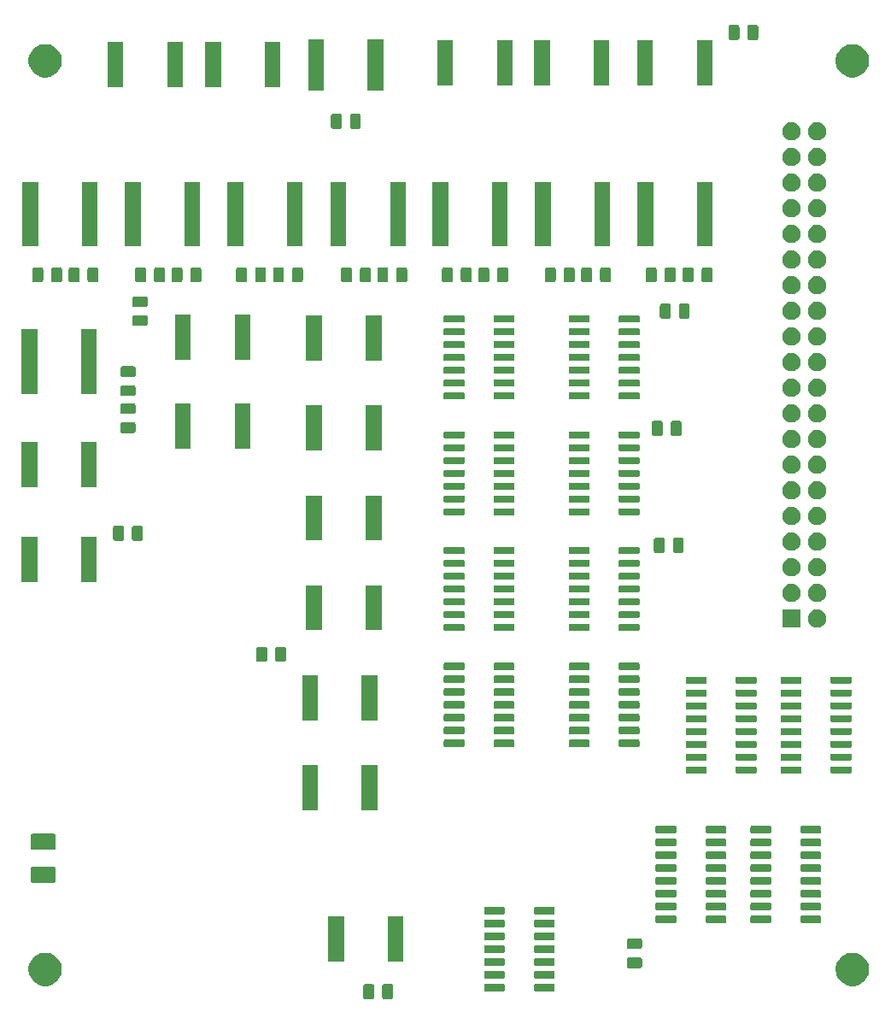
<source format=gbr>
G04 #@! TF.GenerationSoftware,KiCad,Pcbnew,(5.1.5-0-10_14)*
G04 #@! TF.CreationDate,2020-11-15T08:55:02+01:00*
G04 #@! TF.ProjectId,alu,616c752e-6b69-4636-9164-5f7063625858,2*
G04 #@! TF.SameCoordinates,Original*
G04 #@! TF.FileFunction,Soldermask,Top*
G04 #@! TF.FilePolarity,Negative*
%FSLAX46Y46*%
G04 Gerber Fmt 4.6, Leading zero omitted, Abs format (unit mm)*
G04 Created by KiCad (PCBNEW (5.1.5-0-10_14)) date 2020-11-15 08:55:02*
%MOMM*%
%LPD*%
G04 APERTURE LIST*
%ADD10C,0.100000*%
G04 APERTURE END LIST*
D10*
G36*
X149309468Y-146453565D02*
G01*
X149348138Y-146465296D01*
X149383777Y-146484346D01*
X149415017Y-146509983D01*
X149440654Y-146541223D01*
X149459704Y-146576862D01*
X149471435Y-146615532D01*
X149476000Y-146661888D01*
X149476000Y-147738112D01*
X149471435Y-147784468D01*
X149459704Y-147823138D01*
X149440654Y-147858777D01*
X149415017Y-147890017D01*
X149383777Y-147915654D01*
X149348138Y-147934704D01*
X149309468Y-147946435D01*
X149263112Y-147951000D01*
X148611888Y-147951000D01*
X148565532Y-147946435D01*
X148526862Y-147934704D01*
X148491223Y-147915654D01*
X148459983Y-147890017D01*
X148434346Y-147858777D01*
X148415296Y-147823138D01*
X148403565Y-147784468D01*
X148399000Y-147738112D01*
X148399000Y-146661888D01*
X148403565Y-146615532D01*
X148415296Y-146576862D01*
X148434346Y-146541223D01*
X148459983Y-146509983D01*
X148491223Y-146484346D01*
X148526862Y-146465296D01*
X148565532Y-146453565D01*
X148611888Y-146449000D01*
X149263112Y-146449000D01*
X149309468Y-146453565D01*
G37*
G36*
X147434468Y-146453565D02*
G01*
X147473138Y-146465296D01*
X147508777Y-146484346D01*
X147540017Y-146509983D01*
X147565654Y-146541223D01*
X147584704Y-146576862D01*
X147596435Y-146615532D01*
X147601000Y-146661888D01*
X147601000Y-147738112D01*
X147596435Y-147784468D01*
X147584704Y-147823138D01*
X147565654Y-147858777D01*
X147540017Y-147890017D01*
X147508777Y-147915654D01*
X147473138Y-147934704D01*
X147434468Y-147946435D01*
X147388112Y-147951000D01*
X146736888Y-147951000D01*
X146690532Y-147946435D01*
X146651862Y-147934704D01*
X146616223Y-147915654D01*
X146584983Y-147890017D01*
X146559346Y-147858777D01*
X146540296Y-147823138D01*
X146528565Y-147784468D01*
X146524000Y-147738112D01*
X146524000Y-146661888D01*
X146528565Y-146615532D01*
X146540296Y-146576862D01*
X146559346Y-146541223D01*
X146584983Y-146509983D01*
X146616223Y-146484346D01*
X146651862Y-146465296D01*
X146690532Y-146453565D01*
X146736888Y-146449000D01*
X147388112Y-146449000D01*
X147434468Y-146453565D01*
G37*
G36*
X165409928Y-146461764D02*
G01*
X165431009Y-146468160D01*
X165450445Y-146478548D01*
X165467476Y-146492524D01*
X165481452Y-146509555D01*
X165491840Y-146528991D01*
X165498236Y-146550072D01*
X165501000Y-146578140D01*
X165501000Y-147041860D01*
X165498236Y-147069928D01*
X165491840Y-147091009D01*
X165481452Y-147110445D01*
X165467476Y-147127476D01*
X165450445Y-147141452D01*
X165431009Y-147151840D01*
X165409928Y-147158236D01*
X165381860Y-147161000D01*
X163568140Y-147161000D01*
X163540072Y-147158236D01*
X163518991Y-147151840D01*
X163499555Y-147141452D01*
X163482524Y-147127476D01*
X163468548Y-147110445D01*
X163458160Y-147091009D01*
X163451764Y-147069928D01*
X163449000Y-147041860D01*
X163449000Y-146578140D01*
X163451764Y-146550072D01*
X163458160Y-146528991D01*
X163468548Y-146509555D01*
X163482524Y-146492524D01*
X163499555Y-146478548D01*
X163518991Y-146468160D01*
X163540072Y-146461764D01*
X163568140Y-146459000D01*
X165381860Y-146459000D01*
X165409928Y-146461764D01*
G37*
G36*
X160459928Y-146461764D02*
G01*
X160481009Y-146468160D01*
X160500445Y-146478548D01*
X160517476Y-146492524D01*
X160531452Y-146509555D01*
X160541840Y-146528991D01*
X160548236Y-146550072D01*
X160551000Y-146578140D01*
X160551000Y-147041860D01*
X160548236Y-147069928D01*
X160541840Y-147091009D01*
X160531452Y-147110445D01*
X160517476Y-147127476D01*
X160500445Y-147141452D01*
X160481009Y-147151840D01*
X160459928Y-147158236D01*
X160431860Y-147161000D01*
X158618140Y-147161000D01*
X158590072Y-147158236D01*
X158568991Y-147151840D01*
X158549555Y-147141452D01*
X158532524Y-147127476D01*
X158518548Y-147110445D01*
X158508160Y-147091009D01*
X158501764Y-147069928D01*
X158499000Y-147041860D01*
X158499000Y-146578140D01*
X158501764Y-146550072D01*
X158508160Y-146528991D01*
X158518548Y-146509555D01*
X158532524Y-146492524D01*
X158549555Y-146478548D01*
X158568991Y-146468160D01*
X158590072Y-146461764D01*
X158618140Y-146459000D01*
X160431860Y-146459000D01*
X160459928Y-146461764D01*
G37*
G36*
X195375256Y-143391298D02*
G01*
X195481579Y-143412447D01*
X195782042Y-143536903D01*
X196052451Y-143717585D01*
X196282415Y-143947549D01*
X196463097Y-144217958D01*
X196587553Y-144518421D01*
X196597901Y-144570445D01*
X196651000Y-144837389D01*
X196651000Y-145162611D01*
X196630236Y-145266997D01*
X196587553Y-145481579D01*
X196463097Y-145782042D01*
X196282415Y-146052451D01*
X196052451Y-146282415D01*
X195782042Y-146463097D01*
X195782041Y-146463098D01*
X195782040Y-146463098D01*
X195694037Y-146499550D01*
X195481579Y-146587553D01*
X195417686Y-146600262D01*
X195162611Y-146651000D01*
X194837389Y-146651000D01*
X194582314Y-146600262D01*
X194518421Y-146587553D01*
X194305963Y-146499550D01*
X194217960Y-146463098D01*
X194217959Y-146463098D01*
X194217958Y-146463097D01*
X193947549Y-146282415D01*
X193717585Y-146052451D01*
X193536903Y-145782042D01*
X193412447Y-145481579D01*
X193369764Y-145266997D01*
X193349000Y-145162611D01*
X193349000Y-144837389D01*
X193402099Y-144570445D01*
X193412447Y-144518421D01*
X193536903Y-144217958D01*
X193717585Y-143947549D01*
X193947549Y-143717585D01*
X194217958Y-143536903D01*
X194518421Y-143412447D01*
X194624744Y-143391298D01*
X194837389Y-143349000D01*
X195162611Y-143349000D01*
X195375256Y-143391298D01*
G37*
G36*
X115375256Y-143391298D02*
G01*
X115481579Y-143412447D01*
X115782042Y-143536903D01*
X116052451Y-143717585D01*
X116282415Y-143947549D01*
X116463097Y-144217958D01*
X116587553Y-144518421D01*
X116597901Y-144570445D01*
X116651000Y-144837389D01*
X116651000Y-145162611D01*
X116630236Y-145266997D01*
X116587553Y-145481579D01*
X116463097Y-145782042D01*
X116282415Y-146052451D01*
X116052451Y-146282415D01*
X115782042Y-146463097D01*
X115782041Y-146463098D01*
X115782040Y-146463098D01*
X115694037Y-146499550D01*
X115481579Y-146587553D01*
X115417686Y-146600262D01*
X115162611Y-146651000D01*
X114837389Y-146651000D01*
X114582314Y-146600262D01*
X114518421Y-146587553D01*
X114305963Y-146499550D01*
X114217960Y-146463098D01*
X114217959Y-146463098D01*
X114217958Y-146463097D01*
X113947549Y-146282415D01*
X113717585Y-146052451D01*
X113536903Y-145782042D01*
X113412447Y-145481579D01*
X113369764Y-145266997D01*
X113349000Y-145162611D01*
X113349000Y-144837389D01*
X113402099Y-144570445D01*
X113412447Y-144518421D01*
X113536903Y-144217958D01*
X113717585Y-143947549D01*
X113947549Y-143717585D01*
X114217958Y-143536903D01*
X114518421Y-143412447D01*
X114624744Y-143391298D01*
X114837389Y-143349000D01*
X115162611Y-143349000D01*
X115375256Y-143391298D01*
G37*
G36*
X165409928Y-145191764D02*
G01*
X165431009Y-145198160D01*
X165450445Y-145208548D01*
X165467476Y-145222524D01*
X165481452Y-145239555D01*
X165491840Y-145258991D01*
X165498236Y-145280072D01*
X165501000Y-145308140D01*
X165501000Y-145771860D01*
X165498236Y-145799928D01*
X165491840Y-145821009D01*
X165481452Y-145840445D01*
X165467476Y-145857476D01*
X165450445Y-145871452D01*
X165431009Y-145881840D01*
X165409928Y-145888236D01*
X165381860Y-145891000D01*
X163568140Y-145891000D01*
X163540072Y-145888236D01*
X163518991Y-145881840D01*
X163499555Y-145871452D01*
X163482524Y-145857476D01*
X163468548Y-145840445D01*
X163458160Y-145821009D01*
X163451764Y-145799928D01*
X163449000Y-145771860D01*
X163449000Y-145308140D01*
X163451764Y-145280072D01*
X163458160Y-145258991D01*
X163468548Y-145239555D01*
X163482524Y-145222524D01*
X163499555Y-145208548D01*
X163518991Y-145198160D01*
X163540072Y-145191764D01*
X163568140Y-145189000D01*
X165381860Y-145189000D01*
X165409928Y-145191764D01*
G37*
G36*
X160459928Y-145191764D02*
G01*
X160481009Y-145198160D01*
X160500445Y-145208548D01*
X160517476Y-145222524D01*
X160531452Y-145239555D01*
X160541840Y-145258991D01*
X160548236Y-145280072D01*
X160551000Y-145308140D01*
X160551000Y-145771860D01*
X160548236Y-145799928D01*
X160541840Y-145821009D01*
X160531452Y-145840445D01*
X160517476Y-145857476D01*
X160500445Y-145871452D01*
X160481009Y-145881840D01*
X160459928Y-145888236D01*
X160431860Y-145891000D01*
X158618140Y-145891000D01*
X158590072Y-145888236D01*
X158568991Y-145881840D01*
X158549555Y-145871452D01*
X158532524Y-145857476D01*
X158518548Y-145840445D01*
X158508160Y-145821009D01*
X158501764Y-145799928D01*
X158499000Y-145771860D01*
X158499000Y-145308140D01*
X158501764Y-145280072D01*
X158508160Y-145258991D01*
X158518548Y-145239555D01*
X158532524Y-145222524D01*
X158549555Y-145208548D01*
X158568991Y-145198160D01*
X158590072Y-145191764D01*
X158618140Y-145189000D01*
X160431860Y-145189000D01*
X160459928Y-145191764D01*
G37*
G36*
X173984468Y-143803565D02*
G01*
X174023138Y-143815296D01*
X174058777Y-143834346D01*
X174090017Y-143859983D01*
X174115654Y-143891223D01*
X174134704Y-143926862D01*
X174146435Y-143965532D01*
X174151000Y-144011888D01*
X174151000Y-144663112D01*
X174146435Y-144709468D01*
X174134704Y-144748138D01*
X174115654Y-144783777D01*
X174090017Y-144815017D01*
X174058777Y-144840654D01*
X174023138Y-144859704D01*
X173984468Y-144871435D01*
X173938112Y-144876000D01*
X172861888Y-144876000D01*
X172815532Y-144871435D01*
X172776862Y-144859704D01*
X172741223Y-144840654D01*
X172709983Y-144815017D01*
X172684346Y-144783777D01*
X172665296Y-144748138D01*
X172653565Y-144709468D01*
X172649000Y-144663112D01*
X172649000Y-144011888D01*
X172653565Y-143965532D01*
X172665296Y-143926862D01*
X172684346Y-143891223D01*
X172709983Y-143859983D01*
X172741223Y-143834346D01*
X172776862Y-143815296D01*
X172815532Y-143803565D01*
X172861888Y-143799000D01*
X173938112Y-143799000D01*
X173984468Y-143803565D01*
G37*
G36*
X165409928Y-143921764D02*
G01*
X165431009Y-143928160D01*
X165450445Y-143938548D01*
X165467476Y-143952524D01*
X165481452Y-143969555D01*
X165491840Y-143988991D01*
X165498236Y-144010072D01*
X165501000Y-144038140D01*
X165501000Y-144501860D01*
X165498236Y-144529928D01*
X165491840Y-144551009D01*
X165481452Y-144570445D01*
X165467476Y-144587476D01*
X165450445Y-144601452D01*
X165431009Y-144611840D01*
X165409928Y-144618236D01*
X165381860Y-144621000D01*
X163568140Y-144621000D01*
X163540072Y-144618236D01*
X163518991Y-144611840D01*
X163499555Y-144601452D01*
X163482524Y-144587476D01*
X163468548Y-144570445D01*
X163458160Y-144551009D01*
X163451764Y-144529928D01*
X163449000Y-144501860D01*
X163449000Y-144038140D01*
X163451764Y-144010072D01*
X163458160Y-143988991D01*
X163468548Y-143969555D01*
X163482524Y-143952524D01*
X163499555Y-143938548D01*
X163518991Y-143928160D01*
X163540072Y-143921764D01*
X163568140Y-143919000D01*
X165381860Y-143919000D01*
X165409928Y-143921764D01*
G37*
G36*
X160459928Y-143921764D02*
G01*
X160481009Y-143928160D01*
X160500445Y-143938548D01*
X160517476Y-143952524D01*
X160531452Y-143969555D01*
X160541840Y-143988991D01*
X160548236Y-144010072D01*
X160551000Y-144038140D01*
X160551000Y-144501860D01*
X160548236Y-144529928D01*
X160541840Y-144551009D01*
X160531452Y-144570445D01*
X160517476Y-144587476D01*
X160500445Y-144601452D01*
X160481009Y-144611840D01*
X160459928Y-144618236D01*
X160431860Y-144621000D01*
X158618140Y-144621000D01*
X158590072Y-144618236D01*
X158568991Y-144611840D01*
X158549555Y-144601452D01*
X158532524Y-144587476D01*
X158518548Y-144570445D01*
X158508160Y-144551009D01*
X158501764Y-144529928D01*
X158499000Y-144501860D01*
X158499000Y-144038140D01*
X158501764Y-144010072D01*
X158508160Y-143988991D01*
X158518548Y-143969555D01*
X158532524Y-143952524D01*
X158549555Y-143938548D01*
X158568991Y-143928160D01*
X158590072Y-143921764D01*
X158618140Y-143919000D01*
X160431860Y-143919000D01*
X160459928Y-143921764D01*
G37*
G36*
X150526000Y-144226000D02*
G01*
X148974000Y-144226000D01*
X148974000Y-139774000D01*
X150526000Y-139774000D01*
X150526000Y-144226000D01*
G37*
G36*
X144626000Y-144226000D02*
G01*
X143074000Y-144226000D01*
X143074000Y-139774000D01*
X144626000Y-139774000D01*
X144626000Y-144226000D01*
G37*
G36*
X165409928Y-142651764D02*
G01*
X165431009Y-142658160D01*
X165450445Y-142668548D01*
X165467476Y-142682524D01*
X165481452Y-142699555D01*
X165491840Y-142718991D01*
X165498236Y-142740072D01*
X165501000Y-142768140D01*
X165501000Y-143231860D01*
X165498236Y-143259928D01*
X165491840Y-143281009D01*
X165481452Y-143300445D01*
X165467476Y-143317476D01*
X165450445Y-143331452D01*
X165431009Y-143341840D01*
X165409928Y-143348236D01*
X165381860Y-143351000D01*
X163568140Y-143351000D01*
X163540072Y-143348236D01*
X163518991Y-143341840D01*
X163499555Y-143331452D01*
X163482524Y-143317476D01*
X163468548Y-143300445D01*
X163458160Y-143281009D01*
X163451764Y-143259928D01*
X163449000Y-143231860D01*
X163449000Y-142768140D01*
X163451764Y-142740072D01*
X163458160Y-142718991D01*
X163468548Y-142699555D01*
X163482524Y-142682524D01*
X163499555Y-142668548D01*
X163518991Y-142658160D01*
X163540072Y-142651764D01*
X163568140Y-142649000D01*
X165381860Y-142649000D01*
X165409928Y-142651764D01*
G37*
G36*
X160459928Y-142651764D02*
G01*
X160481009Y-142658160D01*
X160500445Y-142668548D01*
X160517476Y-142682524D01*
X160531452Y-142699555D01*
X160541840Y-142718991D01*
X160548236Y-142740072D01*
X160551000Y-142768140D01*
X160551000Y-143231860D01*
X160548236Y-143259928D01*
X160541840Y-143281009D01*
X160531452Y-143300445D01*
X160517476Y-143317476D01*
X160500445Y-143331452D01*
X160481009Y-143341840D01*
X160459928Y-143348236D01*
X160431860Y-143351000D01*
X158618140Y-143351000D01*
X158590072Y-143348236D01*
X158568991Y-143341840D01*
X158549555Y-143331452D01*
X158532524Y-143317476D01*
X158518548Y-143300445D01*
X158508160Y-143281009D01*
X158501764Y-143259928D01*
X158499000Y-143231860D01*
X158499000Y-142768140D01*
X158501764Y-142740072D01*
X158508160Y-142718991D01*
X158518548Y-142699555D01*
X158532524Y-142682524D01*
X158549555Y-142668548D01*
X158568991Y-142658160D01*
X158590072Y-142651764D01*
X158618140Y-142649000D01*
X160431860Y-142649000D01*
X160459928Y-142651764D01*
G37*
G36*
X173984468Y-141928565D02*
G01*
X174023138Y-141940296D01*
X174058777Y-141959346D01*
X174090017Y-141984983D01*
X174115654Y-142016223D01*
X174134704Y-142051862D01*
X174146435Y-142090532D01*
X174151000Y-142136888D01*
X174151000Y-142788112D01*
X174146435Y-142834468D01*
X174134704Y-142873138D01*
X174115654Y-142908777D01*
X174090017Y-142940017D01*
X174058777Y-142965654D01*
X174023138Y-142984704D01*
X173984468Y-142996435D01*
X173938112Y-143001000D01*
X172861888Y-143001000D01*
X172815532Y-142996435D01*
X172776862Y-142984704D01*
X172741223Y-142965654D01*
X172709983Y-142940017D01*
X172684346Y-142908777D01*
X172665296Y-142873138D01*
X172653565Y-142834468D01*
X172649000Y-142788112D01*
X172649000Y-142136888D01*
X172653565Y-142090532D01*
X172665296Y-142051862D01*
X172684346Y-142016223D01*
X172709983Y-141984983D01*
X172741223Y-141959346D01*
X172776862Y-141940296D01*
X172815532Y-141928565D01*
X172861888Y-141924000D01*
X173938112Y-141924000D01*
X173984468Y-141928565D01*
G37*
G36*
X165409928Y-141381764D02*
G01*
X165431009Y-141388160D01*
X165450445Y-141398548D01*
X165467476Y-141412524D01*
X165481452Y-141429555D01*
X165491840Y-141448991D01*
X165498236Y-141470072D01*
X165501000Y-141498140D01*
X165501000Y-141961860D01*
X165498236Y-141989928D01*
X165491840Y-142011009D01*
X165481452Y-142030445D01*
X165467476Y-142047476D01*
X165450445Y-142061452D01*
X165431009Y-142071840D01*
X165409928Y-142078236D01*
X165381860Y-142081000D01*
X163568140Y-142081000D01*
X163540072Y-142078236D01*
X163518991Y-142071840D01*
X163499555Y-142061452D01*
X163482524Y-142047476D01*
X163468548Y-142030445D01*
X163458160Y-142011009D01*
X163451764Y-141989928D01*
X163449000Y-141961860D01*
X163449000Y-141498140D01*
X163451764Y-141470072D01*
X163458160Y-141448991D01*
X163468548Y-141429555D01*
X163482524Y-141412524D01*
X163499555Y-141398548D01*
X163518991Y-141388160D01*
X163540072Y-141381764D01*
X163568140Y-141379000D01*
X165381860Y-141379000D01*
X165409928Y-141381764D01*
G37*
G36*
X160459928Y-141381764D02*
G01*
X160481009Y-141388160D01*
X160500445Y-141398548D01*
X160517476Y-141412524D01*
X160531452Y-141429555D01*
X160541840Y-141448991D01*
X160548236Y-141470072D01*
X160551000Y-141498140D01*
X160551000Y-141961860D01*
X160548236Y-141989928D01*
X160541840Y-142011009D01*
X160531452Y-142030445D01*
X160517476Y-142047476D01*
X160500445Y-142061452D01*
X160481009Y-142071840D01*
X160459928Y-142078236D01*
X160431860Y-142081000D01*
X158618140Y-142081000D01*
X158590072Y-142078236D01*
X158568991Y-142071840D01*
X158549555Y-142061452D01*
X158532524Y-142047476D01*
X158518548Y-142030445D01*
X158508160Y-142011009D01*
X158501764Y-141989928D01*
X158499000Y-141961860D01*
X158499000Y-141498140D01*
X158501764Y-141470072D01*
X158508160Y-141448991D01*
X158518548Y-141429555D01*
X158532524Y-141412524D01*
X158549555Y-141398548D01*
X158568991Y-141388160D01*
X158590072Y-141381764D01*
X158618140Y-141379000D01*
X160431860Y-141379000D01*
X160459928Y-141381764D01*
G37*
G36*
X165409928Y-140111764D02*
G01*
X165431009Y-140118160D01*
X165450445Y-140128548D01*
X165467476Y-140142524D01*
X165481452Y-140159555D01*
X165491840Y-140178991D01*
X165498236Y-140200072D01*
X165501000Y-140228140D01*
X165501000Y-140691860D01*
X165498236Y-140719928D01*
X165491840Y-140741009D01*
X165481452Y-140760445D01*
X165467476Y-140777476D01*
X165450445Y-140791452D01*
X165431009Y-140801840D01*
X165409928Y-140808236D01*
X165381860Y-140811000D01*
X163568140Y-140811000D01*
X163540072Y-140808236D01*
X163518991Y-140801840D01*
X163499555Y-140791452D01*
X163482524Y-140777476D01*
X163468548Y-140760445D01*
X163458160Y-140741009D01*
X163451764Y-140719928D01*
X163449000Y-140691860D01*
X163449000Y-140228140D01*
X163451764Y-140200072D01*
X163458160Y-140178991D01*
X163468548Y-140159555D01*
X163482524Y-140142524D01*
X163499555Y-140128548D01*
X163518991Y-140118160D01*
X163540072Y-140111764D01*
X163568140Y-140109000D01*
X165381860Y-140109000D01*
X165409928Y-140111764D01*
G37*
G36*
X160459928Y-140111764D02*
G01*
X160481009Y-140118160D01*
X160500445Y-140128548D01*
X160517476Y-140142524D01*
X160531452Y-140159555D01*
X160541840Y-140178991D01*
X160548236Y-140200072D01*
X160551000Y-140228140D01*
X160551000Y-140691860D01*
X160548236Y-140719928D01*
X160541840Y-140741009D01*
X160531452Y-140760445D01*
X160517476Y-140777476D01*
X160500445Y-140791452D01*
X160481009Y-140801840D01*
X160459928Y-140808236D01*
X160431860Y-140811000D01*
X158618140Y-140811000D01*
X158590072Y-140808236D01*
X158568991Y-140801840D01*
X158549555Y-140791452D01*
X158532524Y-140777476D01*
X158518548Y-140760445D01*
X158508160Y-140741009D01*
X158501764Y-140719928D01*
X158499000Y-140691860D01*
X158499000Y-140228140D01*
X158501764Y-140200072D01*
X158508160Y-140178991D01*
X158518548Y-140159555D01*
X158532524Y-140142524D01*
X158549555Y-140128548D01*
X158568991Y-140118160D01*
X158590072Y-140111764D01*
X158618140Y-140109000D01*
X160431860Y-140109000D01*
X160459928Y-140111764D01*
G37*
G36*
X191809928Y-139696764D02*
G01*
X191831009Y-139703160D01*
X191850445Y-139713548D01*
X191867476Y-139727524D01*
X191881452Y-139744555D01*
X191891840Y-139763991D01*
X191898236Y-139785072D01*
X191901000Y-139813140D01*
X191901000Y-140276860D01*
X191898236Y-140304928D01*
X191891840Y-140326009D01*
X191881452Y-140345445D01*
X191867476Y-140362476D01*
X191850445Y-140376452D01*
X191831009Y-140386840D01*
X191809928Y-140393236D01*
X191781860Y-140396000D01*
X189968140Y-140396000D01*
X189940072Y-140393236D01*
X189918991Y-140386840D01*
X189899555Y-140376452D01*
X189882524Y-140362476D01*
X189868548Y-140345445D01*
X189858160Y-140326009D01*
X189851764Y-140304928D01*
X189849000Y-140276860D01*
X189849000Y-139813140D01*
X189851764Y-139785072D01*
X189858160Y-139763991D01*
X189868548Y-139744555D01*
X189882524Y-139727524D01*
X189899555Y-139713548D01*
X189918991Y-139703160D01*
X189940072Y-139696764D01*
X189968140Y-139694000D01*
X191781860Y-139694000D01*
X191809928Y-139696764D01*
G37*
G36*
X177459928Y-139696764D02*
G01*
X177481009Y-139703160D01*
X177500445Y-139713548D01*
X177517476Y-139727524D01*
X177531452Y-139744555D01*
X177541840Y-139763991D01*
X177548236Y-139785072D01*
X177551000Y-139813140D01*
X177551000Y-140276860D01*
X177548236Y-140304928D01*
X177541840Y-140326009D01*
X177531452Y-140345445D01*
X177517476Y-140362476D01*
X177500445Y-140376452D01*
X177481009Y-140386840D01*
X177459928Y-140393236D01*
X177431860Y-140396000D01*
X175618140Y-140396000D01*
X175590072Y-140393236D01*
X175568991Y-140386840D01*
X175549555Y-140376452D01*
X175532524Y-140362476D01*
X175518548Y-140345445D01*
X175508160Y-140326009D01*
X175501764Y-140304928D01*
X175499000Y-140276860D01*
X175499000Y-139813140D01*
X175501764Y-139785072D01*
X175508160Y-139763991D01*
X175518548Y-139744555D01*
X175532524Y-139727524D01*
X175549555Y-139713548D01*
X175568991Y-139703160D01*
X175590072Y-139696764D01*
X175618140Y-139694000D01*
X177431860Y-139694000D01*
X177459928Y-139696764D01*
G37*
G36*
X186859928Y-139696764D02*
G01*
X186881009Y-139703160D01*
X186900445Y-139713548D01*
X186917476Y-139727524D01*
X186931452Y-139744555D01*
X186941840Y-139763991D01*
X186948236Y-139785072D01*
X186951000Y-139813140D01*
X186951000Y-140276860D01*
X186948236Y-140304928D01*
X186941840Y-140326009D01*
X186931452Y-140345445D01*
X186917476Y-140362476D01*
X186900445Y-140376452D01*
X186881009Y-140386840D01*
X186859928Y-140393236D01*
X186831860Y-140396000D01*
X185018140Y-140396000D01*
X184990072Y-140393236D01*
X184968991Y-140386840D01*
X184949555Y-140376452D01*
X184932524Y-140362476D01*
X184918548Y-140345445D01*
X184908160Y-140326009D01*
X184901764Y-140304928D01*
X184899000Y-140276860D01*
X184899000Y-139813140D01*
X184901764Y-139785072D01*
X184908160Y-139763991D01*
X184918548Y-139744555D01*
X184932524Y-139727524D01*
X184949555Y-139713548D01*
X184968991Y-139703160D01*
X184990072Y-139696764D01*
X185018140Y-139694000D01*
X186831860Y-139694000D01*
X186859928Y-139696764D01*
G37*
G36*
X182409928Y-139696764D02*
G01*
X182431009Y-139703160D01*
X182450445Y-139713548D01*
X182467476Y-139727524D01*
X182481452Y-139744555D01*
X182491840Y-139763991D01*
X182498236Y-139785072D01*
X182501000Y-139813140D01*
X182501000Y-140276860D01*
X182498236Y-140304928D01*
X182491840Y-140326009D01*
X182481452Y-140345445D01*
X182467476Y-140362476D01*
X182450445Y-140376452D01*
X182431009Y-140386840D01*
X182409928Y-140393236D01*
X182381860Y-140396000D01*
X180568140Y-140396000D01*
X180540072Y-140393236D01*
X180518991Y-140386840D01*
X180499555Y-140376452D01*
X180482524Y-140362476D01*
X180468548Y-140345445D01*
X180458160Y-140326009D01*
X180451764Y-140304928D01*
X180449000Y-140276860D01*
X180449000Y-139813140D01*
X180451764Y-139785072D01*
X180458160Y-139763991D01*
X180468548Y-139744555D01*
X180482524Y-139727524D01*
X180499555Y-139713548D01*
X180518991Y-139703160D01*
X180540072Y-139696764D01*
X180568140Y-139694000D01*
X182381860Y-139694000D01*
X182409928Y-139696764D01*
G37*
G36*
X165409928Y-138841764D02*
G01*
X165431009Y-138848160D01*
X165450445Y-138858548D01*
X165467476Y-138872524D01*
X165481452Y-138889555D01*
X165491840Y-138908991D01*
X165498236Y-138930072D01*
X165501000Y-138958140D01*
X165501000Y-139421860D01*
X165498236Y-139449928D01*
X165491840Y-139471009D01*
X165481452Y-139490445D01*
X165467476Y-139507476D01*
X165450445Y-139521452D01*
X165431009Y-139531840D01*
X165409928Y-139538236D01*
X165381860Y-139541000D01*
X163568140Y-139541000D01*
X163540072Y-139538236D01*
X163518991Y-139531840D01*
X163499555Y-139521452D01*
X163482524Y-139507476D01*
X163468548Y-139490445D01*
X163458160Y-139471009D01*
X163451764Y-139449928D01*
X163449000Y-139421860D01*
X163449000Y-138958140D01*
X163451764Y-138930072D01*
X163458160Y-138908991D01*
X163468548Y-138889555D01*
X163482524Y-138872524D01*
X163499555Y-138858548D01*
X163518991Y-138848160D01*
X163540072Y-138841764D01*
X163568140Y-138839000D01*
X165381860Y-138839000D01*
X165409928Y-138841764D01*
G37*
G36*
X160459928Y-138841764D02*
G01*
X160481009Y-138848160D01*
X160500445Y-138858548D01*
X160517476Y-138872524D01*
X160531452Y-138889555D01*
X160541840Y-138908991D01*
X160548236Y-138930072D01*
X160551000Y-138958140D01*
X160551000Y-139421860D01*
X160548236Y-139449928D01*
X160541840Y-139471009D01*
X160531452Y-139490445D01*
X160517476Y-139507476D01*
X160500445Y-139521452D01*
X160481009Y-139531840D01*
X160459928Y-139538236D01*
X160431860Y-139541000D01*
X158618140Y-139541000D01*
X158590072Y-139538236D01*
X158568991Y-139531840D01*
X158549555Y-139521452D01*
X158532524Y-139507476D01*
X158518548Y-139490445D01*
X158508160Y-139471009D01*
X158501764Y-139449928D01*
X158499000Y-139421860D01*
X158499000Y-138958140D01*
X158501764Y-138930072D01*
X158508160Y-138908991D01*
X158518548Y-138889555D01*
X158532524Y-138872524D01*
X158549555Y-138858548D01*
X158568991Y-138848160D01*
X158590072Y-138841764D01*
X158618140Y-138839000D01*
X160431860Y-138839000D01*
X160459928Y-138841764D01*
G37*
G36*
X186859928Y-138426764D02*
G01*
X186881009Y-138433160D01*
X186900445Y-138443548D01*
X186917476Y-138457524D01*
X186931452Y-138474555D01*
X186941840Y-138493991D01*
X186948236Y-138515072D01*
X186951000Y-138543140D01*
X186951000Y-139006860D01*
X186948236Y-139034928D01*
X186941840Y-139056009D01*
X186931452Y-139075445D01*
X186917476Y-139092476D01*
X186900445Y-139106452D01*
X186881009Y-139116840D01*
X186859928Y-139123236D01*
X186831860Y-139126000D01*
X185018140Y-139126000D01*
X184990072Y-139123236D01*
X184968991Y-139116840D01*
X184949555Y-139106452D01*
X184932524Y-139092476D01*
X184918548Y-139075445D01*
X184908160Y-139056009D01*
X184901764Y-139034928D01*
X184899000Y-139006860D01*
X184899000Y-138543140D01*
X184901764Y-138515072D01*
X184908160Y-138493991D01*
X184918548Y-138474555D01*
X184932524Y-138457524D01*
X184949555Y-138443548D01*
X184968991Y-138433160D01*
X184990072Y-138426764D01*
X185018140Y-138424000D01*
X186831860Y-138424000D01*
X186859928Y-138426764D01*
G37*
G36*
X191809928Y-138426764D02*
G01*
X191831009Y-138433160D01*
X191850445Y-138443548D01*
X191867476Y-138457524D01*
X191881452Y-138474555D01*
X191891840Y-138493991D01*
X191898236Y-138515072D01*
X191901000Y-138543140D01*
X191901000Y-139006860D01*
X191898236Y-139034928D01*
X191891840Y-139056009D01*
X191881452Y-139075445D01*
X191867476Y-139092476D01*
X191850445Y-139106452D01*
X191831009Y-139116840D01*
X191809928Y-139123236D01*
X191781860Y-139126000D01*
X189968140Y-139126000D01*
X189940072Y-139123236D01*
X189918991Y-139116840D01*
X189899555Y-139106452D01*
X189882524Y-139092476D01*
X189868548Y-139075445D01*
X189858160Y-139056009D01*
X189851764Y-139034928D01*
X189849000Y-139006860D01*
X189849000Y-138543140D01*
X189851764Y-138515072D01*
X189858160Y-138493991D01*
X189868548Y-138474555D01*
X189882524Y-138457524D01*
X189899555Y-138443548D01*
X189918991Y-138433160D01*
X189940072Y-138426764D01*
X189968140Y-138424000D01*
X191781860Y-138424000D01*
X191809928Y-138426764D01*
G37*
G36*
X182409928Y-138426764D02*
G01*
X182431009Y-138433160D01*
X182450445Y-138443548D01*
X182467476Y-138457524D01*
X182481452Y-138474555D01*
X182491840Y-138493991D01*
X182498236Y-138515072D01*
X182501000Y-138543140D01*
X182501000Y-139006860D01*
X182498236Y-139034928D01*
X182491840Y-139056009D01*
X182481452Y-139075445D01*
X182467476Y-139092476D01*
X182450445Y-139106452D01*
X182431009Y-139116840D01*
X182409928Y-139123236D01*
X182381860Y-139126000D01*
X180568140Y-139126000D01*
X180540072Y-139123236D01*
X180518991Y-139116840D01*
X180499555Y-139106452D01*
X180482524Y-139092476D01*
X180468548Y-139075445D01*
X180458160Y-139056009D01*
X180451764Y-139034928D01*
X180449000Y-139006860D01*
X180449000Y-138543140D01*
X180451764Y-138515072D01*
X180458160Y-138493991D01*
X180468548Y-138474555D01*
X180482524Y-138457524D01*
X180499555Y-138443548D01*
X180518991Y-138433160D01*
X180540072Y-138426764D01*
X180568140Y-138424000D01*
X182381860Y-138424000D01*
X182409928Y-138426764D01*
G37*
G36*
X177459928Y-138426764D02*
G01*
X177481009Y-138433160D01*
X177500445Y-138443548D01*
X177517476Y-138457524D01*
X177531452Y-138474555D01*
X177541840Y-138493991D01*
X177548236Y-138515072D01*
X177551000Y-138543140D01*
X177551000Y-139006860D01*
X177548236Y-139034928D01*
X177541840Y-139056009D01*
X177531452Y-139075445D01*
X177517476Y-139092476D01*
X177500445Y-139106452D01*
X177481009Y-139116840D01*
X177459928Y-139123236D01*
X177431860Y-139126000D01*
X175618140Y-139126000D01*
X175590072Y-139123236D01*
X175568991Y-139116840D01*
X175549555Y-139106452D01*
X175532524Y-139092476D01*
X175518548Y-139075445D01*
X175508160Y-139056009D01*
X175501764Y-139034928D01*
X175499000Y-139006860D01*
X175499000Y-138543140D01*
X175501764Y-138515072D01*
X175508160Y-138493991D01*
X175518548Y-138474555D01*
X175532524Y-138457524D01*
X175549555Y-138443548D01*
X175568991Y-138433160D01*
X175590072Y-138426764D01*
X175618140Y-138424000D01*
X177431860Y-138424000D01*
X177459928Y-138426764D01*
G37*
G36*
X186859928Y-137156764D02*
G01*
X186881009Y-137163160D01*
X186900445Y-137173548D01*
X186917476Y-137187524D01*
X186931452Y-137204555D01*
X186941840Y-137223991D01*
X186948236Y-137245072D01*
X186951000Y-137273140D01*
X186951000Y-137736860D01*
X186948236Y-137764928D01*
X186941840Y-137786009D01*
X186931452Y-137805445D01*
X186917476Y-137822476D01*
X186900445Y-137836452D01*
X186881009Y-137846840D01*
X186859928Y-137853236D01*
X186831860Y-137856000D01*
X185018140Y-137856000D01*
X184990072Y-137853236D01*
X184968991Y-137846840D01*
X184949555Y-137836452D01*
X184932524Y-137822476D01*
X184918548Y-137805445D01*
X184908160Y-137786009D01*
X184901764Y-137764928D01*
X184899000Y-137736860D01*
X184899000Y-137273140D01*
X184901764Y-137245072D01*
X184908160Y-137223991D01*
X184918548Y-137204555D01*
X184932524Y-137187524D01*
X184949555Y-137173548D01*
X184968991Y-137163160D01*
X184990072Y-137156764D01*
X185018140Y-137154000D01*
X186831860Y-137154000D01*
X186859928Y-137156764D01*
G37*
G36*
X177459928Y-137156764D02*
G01*
X177481009Y-137163160D01*
X177500445Y-137173548D01*
X177517476Y-137187524D01*
X177531452Y-137204555D01*
X177541840Y-137223991D01*
X177548236Y-137245072D01*
X177551000Y-137273140D01*
X177551000Y-137736860D01*
X177548236Y-137764928D01*
X177541840Y-137786009D01*
X177531452Y-137805445D01*
X177517476Y-137822476D01*
X177500445Y-137836452D01*
X177481009Y-137846840D01*
X177459928Y-137853236D01*
X177431860Y-137856000D01*
X175618140Y-137856000D01*
X175590072Y-137853236D01*
X175568991Y-137846840D01*
X175549555Y-137836452D01*
X175532524Y-137822476D01*
X175518548Y-137805445D01*
X175508160Y-137786009D01*
X175501764Y-137764928D01*
X175499000Y-137736860D01*
X175499000Y-137273140D01*
X175501764Y-137245072D01*
X175508160Y-137223991D01*
X175518548Y-137204555D01*
X175532524Y-137187524D01*
X175549555Y-137173548D01*
X175568991Y-137163160D01*
X175590072Y-137156764D01*
X175618140Y-137154000D01*
X177431860Y-137154000D01*
X177459928Y-137156764D01*
G37*
G36*
X191809928Y-137156764D02*
G01*
X191831009Y-137163160D01*
X191850445Y-137173548D01*
X191867476Y-137187524D01*
X191881452Y-137204555D01*
X191891840Y-137223991D01*
X191898236Y-137245072D01*
X191901000Y-137273140D01*
X191901000Y-137736860D01*
X191898236Y-137764928D01*
X191891840Y-137786009D01*
X191881452Y-137805445D01*
X191867476Y-137822476D01*
X191850445Y-137836452D01*
X191831009Y-137846840D01*
X191809928Y-137853236D01*
X191781860Y-137856000D01*
X189968140Y-137856000D01*
X189940072Y-137853236D01*
X189918991Y-137846840D01*
X189899555Y-137836452D01*
X189882524Y-137822476D01*
X189868548Y-137805445D01*
X189858160Y-137786009D01*
X189851764Y-137764928D01*
X189849000Y-137736860D01*
X189849000Y-137273140D01*
X189851764Y-137245072D01*
X189858160Y-137223991D01*
X189868548Y-137204555D01*
X189882524Y-137187524D01*
X189899555Y-137173548D01*
X189918991Y-137163160D01*
X189940072Y-137156764D01*
X189968140Y-137154000D01*
X191781860Y-137154000D01*
X191809928Y-137156764D01*
G37*
G36*
X182409928Y-137156764D02*
G01*
X182431009Y-137163160D01*
X182450445Y-137173548D01*
X182467476Y-137187524D01*
X182481452Y-137204555D01*
X182491840Y-137223991D01*
X182498236Y-137245072D01*
X182501000Y-137273140D01*
X182501000Y-137736860D01*
X182498236Y-137764928D01*
X182491840Y-137786009D01*
X182481452Y-137805445D01*
X182467476Y-137822476D01*
X182450445Y-137836452D01*
X182431009Y-137846840D01*
X182409928Y-137853236D01*
X182381860Y-137856000D01*
X180568140Y-137856000D01*
X180540072Y-137853236D01*
X180518991Y-137846840D01*
X180499555Y-137836452D01*
X180482524Y-137822476D01*
X180468548Y-137805445D01*
X180458160Y-137786009D01*
X180451764Y-137764928D01*
X180449000Y-137736860D01*
X180449000Y-137273140D01*
X180451764Y-137245072D01*
X180458160Y-137223991D01*
X180468548Y-137204555D01*
X180482524Y-137187524D01*
X180499555Y-137173548D01*
X180518991Y-137163160D01*
X180540072Y-137156764D01*
X180568140Y-137154000D01*
X182381860Y-137154000D01*
X182409928Y-137156764D01*
G37*
G36*
X191809928Y-135886764D02*
G01*
X191831009Y-135893160D01*
X191850445Y-135903548D01*
X191867476Y-135917524D01*
X191881452Y-135934555D01*
X191891840Y-135953991D01*
X191898236Y-135975072D01*
X191901000Y-136003140D01*
X191901000Y-136466860D01*
X191898236Y-136494928D01*
X191891840Y-136516009D01*
X191881452Y-136535445D01*
X191867476Y-136552476D01*
X191850445Y-136566452D01*
X191831009Y-136576840D01*
X191809928Y-136583236D01*
X191781860Y-136586000D01*
X189968140Y-136586000D01*
X189940072Y-136583236D01*
X189918991Y-136576840D01*
X189899555Y-136566452D01*
X189882524Y-136552476D01*
X189868548Y-136535445D01*
X189858160Y-136516009D01*
X189851764Y-136494928D01*
X189849000Y-136466860D01*
X189849000Y-136003140D01*
X189851764Y-135975072D01*
X189858160Y-135953991D01*
X189868548Y-135934555D01*
X189882524Y-135917524D01*
X189899555Y-135903548D01*
X189918991Y-135893160D01*
X189940072Y-135886764D01*
X189968140Y-135884000D01*
X191781860Y-135884000D01*
X191809928Y-135886764D01*
G37*
G36*
X186859928Y-135886764D02*
G01*
X186881009Y-135893160D01*
X186900445Y-135903548D01*
X186917476Y-135917524D01*
X186931452Y-135934555D01*
X186941840Y-135953991D01*
X186948236Y-135975072D01*
X186951000Y-136003140D01*
X186951000Y-136466860D01*
X186948236Y-136494928D01*
X186941840Y-136516009D01*
X186931452Y-136535445D01*
X186917476Y-136552476D01*
X186900445Y-136566452D01*
X186881009Y-136576840D01*
X186859928Y-136583236D01*
X186831860Y-136586000D01*
X185018140Y-136586000D01*
X184990072Y-136583236D01*
X184968991Y-136576840D01*
X184949555Y-136566452D01*
X184932524Y-136552476D01*
X184918548Y-136535445D01*
X184908160Y-136516009D01*
X184901764Y-136494928D01*
X184899000Y-136466860D01*
X184899000Y-136003140D01*
X184901764Y-135975072D01*
X184908160Y-135953991D01*
X184918548Y-135934555D01*
X184932524Y-135917524D01*
X184949555Y-135903548D01*
X184968991Y-135893160D01*
X184990072Y-135886764D01*
X185018140Y-135884000D01*
X186831860Y-135884000D01*
X186859928Y-135886764D01*
G37*
G36*
X182409928Y-135886764D02*
G01*
X182431009Y-135893160D01*
X182450445Y-135903548D01*
X182467476Y-135917524D01*
X182481452Y-135934555D01*
X182491840Y-135953991D01*
X182498236Y-135975072D01*
X182501000Y-136003140D01*
X182501000Y-136466860D01*
X182498236Y-136494928D01*
X182491840Y-136516009D01*
X182481452Y-136535445D01*
X182467476Y-136552476D01*
X182450445Y-136566452D01*
X182431009Y-136576840D01*
X182409928Y-136583236D01*
X182381860Y-136586000D01*
X180568140Y-136586000D01*
X180540072Y-136583236D01*
X180518991Y-136576840D01*
X180499555Y-136566452D01*
X180482524Y-136552476D01*
X180468548Y-136535445D01*
X180458160Y-136516009D01*
X180451764Y-136494928D01*
X180449000Y-136466860D01*
X180449000Y-136003140D01*
X180451764Y-135975072D01*
X180458160Y-135953991D01*
X180468548Y-135934555D01*
X180482524Y-135917524D01*
X180499555Y-135903548D01*
X180518991Y-135893160D01*
X180540072Y-135886764D01*
X180568140Y-135884000D01*
X182381860Y-135884000D01*
X182409928Y-135886764D01*
G37*
G36*
X177459928Y-135886764D02*
G01*
X177481009Y-135893160D01*
X177500445Y-135903548D01*
X177517476Y-135917524D01*
X177531452Y-135934555D01*
X177541840Y-135953991D01*
X177548236Y-135975072D01*
X177551000Y-136003140D01*
X177551000Y-136466860D01*
X177548236Y-136494928D01*
X177541840Y-136516009D01*
X177531452Y-136535445D01*
X177517476Y-136552476D01*
X177500445Y-136566452D01*
X177481009Y-136576840D01*
X177459928Y-136583236D01*
X177431860Y-136586000D01*
X175618140Y-136586000D01*
X175590072Y-136583236D01*
X175568991Y-136576840D01*
X175549555Y-136566452D01*
X175532524Y-136552476D01*
X175518548Y-136535445D01*
X175508160Y-136516009D01*
X175501764Y-136494928D01*
X175499000Y-136466860D01*
X175499000Y-136003140D01*
X175501764Y-135975072D01*
X175508160Y-135953991D01*
X175518548Y-135934555D01*
X175532524Y-135917524D01*
X175549555Y-135903548D01*
X175568991Y-135893160D01*
X175590072Y-135886764D01*
X175618140Y-135884000D01*
X177431860Y-135884000D01*
X177459928Y-135886764D01*
G37*
G36*
X115878048Y-134828122D02*
G01*
X115912387Y-134838539D01*
X115944036Y-134855456D01*
X115971778Y-134878222D01*
X115994544Y-134905964D01*
X116011461Y-134937613D01*
X116021878Y-134971952D01*
X116026000Y-135013807D01*
X116026000Y-136236193D01*
X116021878Y-136278048D01*
X116011461Y-136312387D01*
X115994544Y-136344036D01*
X115971778Y-136371778D01*
X115944036Y-136394544D01*
X115912387Y-136411461D01*
X115878048Y-136421878D01*
X115836193Y-136426000D01*
X113763807Y-136426000D01*
X113721952Y-136421878D01*
X113687613Y-136411461D01*
X113655964Y-136394544D01*
X113628222Y-136371778D01*
X113605456Y-136344036D01*
X113588539Y-136312387D01*
X113578122Y-136278048D01*
X113574000Y-136236193D01*
X113574000Y-135013807D01*
X113578122Y-134971952D01*
X113588539Y-134937613D01*
X113605456Y-134905964D01*
X113628222Y-134878222D01*
X113655964Y-134855456D01*
X113687613Y-134838539D01*
X113721952Y-134828122D01*
X113763807Y-134824000D01*
X115836193Y-134824000D01*
X115878048Y-134828122D01*
G37*
G36*
X191809928Y-134616764D02*
G01*
X191831009Y-134623160D01*
X191850445Y-134633548D01*
X191867476Y-134647524D01*
X191881452Y-134664555D01*
X191891840Y-134683991D01*
X191898236Y-134705072D01*
X191901000Y-134733140D01*
X191901000Y-135196860D01*
X191898236Y-135224928D01*
X191891840Y-135246009D01*
X191881452Y-135265445D01*
X191867476Y-135282476D01*
X191850445Y-135296452D01*
X191831009Y-135306840D01*
X191809928Y-135313236D01*
X191781860Y-135316000D01*
X189968140Y-135316000D01*
X189940072Y-135313236D01*
X189918991Y-135306840D01*
X189899555Y-135296452D01*
X189882524Y-135282476D01*
X189868548Y-135265445D01*
X189858160Y-135246009D01*
X189851764Y-135224928D01*
X189849000Y-135196860D01*
X189849000Y-134733140D01*
X189851764Y-134705072D01*
X189858160Y-134683991D01*
X189868548Y-134664555D01*
X189882524Y-134647524D01*
X189899555Y-134633548D01*
X189918991Y-134623160D01*
X189940072Y-134616764D01*
X189968140Y-134614000D01*
X191781860Y-134614000D01*
X191809928Y-134616764D01*
G37*
G36*
X186859928Y-134616764D02*
G01*
X186881009Y-134623160D01*
X186900445Y-134633548D01*
X186917476Y-134647524D01*
X186931452Y-134664555D01*
X186941840Y-134683991D01*
X186948236Y-134705072D01*
X186951000Y-134733140D01*
X186951000Y-135196860D01*
X186948236Y-135224928D01*
X186941840Y-135246009D01*
X186931452Y-135265445D01*
X186917476Y-135282476D01*
X186900445Y-135296452D01*
X186881009Y-135306840D01*
X186859928Y-135313236D01*
X186831860Y-135316000D01*
X185018140Y-135316000D01*
X184990072Y-135313236D01*
X184968991Y-135306840D01*
X184949555Y-135296452D01*
X184932524Y-135282476D01*
X184918548Y-135265445D01*
X184908160Y-135246009D01*
X184901764Y-135224928D01*
X184899000Y-135196860D01*
X184899000Y-134733140D01*
X184901764Y-134705072D01*
X184908160Y-134683991D01*
X184918548Y-134664555D01*
X184932524Y-134647524D01*
X184949555Y-134633548D01*
X184968991Y-134623160D01*
X184990072Y-134616764D01*
X185018140Y-134614000D01*
X186831860Y-134614000D01*
X186859928Y-134616764D01*
G37*
G36*
X182409928Y-134616764D02*
G01*
X182431009Y-134623160D01*
X182450445Y-134633548D01*
X182467476Y-134647524D01*
X182481452Y-134664555D01*
X182491840Y-134683991D01*
X182498236Y-134705072D01*
X182501000Y-134733140D01*
X182501000Y-135196860D01*
X182498236Y-135224928D01*
X182491840Y-135246009D01*
X182481452Y-135265445D01*
X182467476Y-135282476D01*
X182450445Y-135296452D01*
X182431009Y-135306840D01*
X182409928Y-135313236D01*
X182381860Y-135316000D01*
X180568140Y-135316000D01*
X180540072Y-135313236D01*
X180518991Y-135306840D01*
X180499555Y-135296452D01*
X180482524Y-135282476D01*
X180468548Y-135265445D01*
X180458160Y-135246009D01*
X180451764Y-135224928D01*
X180449000Y-135196860D01*
X180449000Y-134733140D01*
X180451764Y-134705072D01*
X180458160Y-134683991D01*
X180468548Y-134664555D01*
X180482524Y-134647524D01*
X180499555Y-134633548D01*
X180518991Y-134623160D01*
X180540072Y-134616764D01*
X180568140Y-134614000D01*
X182381860Y-134614000D01*
X182409928Y-134616764D01*
G37*
G36*
X177459928Y-134616764D02*
G01*
X177481009Y-134623160D01*
X177500445Y-134633548D01*
X177517476Y-134647524D01*
X177531452Y-134664555D01*
X177541840Y-134683991D01*
X177548236Y-134705072D01*
X177551000Y-134733140D01*
X177551000Y-135196860D01*
X177548236Y-135224928D01*
X177541840Y-135246009D01*
X177531452Y-135265445D01*
X177517476Y-135282476D01*
X177500445Y-135296452D01*
X177481009Y-135306840D01*
X177459928Y-135313236D01*
X177431860Y-135316000D01*
X175618140Y-135316000D01*
X175590072Y-135313236D01*
X175568991Y-135306840D01*
X175549555Y-135296452D01*
X175532524Y-135282476D01*
X175518548Y-135265445D01*
X175508160Y-135246009D01*
X175501764Y-135224928D01*
X175499000Y-135196860D01*
X175499000Y-134733140D01*
X175501764Y-134705072D01*
X175508160Y-134683991D01*
X175518548Y-134664555D01*
X175532524Y-134647524D01*
X175549555Y-134633548D01*
X175568991Y-134623160D01*
X175590072Y-134616764D01*
X175618140Y-134614000D01*
X177431860Y-134614000D01*
X177459928Y-134616764D01*
G37*
G36*
X177459928Y-133346764D02*
G01*
X177481009Y-133353160D01*
X177500445Y-133363548D01*
X177517476Y-133377524D01*
X177531452Y-133394555D01*
X177541840Y-133413991D01*
X177548236Y-133435072D01*
X177551000Y-133463140D01*
X177551000Y-133926860D01*
X177548236Y-133954928D01*
X177541840Y-133976009D01*
X177531452Y-133995445D01*
X177517476Y-134012476D01*
X177500445Y-134026452D01*
X177481009Y-134036840D01*
X177459928Y-134043236D01*
X177431860Y-134046000D01*
X175618140Y-134046000D01*
X175590072Y-134043236D01*
X175568991Y-134036840D01*
X175549555Y-134026452D01*
X175532524Y-134012476D01*
X175518548Y-133995445D01*
X175508160Y-133976009D01*
X175501764Y-133954928D01*
X175499000Y-133926860D01*
X175499000Y-133463140D01*
X175501764Y-133435072D01*
X175508160Y-133413991D01*
X175518548Y-133394555D01*
X175532524Y-133377524D01*
X175549555Y-133363548D01*
X175568991Y-133353160D01*
X175590072Y-133346764D01*
X175618140Y-133344000D01*
X177431860Y-133344000D01*
X177459928Y-133346764D01*
G37*
G36*
X182409928Y-133346764D02*
G01*
X182431009Y-133353160D01*
X182450445Y-133363548D01*
X182467476Y-133377524D01*
X182481452Y-133394555D01*
X182491840Y-133413991D01*
X182498236Y-133435072D01*
X182501000Y-133463140D01*
X182501000Y-133926860D01*
X182498236Y-133954928D01*
X182491840Y-133976009D01*
X182481452Y-133995445D01*
X182467476Y-134012476D01*
X182450445Y-134026452D01*
X182431009Y-134036840D01*
X182409928Y-134043236D01*
X182381860Y-134046000D01*
X180568140Y-134046000D01*
X180540072Y-134043236D01*
X180518991Y-134036840D01*
X180499555Y-134026452D01*
X180482524Y-134012476D01*
X180468548Y-133995445D01*
X180458160Y-133976009D01*
X180451764Y-133954928D01*
X180449000Y-133926860D01*
X180449000Y-133463140D01*
X180451764Y-133435072D01*
X180458160Y-133413991D01*
X180468548Y-133394555D01*
X180482524Y-133377524D01*
X180499555Y-133363548D01*
X180518991Y-133353160D01*
X180540072Y-133346764D01*
X180568140Y-133344000D01*
X182381860Y-133344000D01*
X182409928Y-133346764D01*
G37*
G36*
X186859928Y-133346764D02*
G01*
X186881009Y-133353160D01*
X186900445Y-133363548D01*
X186917476Y-133377524D01*
X186931452Y-133394555D01*
X186941840Y-133413991D01*
X186948236Y-133435072D01*
X186951000Y-133463140D01*
X186951000Y-133926860D01*
X186948236Y-133954928D01*
X186941840Y-133976009D01*
X186931452Y-133995445D01*
X186917476Y-134012476D01*
X186900445Y-134026452D01*
X186881009Y-134036840D01*
X186859928Y-134043236D01*
X186831860Y-134046000D01*
X185018140Y-134046000D01*
X184990072Y-134043236D01*
X184968991Y-134036840D01*
X184949555Y-134026452D01*
X184932524Y-134012476D01*
X184918548Y-133995445D01*
X184908160Y-133976009D01*
X184901764Y-133954928D01*
X184899000Y-133926860D01*
X184899000Y-133463140D01*
X184901764Y-133435072D01*
X184908160Y-133413991D01*
X184918548Y-133394555D01*
X184932524Y-133377524D01*
X184949555Y-133363548D01*
X184968991Y-133353160D01*
X184990072Y-133346764D01*
X185018140Y-133344000D01*
X186831860Y-133344000D01*
X186859928Y-133346764D01*
G37*
G36*
X191809928Y-133346764D02*
G01*
X191831009Y-133353160D01*
X191850445Y-133363548D01*
X191867476Y-133377524D01*
X191881452Y-133394555D01*
X191891840Y-133413991D01*
X191898236Y-133435072D01*
X191901000Y-133463140D01*
X191901000Y-133926860D01*
X191898236Y-133954928D01*
X191891840Y-133976009D01*
X191881452Y-133995445D01*
X191867476Y-134012476D01*
X191850445Y-134026452D01*
X191831009Y-134036840D01*
X191809928Y-134043236D01*
X191781860Y-134046000D01*
X189968140Y-134046000D01*
X189940072Y-134043236D01*
X189918991Y-134036840D01*
X189899555Y-134026452D01*
X189882524Y-134012476D01*
X189868548Y-133995445D01*
X189858160Y-133976009D01*
X189851764Y-133954928D01*
X189849000Y-133926860D01*
X189849000Y-133463140D01*
X189851764Y-133435072D01*
X189858160Y-133413991D01*
X189868548Y-133394555D01*
X189882524Y-133377524D01*
X189899555Y-133363548D01*
X189918991Y-133353160D01*
X189940072Y-133346764D01*
X189968140Y-133344000D01*
X191781860Y-133344000D01*
X191809928Y-133346764D01*
G37*
G36*
X115878048Y-131578122D02*
G01*
X115912387Y-131588539D01*
X115944036Y-131605456D01*
X115971778Y-131628222D01*
X115994544Y-131655964D01*
X116011461Y-131687613D01*
X116021878Y-131721952D01*
X116026000Y-131763807D01*
X116026000Y-132986193D01*
X116021878Y-133028048D01*
X116011461Y-133062387D01*
X115994544Y-133094036D01*
X115971778Y-133121778D01*
X115944036Y-133144544D01*
X115912387Y-133161461D01*
X115878048Y-133171878D01*
X115836193Y-133176000D01*
X113763807Y-133176000D01*
X113721952Y-133171878D01*
X113687613Y-133161461D01*
X113655964Y-133144544D01*
X113628222Y-133121778D01*
X113605456Y-133094036D01*
X113588539Y-133062387D01*
X113578122Y-133028048D01*
X113574000Y-132986193D01*
X113574000Y-131763807D01*
X113578122Y-131721952D01*
X113588539Y-131687613D01*
X113605456Y-131655964D01*
X113628222Y-131628222D01*
X113655964Y-131605456D01*
X113687613Y-131588539D01*
X113721952Y-131578122D01*
X113763807Y-131574000D01*
X115836193Y-131574000D01*
X115878048Y-131578122D01*
G37*
G36*
X191809928Y-132076764D02*
G01*
X191831009Y-132083160D01*
X191850445Y-132093548D01*
X191867476Y-132107524D01*
X191881452Y-132124555D01*
X191891840Y-132143991D01*
X191898236Y-132165072D01*
X191901000Y-132193140D01*
X191901000Y-132656860D01*
X191898236Y-132684928D01*
X191891840Y-132706009D01*
X191881452Y-132725445D01*
X191867476Y-132742476D01*
X191850445Y-132756452D01*
X191831009Y-132766840D01*
X191809928Y-132773236D01*
X191781860Y-132776000D01*
X189968140Y-132776000D01*
X189940072Y-132773236D01*
X189918991Y-132766840D01*
X189899555Y-132756452D01*
X189882524Y-132742476D01*
X189868548Y-132725445D01*
X189858160Y-132706009D01*
X189851764Y-132684928D01*
X189849000Y-132656860D01*
X189849000Y-132193140D01*
X189851764Y-132165072D01*
X189858160Y-132143991D01*
X189868548Y-132124555D01*
X189882524Y-132107524D01*
X189899555Y-132093548D01*
X189918991Y-132083160D01*
X189940072Y-132076764D01*
X189968140Y-132074000D01*
X191781860Y-132074000D01*
X191809928Y-132076764D01*
G37*
G36*
X177459928Y-132076764D02*
G01*
X177481009Y-132083160D01*
X177500445Y-132093548D01*
X177517476Y-132107524D01*
X177531452Y-132124555D01*
X177541840Y-132143991D01*
X177548236Y-132165072D01*
X177551000Y-132193140D01*
X177551000Y-132656860D01*
X177548236Y-132684928D01*
X177541840Y-132706009D01*
X177531452Y-132725445D01*
X177517476Y-132742476D01*
X177500445Y-132756452D01*
X177481009Y-132766840D01*
X177459928Y-132773236D01*
X177431860Y-132776000D01*
X175618140Y-132776000D01*
X175590072Y-132773236D01*
X175568991Y-132766840D01*
X175549555Y-132756452D01*
X175532524Y-132742476D01*
X175518548Y-132725445D01*
X175508160Y-132706009D01*
X175501764Y-132684928D01*
X175499000Y-132656860D01*
X175499000Y-132193140D01*
X175501764Y-132165072D01*
X175508160Y-132143991D01*
X175518548Y-132124555D01*
X175532524Y-132107524D01*
X175549555Y-132093548D01*
X175568991Y-132083160D01*
X175590072Y-132076764D01*
X175618140Y-132074000D01*
X177431860Y-132074000D01*
X177459928Y-132076764D01*
G37*
G36*
X182409928Y-132076764D02*
G01*
X182431009Y-132083160D01*
X182450445Y-132093548D01*
X182467476Y-132107524D01*
X182481452Y-132124555D01*
X182491840Y-132143991D01*
X182498236Y-132165072D01*
X182501000Y-132193140D01*
X182501000Y-132656860D01*
X182498236Y-132684928D01*
X182491840Y-132706009D01*
X182481452Y-132725445D01*
X182467476Y-132742476D01*
X182450445Y-132756452D01*
X182431009Y-132766840D01*
X182409928Y-132773236D01*
X182381860Y-132776000D01*
X180568140Y-132776000D01*
X180540072Y-132773236D01*
X180518991Y-132766840D01*
X180499555Y-132756452D01*
X180482524Y-132742476D01*
X180468548Y-132725445D01*
X180458160Y-132706009D01*
X180451764Y-132684928D01*
X180449000Y-132656860D01*
X180449000Y-132193140D01*
X180451764Y-132165072D01*
X180458160Y-132143991D01*
X180468548Y-132124555D01*
X180482524Y-132107524D01*
X180499555Y-132093548D01*
X180518991Y-132083160D01*
X180540072Y-132076764D01*
X180568140Y-132074000D01*
X182381860Y-132074000D01*
X182409928Y-132076764D01*
G37*
G36*
X186859928Y-132076764D02*
G01*
X186881009Y-132083160D01*
X186900445Y-132093548D01*
X186917476Y-132107524D01*
X186931452Y-132124555D01*
X186941840Y-132143991D01*
X186948236Y-132165072D01*
X186951000Y-132193140D01*
X186951000Y-132656860D01*
X186948236Y-132684928D01*
X186941840Y-132706009D01*
X186931452Y-132725445D01*
X186917476Y-132742476D01*
X186900445Y-132756452D01*
X186881009Y-132766840D01*
X186859928Y-132773236D01*
X186831860Y-132776000D01*
X185018140Y-132776000D01*
X184990072Y-132773236D01*
X184968991Y-132766840D01*
X184949555Y-132756452D01*
X184932524Y-132742476D01*
X184918548Y-132725445D01*
X184908160Y-132706009D01*
X184901764Y-132684928D01*
X184899000Y-132656860D01*
X184899000Y-132193140D01*
X184901764Y-132165072D01*
X184908160Y-132143991D01*
X184918548Y-132124555D01*
X184932524Y-132107524D01*
X184949555Y-132093548D01*
X184968991Y-132083160D01*
X184990072Y-132076764D01*
X185018140Y-132074000D01*
X186831860Y-132074000D01*
X186859928Y-132076764D01*
G37*
G36*
X191809928Y-130806764D02*
G01*
X191831009Y-130813160D01*
X191850445Y-130823548D01*
X191867476Y-130837524D01*
X191881452Y-130854555D01*
X191891840Y-130873991D01*
X191898236Y-130895072D01*
X191901000Y-130923140D01*
X191901000Y-131386860D01*
X191898236Y-131414928D01*
X191891840Y-131436009D01*
X191881452Y-131455445D01*
X191867476Y-131472476D01*
X191850445Y-131486452D01*
X191831009Y-131496840D01*
X191809928Y-131503236D01*
X191781860Y-131506000D01*
X189968140Y-131506000D01*
X189940072Y-131503236D01*
X189918991Y-131496840D01*
X189899555Y-131486452D01*
X189882524Y-131472476D01*
X189868548Y-131455445D01*
X189858160Y-131436009D01*
X189851764Y-131414928D01*
X189849000Y-131386860D01*
X189849000Y-130923140D01*
X189851764Y-130895072D01*
X189858160Y-130873991D01*
X189868548Y-130854555D01*
X189882524Y-130837524D01*
X189899555Y-130823548D01*
X189918991Y-130813160D01*
X189940072Y-130806764D01*
X189968140Y-130804000D01*
X191781860Y-130804000D01*
X191809928Y-130806764D01*
G37*
G36*
X177459928Y-130806764D02*
G01*
X177481009Y-130813160D01*
X177500445Y-130823548D01*
X177517476Y-130837524D01*
X177531452Y-130854555D01*
X177541840Y-130873991D01*
X177548236Y-130895072D01*
X177551000Y-130923140D01*
X177551000Y-131386860D01*
X177548236Y-131414928D01*
X177541840Y-131436009D01*
X177531452Y-131455445D01*
X177517476Y-131472476D01*
X177500445Y-131486452D01*
X177481009Y-131496840D01*
X177459928Y-131503236D01*
X177431860Y-131506000D01*
X175618140Y-131506000D01*
X175590072Y-131503236D01*
X175568991Y-131496840D01*
X175549555Y-131486452D01*
X175532524Y-131472476D01*
X175518548Y-131455445D01*
X175508160Y-131436009D01*
X175501764Y-131414928D01*
X175499000Y-131386860D01*
X175499000Y-130923140D01*
X175501764Y-130895072D01*
X175508160Y-130873991D01*
X175518548Y-130854555D01*
X175532524Y-130837524D01*
X175549555Y-130823548D01*
X175568991Y-130813160D01*
X175590072Y-130806764D01*
X175618140Y-130804000D01*
X177431860Y-130804000D01*
X177459928Y-130806764D01*
G37*
G36*
X182409928Y-130806764D02*
G01*
X182431009Y-130813160D01*
X182450445Y-130823548D01*
X182467476Y-130837524D01*
X182481452Y-130854555D01*
X182491840Y-130873991D01*
X182498236Y-130895072D01*
X182501000Y-130923140D01*
X182501000Y-131386860D01*
X182498236Y-131414928D01*
X182491840Y-131436009D01*
X182481452Y-131455445D01*
X182467476Y-131472476D01*
X182450445Y-131486452D01*
X182431009Y-131496840D01*
X182409928Y-131503236D01*
X182381860Y-131506000D01*
X180568140Y-131506000D01*
X180540072Y-131503236D01*
X180518991Y-131496840D01*
X180499555Y-131486452D01*
X180482524Y-131472476D01*
X180468548Y-131455445D01*
X180458160Y-131436009D01*
X180451764Y-131414928D01*
X180449000Y-131386860D01*
X180449000Y-130923140D01*
X180451764Y-130895072D01*
X180458160Y-130873991D01*
X180468548Y-130854555D01*
X180482524Y-130837524D01*
X180499555Y-130823548D01*
X180518991Y-130813160D01*
X180540072Y-130806764D01*
X180568140Y-130804000D01*
X182381860Y-130804000D01*
X182409928Y-130806764D01*
G37*
G36*
X186859928Y-130806764D02*
G01*
X186881009Y-130813160D01*
X186900445Y-130823548D01*
X186917476Y-130837524D01*
X186931452Y-130854555D01*
X186941840Y-130873991D01*
X186948236Y-130895072D01*
X186951000Y-130923140D01*
X186951000Y-131386860D01*
X186948236Y-131414928D01*
X186941840Y-131436009D01*
X186931452Y-131455445D01*
X186917476Y-131472476D01*
X186900445Y-131486452D01*
X186881009Y-131496840D01*
X186859928Y-131503236D01*
X186831860Y-131506000D01*
X185018140Y-131506000D01*
X184990072Y-131503236D01*
X184968991Y-131496840D01*
X184949555Y-131486452D01*
X184932524Y-131472476D01*
X184918548Y-131455445D01*
X184908160Y-131436009D01*
X184901764Y-131414928D01*
X184899000Y-131386860D01*
X184899000Y-130923140D01*
X184901764Y-130895072D01*
X184908160Y-130873991D01*
X184918548Y-130854555D01*
X184932524Y-130837524D01*
X184949555Y-130823548D01*
X184968991Y-130813160D01*
X184990072Y-130806764D01*
X185018140Y-130804000D01*
X186831860Y-130804000D01*
X186859928Y-130806764D01*
G37*
G36*
X147926000Y-129226000D02*
G01*
X146374000Y-129226000D01*
X146374000Y-124774000D01*
X147926000Y-124774000D01*
X147926000Y-129226000D01*
G37*
G36*
X142026000Y-129226000D02*
G01*
X140474000Y-129226000D01*
X140474000Y-124774000D01*
X142026000Y-124774000D01*
X142026000Y-129226000D01*
G37*
G36*
X194809928Y-124896764D02*
G01*
X194831009Y-124903160D01*
X194850445Y-124913548D01*
X194867476Y-124927524D01*
X194881452Y-124944555D01*
X194891840Y-124963991D01*
X194898236Y-124985072D01*
X194901000Y-125013140D01*
X194901000Y-125476860D01*
X194898236Y-125504928D01*
X194891840Y-125526009D01*
X194881452Y-125545445D01*
X194867476Y-125562476D01*
X194850445Y-125576452D01*
X194831009Y-125586840D01*
X194809928Y-125593236D01*
X194781860Y-125596000D01*
X192968140Y-125596000D01*
X192940072Y-125593236D01*
X192918991Y-125586840D01*
X192899555Y-125576452D01*
X192882524Y-125562476D01*
X192868548Y-125545445D01*
X192858160Y-125526009D01*
X192851764Y-125504928D01*
X192849000Y-125476860D01*
X192849000Y-125013140D01*
X192851764Y-124985072D01*
X192858160Y-124963991D01*
X192868548Y-124944555D01*
X192882524Y-124927524D01*
X192899555Y-124913548D01*
X192918991Y-124903160D01*
X192940072Y-124896764D01*
X192968140Y-124894000D01*
X194781860Y-124894000D01*
X194809928Y-124896764D01*
G37*
G36*
X180459928Y-124896764D02*
G01*
X180481009Y-124903160D01*
X180500445Y-124913548D01*
X180517476Y-124927524D01*
X180531452Y-124944555D01*
X180541840Y-124963991D01*
X180548236Y-124985072D01*
X180551000Y-125013140D01*
X180551000Y-125476860D01*
X180548236Y-125504928D01*
X180541840Y-125526009D01*
X180531452Y-125545445D01*
X180517476Y-125562476D01*
X180500445Y-125576452D01*
X180481009Y-125586840D01*
X180459928Y-125593236D01*
X180431860Y-125596000D01*
X178618140Y-125596000D01*
X178590072Y-125593236D01*
X178568991Y-125586840D01*
X178549555Y-125576452D01*
X178532524Y-125562476D01*
X178518548Y-125545445D01*
X178508160Y-125526009D01*
X178501764Y-125504928D01*
X178499000Y-125476860D01*
X178499000Y-125013140D01*
X178501764Y-124985072D01*
X178508160Y-124963991D01*
X178518548Y-124944555D01*
X178532524Y-124927524D01*
X178549555Y-124913548D01*
X178568991Y-124903160D01*
X178590072Y-124896764D01*
X178618140Y-124894000D01*
X180431860Y-124894000D01*
X180459928Y-124896764D01*
G37*
G36*
X185409928Y-124896764D02*
G01*
X185431009Y-124903160D01*
X185450445Y-124913548D01*
X185467476Y-124927524D01*
X185481452Y-124944555D01*
X185491840Y-124963991D01*
X185498236Y-124985072D01*
X185501000Y-125013140D01*
X185501000Y-125476860D01*
X185498236Y-125504928D01*
X185491840Y-125526009D01*
X185481452Y-125545445D01*
X185467476Y-125562476D01*
X185450445Y-125576452D01*
X185431009Y-125586840D01*
X185409928Y-125593236D01*
X185381860Y-125596000D01*
X183568140Y-125596000D01*
X183540072Y-125593236D01*
X183518991Y-125586840D01*
X183499555Y-125576452D01*
X183482524Y-125562476D01*
X183468548Y-125545445D01*
X183458160Y-125526009D01*
X183451764Y-125504928D01*
X183449000Y-125476860D01*
X183449000Y-125013140D01*
X183451764Y-124985072D01*
X183458160Y-124963991D01*
X183468548Y-124944555D01*
X183482524Y-124927524D01*
X183499555Y-124913548D01*
X183518991Y-124903160D01*
X183540072Y-124896764D01*
X183568140Y-124894000D01*
X185381860Y-124894000D01*
X185409928Y-124896764D01*
G37*
G36*
X189859928Y-124896764D02*
G01*
X189881009Y-124903160D01*
X189900445Y-124913548D01*
X189917476Y-124927524D01*
X189931452Y-124944555D01*
X189941840Y-124963991D01*
X189948236Y-124985072D01*
X189951000Y-125013140D01*
X189951000Y-125476860D01*
X189948236Y-125504928D01*
X189941840Y-125526009D01*
X189931452Y-125545445D01*
X189917476Y-125562476D01*
X189900445Y-125576452D01*
X189881009Y-125586840D01*
X189859928Y-125593236D01*
X189831860Y-125596000D01*
X188018140Y-125596000D01*
X187990072Y-125593236D01*
X187968991Y-125586840D01*
X187949555Y-125576452D01*
X187932524Y-125562476D01*
X187918548Y-125545445D01*
X187908160Y-125526009D01*
X187901764Y-125504928D01*
X187899000Y-125476860D01*
X187899000Y-125013140D01*
X187901764Y-124985072D01*
X187908160Y-124963991D01*
X187918548Y-124944555D01*
X187932524Y-124927524D01*
X187949555Y-124913548D01*
X187968991Y-124903160D01*
X187990072Y-124896764D01*
X188018140Y-124894000D01*
X189831860Y-124894000D01*
X189859928Y-124896764D01*
G37*
G36*
X185409928Y-123626764D02*
G01*
X185431009Y-123633160D01*
X185450445Y-123643548D01*
X185467476Y-123657524D01*
X185481452Y-123674555D01*
X185491840Y-123693991D01*
X185498236Y-123715072D01*
X185501000Y-123743140D01*
X185501000Y-124206860D01*
X185498236Y-124234928D01*
X185491840Y-124256009D01*
X185481452Y-124275445D01*
X185467476Y-124292476D01*
X185450445Y-124306452D01*
X185431009Y-124316840D01*
X185409928Y-124323236D01*
X185381860Y-124326000D01*
X183568140Y-124326000D01*
X183540072Y-124323236D01*
X183518991Y-124316840D01*
X183499555Y-124306452D01*
X183482524Y-124292476D01*
X183468548Y-124275445D01*
X183458160Y-124256009D01*
X183451764Y-124234928D01*
X183449000Y-124206860D01*
X183449000Y-123743140D01*
X183451764Y-123715072D01*
X183458160Y-123693991D01*
X183468548Y-123674555D01*
X183482524Y-123657524D01*
X183499555Y-123643548D01*
X183518991Y-123633160D01*
X183540072Y-123626764D01*
X183568140Y-123624000D01*
X185381860Y-123624000D01*
X185409928Y-123626764D01*
G37*
G36*
X189859928Y-123626764D02*
G01*
X189881009Y-123633160D01*
X189900445Y-123643548D01*
X189917476Y-123657524D01*
X189931452Y-123674555D01*
X189941840Y-123693991D01*
X189948236Y-123715072D01*
X189951000Y-123743140D01*
X189951000Y-124206860D01*
X189948236Y-124234928D01*
X189941840Y-124256009D01*
X189931452Y-124275445D01*
X189917476Y-124292476D01*
X189900445Y-124306452D01*
X189881009Y-124316840D01*
X189859928Y-124323236D01*
X189831860Y-124326000D01*
X188018140Y-124326000D01*
X187990072Y-124323236D01*
X187968991Y-124316840D01*
X187949555Y-124306452D01*
X187932524Y-124292476D01*
X187918548Y-124275445D01*
X187908160Y-124256009D01*
X187901764Y-124234928D01*
X187899000Y-124206860D01*
X187899000Y-123743140D01*
X187901764Y-123715072D01*
X187908160Y-123693991D01*
X187918548Y-123674555D01*
X187932524Y-123657524D01*
X187949555Y-123643548D01*
X187968991Y-123633160D01*
X187990072Y-123626764D01*
X188018140Y-123624000D01*
X189831860Y-123624000D01*
X189859928Y-123626764D01*
G37*
G36*
X180459928Y-123626764D02*
G01*
X180481009Y-123633160D01*
X180500445Y-123643548D01*
X180517476Y-123657524D01*
X180531452Y-123674555D01*
X180541840Y-123693991D01*
X180548236Y-123715072D01*
X180551000Y-123743140D01*
X180551000Y-124206860D01*
X180548236Y-124234928D01*
X180541840Y-124256009D01*
X180531452Y-124275445D01*
X180517476Y-124292476D01*
X180500445Y-124306452D01*
X180481009Y-124316840D01*
X180459928Y-124323236D01*
X180431860Y-124326000D01*
X178618140Y-124326000D01*
X178590072Y-124323236D01*
X178568991Y-124316840D01*
X178549555Y-124306452D01*
X178532524Y-124292476D01*
X178518548Y-124275445D01*
X178508160Y-124256009D01*
X178501764Y-124234928D01*
X178499000Y-124206860D01*
X178499000Y-123743140D01*
X178501764Y-123715072D01*
X178508160Y-123693991D01*
X178518548Y-123674555D01*
X178532524Y-123657524D01*
X178549555Y-123643548D01*
X178568991Y-123633160D01*
X178590072Y-123626764D01*
X178618140Y-123624000D01*
X180431860Y-123624000D01*
X180459928Y-123626764D01*
G37*
G36*
X194809928Y-123626764D02*
G01*
X194831009Y-123633160D01*
X194850445Y-123643548D01*
X194867476Y-123657524D01*
X194881452Y-123674555D01*
X194891840Y-123693991D01*
X194898236Y-123715072D01*
X194901000Y-123743140D01*
X194901000Y-124206860D01*
X194898236Y-124234928D01*
X194891840Y-124256009D01*
X194881452Y-124275445D01*
X194867476Y-124292476D01*
X194850445Y-124306452D01*
X194831009Y-124316840D01*
X194809928Y-124323236D01*
X194781860Y-124326000D01*
X192968140Y-124326000D01*
X192940072Y-124323236D01*
X192918991Y-124316840D01*
X192899555Y-124306452D01*
X192882524Y-124292476D01*
X192868548Y-124275445D01*
X192858160Y-124256009D01*
X192851764Y-124234928D01*
X192849000Y-124206860D01*
X192849000Y-123743140D01*
X192851764Y-123715072D01*
X192858160Y-123693991D01*
X192868548Y-123674555D01*
X192882524Y-123657524D01*
X192899555Y-123643548D01*
X192918991Y-123633160D01*
X192940072Y-123626764D01*
X192968140Y-123624000D01*
X194781860Y-123624000D01*
X194809928Y-123626764D01*
G37*
G36*
X194809928Y-122356764D02*
G01*
X194831009Y-122363160D01*
X194850445Y-122373548D01*
X194867476Y-122387524D01*
X194881452Y-122404555D01*
X194891840Y-122423991D01*
X194898236Y-122445072D01*
X194901000Y-122473140D01*
X194901000Y-122936860D01*
X194898236Y-122964928D01*
X194891840Y-122986009D01*
X194881452Y-123005445D01*
X194867476Y-123022476D01*
X194850445Y-123036452D01*
X194831009Y-123046840D01*
X194809928Y-123053236D01*
X194781860Y-123056000D01*
X192968140Y-123056000D01*
X192940072Y-123053236D01*
X192918991Y-123046840D01*
X192899555Y-123036452D01*
X192882524Y-123022476D01*
X192868548Y-123005445D01*
X192858160Y-122986009D01*
X192851764Y-122964928D01*
X192849000Y-122936860D01*
X192849000Y-122473140D01*
X192851764Y-122445072D01*
X192858160Y-122423991D01*
X192868548Y-122404555D01*
X192882524Y-122387524D01*
X192899555Y-122373548D01*
X192918991Y-122363160D01*
X192940072Y-122356764D01*
X192968140Y-122354000D01*
X194781860Y-122354000D01*
X194809928Y-122356764D01*
G37*
G36*
X189859928Y-122356764D02*
G01*
X189881009Y-122363160D01*
X189900445Y-122373548D01*
X189917476Y-122387524D01*
X189931452Y-122404555D01*
X189941840Y-122423991D01*
X189948236Y-122445072D01*
X189951000Y-122473140D01*
X189951000Y-122936860D01*
X189948236Y-122964928D01*
X189941840Y-122986009D01*
X189931452Y-123005445D01*
X189917476Y-123022476D01*
X189900445Y-123036452D01*
X189881009Y-123046840D01*
X189859928Y-123053236D01*
X189831860Y-123056000D01*
X188018140Y-123056000D01*
X187990072Y-123053236D01*
X187968991Y-123046840D01*
X187949555Y-123036452D01*
X187932524Y-123022476D01*
X187918548Y-123005445D01*
X187908160Y-122986009D01*
X187901764Y-122964928D01*
X187899000Y-122936860D01*
X187899000Y-122473140D01*
X187901764Y-122445072D01*
X187908160Y-122423991D01*
X187918548Y-122404555D01*
X187932524Y-122387524D01*
X187949555Y-122373548D01*
X187968991Y-122363160D01*
X187990072Y-122356764D01*
X188018140Y-122354000D01*
X189831860Y-122354000D01*
X189859928Y-122356764D01*
G37*
G36*
X185409928Y-122356764D02*
G01*
X185431009Y-122363160D01*
X185450445Y-122373548D01*
X185467476Y-122387524D01*
X185481452Y-122404555D01*
X185491840Y-122423991D01*
X185498236Y-122445072D01*
X185501000Y-122473140D01*
X185501000Y-122936860D01*
X185498236Y-122964928D01*
X185491840Y-122986009D01*
X185481452Y-123005445D01*
X185467476Y-123022476D01*
X185450445Y-123036452D01*
X185431009Y-123046840D01*
X185409928Y-123053236D01*
X185381860Y-123056000D01*
X183568140Y-123056000D01*
X183540072Y-123053236D01*
X183518991Y-123046840D01*
X183499555Y-123036452D01*
X183482524Y-123022476D01*
X183468548Y-123005445D01*
X183458160Y-122986009D01*
X183451764Y-122964928D01*
X183449000Y-122936860D01*
X183449000Y-122473140D01*
X183451764Y-122445072D01*
X183458160Y-122423991D01*
X183468548Y-122404555D01*
X183482524Y-122387524D01*
X183499555Y-122373548D01*
X183518991Y-122363160D01*
X183540072Y-122356764D01*
X183568140Y-122354000D01*
X185381860Y-122354000D01*
X185409928Y-122356764D01*
G37*
G36*
X180459928Y-122356764D02*
G01*
X180481009Y-122363160D01*
X180500445Y-122373548D01*
X180517476Y-122387524D01*
X180531452Y-122404555D01*
X180541840Y-122423991D01*
X180548236Y-122445072D01*
X180551000Y-122473140D01*
X180551000Y-122936860D01*
X180548236Y-122964928D01*
X180541840Y-122986009D01*
X180531452Y-123005445D01*
X180517476Y-123022476D01*
X180500445Y-123036452D01*
X180481009Y-123046840D01*
X180459928Y-123053236D01*
X180431860Y-123056000D01*
X178618140Y-123056000D01*
X178590072Y-123053236D01*
X178568991Y-123046840D01*
X178549555Y-123036452D01*
X178532524Y-123022476D01*
X178518548Y-123005445D01*
X178508160Y-122986009D01*
X178501764Y-122964928D01*
X178499000Y-122936860D01*
X178499000Y-122473140D01*
X178501764Y-122445072D01*
X178508160Y-122423991D01*
X178518548Y-122404555D01*
X178532524Y-122387524D01*
X178549555Y-122373548D01*
X178568991Y-122363160D01*
X178590072Y-122356764D01*
X178618140Y-122354000D01*
X180431860Y-122354000D01*
X180459928Y-122356764D01*
G37*
G36*
X173809928Y-122261764D02*
G01*
X173831009Y-122268160D01*
X173850445Y-122278548D01*
X173867476Y-122292524D01*
X173881452Y-122309555D01*
X173891840Y-122328991D01*
X173898236Y-122350072D01*
X173901000Y-122378140D01*
X173901000Y-122841860D01*
X173898236Y-122869928D01*
X173891840Y-122891009D01*
X173881452Y-122910445D01*
X173867476Y-122927476D01*
X173850445Y-122941452D01*
X173831009Y-122951840D01*
X173809928Y-122958236D01*
X173781860Y-122961000D01*
X171968140Y-122961000D01*
X171940072Y-122958236D01*
X171918991Y-122951840D01*
X171899555Y-122941452D01*
X171882524Y-122927476D01*
X171868548Y-122910445D01*
X171858160Y-122891009D01*
X171851764Y-122869928D01*
X171849000Y-122841860D01*
X171849000Y-122378140D01*
X171851764Y-122350072D01*
X171858160Y-122328991D01*
X171868548Y-122309555D01*
X171882524Y-122292524D01*
X171899555Y-122278548D01*
X171918991Y-122268160D01*
X171940072Y-122261764D01*
X171968140Y-122259000D01*
X173781860Y-122259000D01*
X173809928Y-122261764D01*
G37*
G36*
X156459928Y-122261764D02*
G01*
X156481009Y-122268160D01*
X156500445Y-122278548D01*
X156517476Y-122292524D01*
X156531452Y-122309555D01*
X156541840Y-122328991D01*
X156548236Y-122350072D01*
X156551000Y-122378140D01*
X156551000Y-122841860D01*
X156548236Y-122869928D01*
X156541840Y-122891009D01*
X156531452Y-122910445D01*
X156517476Y-122927476D01*
X156500445Y-122941452D01*
X156481009Y-122951840D01*
X156459928Y-122958236D01*
X156431860Y-122961000D01*
X154618140Y-122961000D01*
X154590072Y-122958236D01*
X154568991Y-122951840D01*
X154549555Y-122941452D01*
X154532524Y-122927476D01*
X154518548Y-122910445D01*
X154508160Y-122891009D01*
X154501764Y-122869928D01*
X154499000Y-122841860D01*
X154499000Y-122378140D01*
X154501764Y-122350072D01*
X154508160Y-122328991D01*
X154518548Y-122309555D01*
X154532524Y-122292524D01*
X154549555Y-122278548D01*
X154568991Y-122268160D01*
X154590072Y-122261764D01*
X154618140Y-122259000D01*
X156431860Y-122259000D01*
X156459928Y-122261764D01*
G37*
G36*
X161409928Y-122261764D02*
G01*
X161431009Y-122268160D01*
X161450445Y-122278548D01*
X161467476Y-122292524D01*
X161481452Y-122309555D01*
X161491840Y-122328991D01*
X161498236Y-122350072D01*
X161501000Y-122378140D01*
X161501000Y-122841860D01*
X161498236Y-122869928D01*
X161491840Y-122891009D01*
X161481452Y-122910445D01*
X161467476Y-122927476D01*
X161450445Y-122941452D01*
X161431009Y-122951840D01*
X161409928Y-122958236D01*
X161381860Y-122961000D01*
X159568140Y-122961000D01*
X159540072Y-122958236D01*
X159518991Y-122951840D01*
X159499555Y-122941452D01*
X159482524Y-122927476D01*
X159468548Y-122910445D01*
X159458160Y-122891009D01*
X159451764Y-122869928D01*
X159449000Y-122841860D01*
X159449000Y-122378140D01*
X159451764Y-122350072D01*
X159458160Y-122328991D01*
X159468548Y-122309555D01*
X159482524Y-122292524D01*
X159499555Y-122278548D01*
X159518991Y-122268160D01*
X159540072Y-122261764D01*
X159568140Y-122259000D01*
X161381860Y-122259000D01*
X161409928Y-122261764D01*
G37*
G36*
X168859928Y-122261764D02*
G01*
X168881009Y-122268160D01*
X168900445Y-122278548D01*
X168917476Y-122292524D01*
X168931452Y-122309555D01*
X168941840Y-122328991D01*
X168948236Y-122350072D01*
X168951000Y-122378140D01*
X168951000Y-122841860D01*
X168948236Y-122869928D01*
X168941840Y-122891009D01*
X168931452Y-122910445D01*
X168917476Y-122927476D01*
X168900445Y-122941452D01*
X168881009Y-122951840D01*
X168859928Y-122958236D01*
X168831860Y-122961000D01*
X167018140Y-122961000D01*
X166990072Y-122958236D01*
X166968991Y-122951840D01*
X166949555Y-122941452D01*
X166932524Y-122927476D01*
X166918548Y-122910445D01*
X166908160Y-122891009D01*
X166901764Y-122869928D01*
X166899000Y-122841860D01*
X166899000Y-122378140D01*
X166901764Y-122350072D01*
X166908160Y-122328991D01*
X166918548Y-122309555D01*
X166932524Y-122292524D01*
X166949555Y-122278548D01*
X166968991Y-122268160D01*
X166990072Y-122261764D01*
X167018140Y-122259000D01*
X168831860Y-122259000D01*
X168859928Y-122261764D01*
G37*
G36*
X185409928Y-121086764D02*
G01*
X185431009Y-121093160D01*
X185450445Y-121103548D01*
X185467476Y-121117524D01*
X185481452Y-121134555D01*
X185491840Y-121153991D01*
X185498236Y-121175072D01*
X185501000Y-121203140D01*
X185501000Y-121666860D01*
X185498236Y-121694928D01*
X185491840Y-121716009D01*
X185481452Y-121735445D01*
X185467476Y-121752476D01*
X185450445Y-121766452D01*
X185431009Y-121776840D01*
X185409928Y-121783236D01*
X185381860Y-121786000D01*
X183568140Y-121786000D01*
X183540072Y-121783236D01*
X183518991Y-121776840D01*
X183499555Y-121766452D01*
X183482524Y-121752476D01*
X183468548Y-121735445D01*
X183458160Y-121716009D01*
X183451764Y-121694928D01*
X183449000Y-121666860D01*
X183449000Y-121203140D01*
X183451764Y-121175072D01*
X183458160Y-121153991D01*
X183468548Y-121134555D01*
X183482524Y-121117524D01*
X183499555Y-121103548D01*
X183518991Y-121093160D01*
X183540072Y-121086764D01*
X183568140Y-121084000D01*
X185381860Y-121084000D01*
X185409928Y-121086764D01*
G37*
G36*
X180459928Y-121086764D02*
G01*
X180481009Y-121093160D01*
X180500445Y-121103548D01*
X180517476Y-121117524D01*
X180531452Y-121134555D01*
X180541840Y-121153991D01*
X180548236Y-121175072D01*
X180551000Y-121203140D01*
X180551000Y-121666860D01*
X180548236Y-121694928D01*
X180541840Y-121716009D01*
X180531452Y-121735445D01*
X180517476Y-121752476D01*
X180500445Y-121766452D01*
X180481009Y-121776840D01*
X180459928Y-121783236D01*
X180431860Y-121786000D01*
X178618140Y-121786000D01*
X178590072Y-121783236D01*
X178568991Y-121776840D01*
X178549555Y-121766452D01*
X178532524Y-121752476D01*
X178518548Y-121735445D01*
X178508160Y-121716009D01*
X178501764Y-121694928D01*
X178499000Y-121666860D01*
X178499000Y-121203140D01*
X178501764Y-121175072D01*
X178508160Y-121153991D01*
X178518548Y-121134555D01*
X178532524Y-121117524D01*
X178549555Y-121103548D01*
X178568991Y-121093160D01*
X178590072Y-121086764D01*
X178618140Y-121084000D01*
X180431860Y-121084000D01*
X180459928Y-121086764D01*
G37*
G36*
X189859928Y-121086764D02*
G01*
X189881009Y-121093160D01*
X189900445Y-121103548D01*
X189917476Y-121117524D01*
X189931452Y-121134555D01*
X189941840Y-121153991D01*
X189948236Y-121175072D01*
X189951000Y-121203140D01*
X189951000Y-121666860D01*
X189948236Y-121694928D01*
X189941840Y-121716009D01*
X189931452Y-121735445D01*
X189917476Y-121752476D01*
X189900445Y-121766452D01*
X189881009Y-121776840D01*
X189859928Y-121783236D01*
X189831860Y-121786000D01*
X188018140Y-121786000D01*
X187990072Y-121783236D01*
X187968991Y-121776840D01*
X187949555Y-121766452D01*
X187932524Y-121752476D01*
X187918548Y-121735445D01*
X187908160Y-121716009D01*
X187901764Y-121694928D01*
X187899000Y-121666860D01*
X187899000Y-121203140D01*
X187901764Y-121175072D01*
X187908160Y-121153991D01*
X187918548Y-121134555D01*
X187932524Y-121117524D01*
X187949555Y-121103548D01*
X187968991Y-121093160D01*
X187990072Y-121086764D01*
X188018140Y-121084000D01*
X189831860Y-121084000D01*
X189859928Y-121086764D01*
G37*
G36*
X194809928Y-121086764D02*
G01*
X194831009Y-121093160D01*
X194850445Y-121103548D01*
X194867476Y-121117524D01*
X194881452Y-121134555D01*
X194891840Y-121153991D01*
X194898236Y-121175072D01*
X194901000Y-121203140D01*
X194901000Y-121666860D01*
X194898236Y-121694928D01*
X194891840Y-121716009D01*
X194881452Y-121735445D01*
X194867476Y-121752476D01*
X194850445Y-121766452D01*
X194831009Y-121776840D01*
X194809928Y-121783236D01*
X194781860Y-121786000D01*
X192968140Y-121786000D01*
X192940072Y-121783236D01*
X192918991Y-121776840D01*
X192899555Y-121766452D01*
X192882524Y-121752476D01*
X192868548Y-121735445D01*
X192858160Y-121716009D01*
X192851764Y-121694928D01*
X192849000Y-121666860D01*
X192849000Y-121203140D01*
X192851764Y-121175072D01*
X192858160Y-121153991D01*
X192868548Y-121134555D01*
X192882524Y-121117524D01*
X192899555Y-121103548D01*
X192918991Y-121093160D01*
X192940072Y-121086764D01*
X192968140Y-121084000D01*
X194781860Y-121084000D01*
X194809928Y-121086764D01*
G37*
G36*
X161409928Y-120991764D02*
G01*
X161431009Y-120998160D01*
X161450445Y-121008548D01*
X161467476Y-121022524D01*
X161481452Y-121039555D01*
X161491840Y-121058991D01*
X161498236Y-121080072D01*
X161501000Y-121108140D01*
X161501000Y-121571860D01*
X161498236Y-121599928D01*
X161491840Y-121621009D01*
X161481452Y-121640445D01*
X161467476Y-121657476D01*
X161450445Y-121671452D01*
X161431009Y-121681840D01*
X161409928Y-121688236D01*
X161381860Y-121691000D01*
X159568140Y-121691000D01*
X159540072Y-121688236D01*
X159518991Y-121681840D01*
X159499555Y-121671452D01*
X159482524Y-121657476D01*
X159468548Y-121640445D01*
X159458160Y-121621009D01*
X159451764Y-121599928D01*
X159449000Y-121571860D01*
X159449000Y-121108140D01*
X159451764Y-121080072D01*
X159458160Y-121058991D01*
X159468548Y-121039555D01*
X159482524Y-121022524D01*
X159499555Y-121008548D01*
X159518991Y-120998160D01*
X159540072Y-120991764D01*
X159568140Y-120989000D01*
X161381860Y-120989000D01*
X161409928Y-120991764D01*
G37*
G36*
X168859928Y-120991764D02*
G01*
X168881009Y-120998160D01*
X168900445Y-121008548D01*
X168917476Y-121022524D01*
X168931452Y-121039555D01*
X168941840Y-121058991D01*
X168948236Y-121080072D01*
X168951000Y-121108140D01*
X168951000Y-121571860D01*
X168948236Y-121599928D01*
X168941840Y-121621009D01*
X168931452Y-121640445D01*
X168917476Y-121657476D01*
X168900445Y-121671452D01*
X168881009Y-121681840D01*
X168859928Y-121688236D01*
X168831860Y-121691000D01*
X167018140Y-121691000D01*
X166990072Y-121688236D01*
X166968991Y-121681840D01*
X166949555Y-121671452D01*
X166932524Y-121657476D01*
X166918548Y-121640445D01*
X166908160Y-121621009D01*
X166901764Y-121599928D01*
X166899000Y-121571860D01*
X166899000Y-121108140D01*
X166901764Y-121080072D01*
X166908160Y-121058991D01*
X166918548Y-121039555D01*
X166932524Y-121022524D01*
X166949555Y-121008548D01*
X166968991Y-120998160D01*
X166990072Y-120991764D01*
X167018140Y-120989000D01*
X168831860Y-120989000D01*
X168859928Y-120991764D01*
G37*
G36*
X156459928Y-120991764D02*
G01*
X156481009Y-120998160D01*
X156500445Y-121008548D01*
X156517476Y-121022524D01*
X156531452Y-121039555D01*
X156541840Y-121058991D01*
X156548236Y-121080072D01*
X156551000Y-121108140D01*
X156551000Y-121571860D01*
X156548236Y-121599928D01*
X156541840Y-121621009D01*
X156531452Y-121640445D01*
X156517476Y-121657476D01*
X156500445Y-121671452D01*
X156481009Y-121681840D01*
X156459928Y-121688236D01*
X156431860Y-121691000D01*
X154618140Y-121691000D01*
X154590072Y-121688236D01*
X154568991Y-121681840D01*
X154549555Y-121671452D01*
X154532524Y-121657476D01*
X154518548Y-121640445D01*
X154508160Y-121621009D01*
X154501764Y-121599928D01*
X154499000Y-121571860D01*
X154499000Y-121108140D01*
X154501764Y-121080072D01*
X154508160Y-121058991D01*
X154518548Y-121039555D01*
X154532524Y-121022524D01*
X154549555Y-121008548D01*
X154568991Y-120998160D01*
X154590072Y-120991764D01*
X154618140Y-120989000D01*
X156431860Y-120989000D01*
X156459928Y-120991764D01*
G37*
G36*
X173809928Y-120991764D02*
G01*
X173831009Y-120998160D01*
X173850445Y-121008548D01*
X173867476Y-121022524D01*
X173881452Y-121039555D01*
X173891840Y-121058991D01*
X173898236Y-121080072D01*
X173901000Y-121108140D01*
X173901000Y-121571860D01*
X173898236Y-121599928D01*
X173891840Y-121621009D01*
X173881452Y-121640445D01*
X173867476Y-121657476D01*
X173850445Y-121671452D01*
X173831009Y-121681840D01*
X173809928Y-121688236D01*
X173781860Y-121691000D01*
X171968140Y-121691000D01*
X171940072Y-121688236D01*
X171918991Y-121681840D01*
X171899555Y-121671452D01*
X171882524Y-121657476D01*
X171868548Y-121640445D01*
X171858160Y-121621009D01*
X171851764Y-121599928D01*
X171849000Y-121571860D01*
X171849000Y-121108140D01*
X171851764Y-121080072D01*
X171858160Y-121058991D01*
X171868548Y-121039555D01*
X171882524Y-121022524D01*
X171899555Y-121008548D01*
X171918991Y-120998160D01*
X171940072Y-120991764D01*
X171968140Y-120989000D01*
X173781860Y-120989000D01*
X173809928Y-120991764D01*
G37*
G36*
X194809928Y-119816764D02*
G01*
X194831009Y-119823160D01*
X194850445Y-119833548D01*
X194867476Y-119847524D01*
X194881452Y-119864555D01*
X194891840Y-119883991D01*
X194898236Y-119905072D01*
X194901000Y-119933140D01*
X194901000Y-120396860D01*
X194898236Y-120424928D01*
X194891840Y-120446009D01*
X194881452Y-120465445D01*
X194867476Y-120482476D01*
X194850445Y-120496452D01*
X194831009Y-120506840D01*
X194809928Y-120513236D01*
X194781860Y-120516000D01*
X192968140Y-120516000D01*
X192940072Y-120513236D01*
X192918991Y-120506840D01*
X192899555Y-120496452D01*
X192882524Y-120482476D01*
X192868548Y-120465445D01*
X192858160Y-120446009D01*
X192851764Y-120424928D01*
X192849000Y-120396860D01*
X192849000Y-119933140D01*
X192851764Y-119905072D01*
X192858160Y-119883991D01*
X192868548Y-119864555D01*
X192882524Y-119847524D01*
X192899555Y-119833548D01*
X192918991Y-119823160D01*
X192940072Y-119816764D01*
X192968140Y-119814000D01*
X194781860Y-119814000D01*
X194809928Y-119816764D01*
G37*
G36*
X180459928Y-119816764D02*
G01*
X180481009Y-119823160D01*
X180500445Y-119833548D01*
X180517476Y-119847524D01*
X180531452Y-119864555D01*
X180541840Y-119883991D01*
X180548236Y-119905072D01*
X180551000Y-119933140D01*
X180551000Y-120396860D01*
X180548236Y-120424928D01*
X180541840Y-120446009D01*
X180531452Y-120465445D01*
X180517476Y-120482476D01*
X180500445Y-120496452D01*
X180481009Y-120506840D01*
X180459928Y-120513236D01*
X180431860Y-120516000D01*
X178618140Y-120516000D01*
X178590072Y-120513236D01*
X178568991Y-120506840D01*
X178549555Y-120496452D01*
X178532524Y-120482476D01*
X178518548Y-120465445D01*
X178508160Y-120446009D01*
X178501764Y-120424928D01*
X178499000Y-120396860D01*
X178499000Y-119933140D01*
X178501764Y-119905072D01*
X178508160Y-119883991D01*
X178518548Y-119864555D01*
X178532524Y-119847524D01*
X178549555Y-119833548D01*
X178568991Y-119823160D01*
X178590072Y-119816764D01*
X178618140Y-119814000D01*
X180431860Y-119814000D01*
X180459928Y-119816764D01*
G37*
G36*
X185409928Y-119816764D02*
G01*
X185431009Y-119823160D01*
X185450445Y-119833548D01*
X185467476Y-119847524D01*
X185481452Y-119864555D01*
X185491840Y-119883991D01*
X185498236Y-119905072D01*
X185501000Y-119933140D01*
X185501000Y-120396860D01*
X185498236Y-120424928D01*
X185491840Y-120446009D01*
X185481452Y-120465445D01*
X185467476Y-120482476D01*
X185450445Y-120496452D01*
X185431009Y-120506840D01*
X185409928Y-120513236D01*
X185381860Y-120516000D01*
X183568140Y-120516000D01*
X183540072Y-120513236D01*
X183518991Y-120506840D01*
X183499555Y-120496452D01*
X183482524Y-120482476D01*
X183468548Y-120465445D01*
X183458160Y-120446009D01*
X183451764Y-120424928D01*
X183449000Y-120396860D01*
X183449000Y-119933140D01*
X183451764Y-119905072D01*
X183458160Y-119883991D01*
X183468548Y-119864555D01*
X183482524Y-119847524D01*
X183499555Y-119833548D01*
X183518991Y-119823160D01*
X183540072Y-119816764D01*
X183568140Y-119814000D01*
X185381860Y-119814000D01*
X185409928Y-119816764D01*
G37*
G36*
X189859928Y-119816764D02*
G01*
X189881009Y-119823160D01*
X189900445Y-119833548D01*
X189917476Y-119847524D01*
X189931452Y-119864555D01*
X189941840Y-119883991D01*
X189948236Y-119905072D01*
X189951000Y-119933140D01*
X189951000Y-120396860D01*
X189948236Y-120424928D01*
X189941840Y-120446009D01*
X189931452Y-120465445D01*
X189917476Y-120482476D01*
X189900445Y-120496452D01*
X189881009Y-120506840D01*
X189859928Y-120513236D01*
X189831860Y-120516000D01*
X188018140Y-120516000D01*
X187990072Y-120513236D01*
X187968991Y-120506840D01*
X187949555Y-120496452D01*
X187932524Y-120482476D01*
X187918548Y-120465445D01*
X187908160Y-120446009D01*
X187901764Y-120424928D01*
X187899000Y-120396860D01*
X187899000Y-119933140D01*
X187901764Y-119905072D01*
X187908160Y-119883991D01*
X187918548Y-119864555D01*
X187932524Y-119847524D01*
X187949555Y-119833548D01*
X187968991Y-119823160D01*
X187990072Y-119816764D01*
X188018140Y-119814000D01*
X189831860Y-119814000D01*
X189859928Y-119816764D01*
G37*
G36*
X161409928Y-119721764D02*
G01*
X161431009Y-119728160D01*
X161450445Y-119738548D01*
X161467476Y-119752524D01*
X161481452Y-119769555D01*
X161491840Y-119788991D01*
X161498236Y-119810072D01*
X161501000Y-119838140D01*
X161501000Y-120301860D01*
X161498236Y-120329928D01*
X161491840Y-120351009D01*
X161481452Y-120370445D01*
X161467476Y-120387476D01*
X161450445Y-120401452D01*
X161431009Y-120411840D01*
X161409928Y-120418236D01*
X161381860Y-120421000D01*
X159568140Y-120421000D01*
X159540072Y-120418236D01*
X159518991Y-120411840D01*
X159499555Y-120401452D01*
X159482524Y-120387476D01*
X159468548Y-120370445D01*
X159458160Y-120351009D01*
X159451764Y-120329928D01*
X159449000Y-120301860D01*
X159449000Y-119838140D01*
X159451764Y-119810072D01*
X159458160Y-119788991D01*
X159468548Y-119769555D01*
X159482524Y-119752524D01*
X159499555Y-119738548D01*
X159518991Y-119728160D01*
X159540072Y-119721764D01*
X159568140Y-119719000D01*
X161381860Y-119719000D01*
X161409928Y-119721764D01*
G37*
G36*
X168859928Y-119721764D02*
G01*
X168881009Y-119728160D01*
X168900445Y-119738548D01*
X168917476Y-119752524D01*
X168931452Y-119769555D01*
X168941840Y-119788991D01*
X168948236Y-119810072D01*
X168951000Y-119838140D01*
X168951000Y-120301860D01*
X168948236Y-120329928D01*
X168941840Y-120351009D01*
X168931452Y-120370445D01*
X168917476Y-120387476D01*
X168900445Y-120401452D01*
X168881009Y-120411840D01*
X168859928Y-120418236D01*
X168831860Y-120421000D01*
X167018140Y-120421000D01*
X166990072Y-120418236D01*
X166968991Y-120411840D01*
X166949555Y-120401452D01*
X166932524Y-120387476D01*
X166918548Y-120370445D01*
X166908160Y-120351009D01*
X166901764Y-120329928D01*
X166899000Y-120301860D01*
X166899000Y-119838140D01*
X166901764Y-119810072D01*
X166908160Y-119788991D01*
X166918548Y-119769555D01*
X166932524Y-119752524D01*
X166949555Y-119738548D01*
X166968991Y-119728160D01*
X166990072Y-119721764D01*
X167018140Y-119719000D01*
X168831860Y-119719000D01*
X168859928Y-119721764D01*
G37*
G36*
X156459928Y-119721764D02*
G01*
X156481009Y-119728160D01*
X156500445Y-119738548D01*
X156517476Y-119752524D01*
X156531452Y-119769555D01*
X156541840Y-119788991D01*
X156548236Y-119810072D01*
X156551000Y-119838140D01*
X156551000Y-120301860D01*
X156548236Y-120329928D01*
X156541840Y-120351009D01*
X156531452Y-120370445D01*
X156517476Y-120387476D01*
X156500445Y-120401452D01*
X156481009Y-120411840D01*
X156459928Y-120418236D01*
X156431860Y-120421000D01*
X154618140Y-120421000D01*
X154590072Y-120418236D01*
X154568991Y-120411840D01*
X154549555Y-120401452D01*
X154532524Y-120387476D01*
X154518548Y-120370445D01*
X154508160Y-120351009D01*
X154501764Y-120329928D01*
X154499000Y-120301860D01*
X154499000Y-119838140D01*
X154501764Y-119810072D01*
X154508160Y-119788991D01*
X154518548Y-119769555D01*
X154532524Y-119752524D01*
X154549555Y-119738548D01*
X154568991Y-119728160D01*
X154590072Y-119721764D01*
X154618140Y-119719000D01*
X156431860Y-119719000D01*
X156459928Y-119721764D01*
G37*
G36*
X173809928Y-119721764D02*
G01*
X173831009Y-119728160D01*
X173850445Y-119738548D01*
X173867476Y-119752524D01*
X173881452Y-119769555D01*
X173891840Y-119788991D01*
X173898236Y-119810072D01*
X173901000Y-119838140D01*
X173901000Y-120301860D01*
X173898236Y-120329928D01*
X173891840Y-120351009D01*
X173881452Y-120370445D01*
X173867476Y-120387476D01*
X173850445Y-120401452D01*
X173831009Y-120411840D01*
X173809928Y-120418236D01*
X173781860Y-120421000D01*
X171968140Y-120421000D01*
X171940072Y-120418236D01*
X171918991Y-120411840D01*
X171899555Y-120401452D01*
X171882524Y-120387476D01*
X171868548Y-120370445D01*
X171858160Y-120351009D01*
X171851764Y-120329928D01*
X171849000Y-120301860D01*
X171849000Y-119838140D01*
X171851764Y-119810072D01*
X171858160Y-119788991D01*
X171868548Y-119769555D01*
X171882524Y-119752524D01*
X171899555Y-119738548D01*
X171918991Y-119728160D01*
X171940072Y-119721764D01*
X171968140Y-119719000D01*
X173781860Y-119719000D01*
X173809928Y-119721764D01*
G37*
G36*
X142026000Y-120322000D02*
G01*
X140474000Y-120322000D01*
X140474000Y-115870000D01*
X142026000Y-115870000D01*
X142026000Y-120322000D01*
G37*
G36*
X147926000Y-120322000D02*
G01*
X146374000Y-120322000D01*
X146374000Y-115870000D01*
X147926000Y-115870000D01*
X147926000Y-120322000D01*
G37*
G36*
X194809928Y-118546764D02*
G01*
X194831009Y-118553160D01*
X194850445Y-118563548D01*
X194867476Y-118577524D01*
X194881452Y-118594555D01*
X194891840Y-118613991D01*
X194898236Y-118635072D01*
X194901000Y-118663140D01*
X194901000Y-119126860D01*
X194898236Y-119154928D01*
X194891840Y-119176009D01*
X194881452Y-119195445D01*
X194867476Y-119212476D01*
X194850445Y-119226452D01*
X194831009Y-119236840D01*
X194809928Y-119243236D01*
X194781860Y-119246000D01*
X192968140Y-119246000D01*
X192940072Y-119243236D01*
X192918991Y-119236840D01*
X192899555Y-119226452D01*
X192882524Y-119212476D01*
X192868548Y-119195445D01*
X192858160Y-119176009D01*
X192851764Y-119154928D01*
X192849000Y-119126860D01*
X192849000Y-118663140D01*
X192851764Y-118635072D01*
X192858160Y-118613991D01*
X192868548Y-118594555D01*
X192882524Y-118577524D01*
X192899555Y-118563548D01*
X192918991Y-118553160D01*
X192940072Y-118546764D01*
X192968140Y-118544000D01*
X194781860Y-118544000D01*
X194809928Y-118546764D01*
G37*
G36*
X189859928Y-118546764D02*
G01*
X189881009Y-118553160D01*
X189900445Y-118563548D01*
X189917476Y-118577524D01*
X189931452Y-118594555D01*
X189941840Y-118613991D01*
X189948236Y-118635072D01*
X189951000Y-118663140D01*
X189951000Y-119126860D01*
X189948236Y-119154928D01*
X189941840Y-119176009D01*
X189931452Y-119195445D01*
X189917476Y-119212476D01*
X189900445Y-119226452D01*
X189881009Y-119236840D01*
X189859928Y-119243236D01*
X189831860Y-119246000D01*
X188018140Y-119246000D01*
X187990072Y-119243236D01*
X187968991Y-119236840D01*
X187949555Y-119226452D01*
X187932524Y-119212476D01*
X187918548Y-119195445D01*
X187908160Y-119176009D01*
X187901764Y-119154928D01*
X187899000Y-119126860D01*
X187899000Y-118663140D01*
X187901764Y-118635072D01*
X187908160Y-118613991D01*
X187918548Y-118594555D01*
X187932524Y-118577524D01*
X187949555Y-118563548D01*
X187968991Y-118553160D01*
X187990072Y-118546764D01*
X188018140Y-118544000D01*
X189831860Y-118544000D01*
X189859928Y-118546764D01*
G37*
G36*
X185409928Y-118546764D02*
G01*
X185431009Y-118553160D01*
X185450445Y-118563548D01*
X185467476Y-118577524D01*
X185481452Y-118594555D01*
X185491840Y-118613991D01*
X185498236Y-118635072D01*
X185501000Y-118663140D01*
X185501000Y-119126860D01*
X185498236Y-119154928D01*
X185491840Y-119176009D01*
X185481452Y-119195445D01*
X185467476Y-119212476D01*
X185450445Y-119226452D01*
X185431009Y-119236840D01*
X185409928Y-119243236D01*
X185381860Y-119246000D01*
X183568140Y-119246000D01*
X183540072Y-119243236D01*
X183518991Y-119236840D01*
X183499555Y-119226452D01*
X183482524Y-119212476D01*
X183468548Y-119195445D01*
X183458160Y-119176009D01*
X183451764Y-119154928D01*
X183449000Y-119126860D01*
X183449000Y-118663140D01*
X183451764Y-118635072D01*
X183458160Y-118613991D01*
X183468548Y-118594555D01*
X183482524Y-118577524D01*
X183499555Y-118563548D01*
X183518991Y-118553160D01*
X183540072Y-118546764D01*
X183568140Y-118544000D01*
X185381860Y-118544000D01*
X185409928Y-118546764D01*
G37*
G36*
X180459928Y-118546764D02*
G01*
X180481009Y-118553160D01*
X180500445Y-118563548D01*
X180517476Y-118577524D01*
X180531452Y-118594555D01*
X180541840Y-118613991D01*
X180548236Y-118635072D01*
X180551000Y-118663140D01*
X180551000Y-119126860D01*
X180548236Y-119154928D01*
X180541840Y-119176009D01*
X180531452Y-119195445D01*
X180517476Y-119212476D01*
X180500445Y-119226452D01*
X180481009Y-119236840D01*
X180459928Y-119243236D01*
X180431860Y-119246000D01*
X178618140Y-119246000D01*
X178590072Y-119243236D01*
X178568991Y-119236840D01*
X178549555Y-119226452D01*
X178532524Y-119212476D01*
X178518548Y-119195445D01*
X178508160Y-119176009D01*
X178501764Y-119154928D01*
X178499000Y-119126860D01*
X178499000Y-118663140D01*
X178501764Y-118635072D01*
X178508160Y-118613991D01*
X178518548Y-118594555D01*
X178532524Y-118577524D01*
X178549555Y-118563548D01*
X178568991Y-118553160D01*
X178590072Y-118546764D01*
X178618140Y-118544000D01*
X180431860Y-118544000D01*
X180459928Y-118546764D01*
G37*
G36*
X173809928Y-118451764D02*
G01*
X173831009Y-118458160D01*
X173850445Y-118468548D01*
X173867476Y-118482524D01*
X173881452Y-118499555D01*
X173891840Y-118518991D01*
X173898236Y-118540072D01*
X173901000Y-118568140D01*
X173901000Y-119031860D01*
X173898236Y-119059928D01*
X173891840Y-119081009D01*
X173881452Y-119100445D01*
X173867476Y-119117476D01*
X173850445Y-119131452D01*
X173831009Y-119141840D01*
X173809928Y-119148236D01*
X173781860Y-119151000D01*
X171968140Y-119151000D01*
X171940072Y-119148236D01*
X171918991Y-119141840D01*
X171899555Y-119131452D01*
X171882524Y-119117476D01*
X171868548Y-119100445D01*
X171858160Y-119081009D01*
X171851764Y-119059928D01*
X171849000Y-119031860D01*
X171849000Y-118568140D01*
X171851764Y-118540072D01*
X171858160Y-118518991D01*
X171868548Y-118499555D01*
X171882524Y-118482524D01*
X171899555Y-118468548D01*
X171918991Y-118458160D01*
X171940072Y-118451764D01*
X171968140Y-118449000D01*
X173781860Y-118449000D01*
X173809928Y-118451764D01*
G37*
G36*
X168859928Y-118451764D02*
G01*
X168881009Y-118458160D01*
X168900445Y-118468548D01*
X168917476Y-118482524D01*
X168931452Y-118499555D01*
X168941840Y-118518991D01*
X168948236Y-118540072D01*
X168951000Y-118568140D01*
X168951000Y-119031860D01*
X168948236Y-119059928D01*
X168941840Y-119081009D01*
X168931452Y-119100445D01*
X168917476Y-119117476D01*
X168900445Y-119131452D01*
X168881009Y-119141840D01*
X168859928Y-119148236D01*
X168831860Y-119151000D01*
X167018140Y-119151000D01*
X166990072Y-119148236D01*
X166968991Y-119141840D01*
X166949555Y-119131452D01*
X166932524Y-119117476D01*
X166918548Y-119100445D01*
X166908160Y-119081009D01*
X166901764Y-119059928D01*
X166899000Y-119031860D01*
X166899000Y-118568140D01*
X166901764Y-118540072D01*
X166908160Y-118518991D01*
X166918548Y-118499555D01*
X166932524Y-118482524D01*
X166949555Y-118468548D01*
X166968991Y-118458160D01*
X166990072Y-118451764D01*
X167018140Y-118449000D01*
X168831860Y-118449000D01*
X168859928Y-118451764D01*
G37*
G36*
X161409928Y-118451764D02*
G01*
X161431009Y-118458160D01*
X161450445Y-118468548D01*
X161467476Y-118482524D01*
X161481452Y-118499555D01*
X161491840Y-118518991D01*
X161498236Y-118540072D01*
X161501000Y-118568140D01*
X161501000Y-119031860D01*
X161498236Y-119059928D01*
X161491840Y-119081009D01*
X161481452Y-119100445D01*
X161467476Y-119117476D01*
X161450445Y-119131452D01*
X161431009Y-119141840D01*
X161409928Y-119148236D01*
X161381860Y-119151000D01*
X159568140Y-119151000D01*
X159540072Y-119148236D01*
X159518991Y-119141840D01*
X159499555Y-119131452D01*
X159482524Y-119117476D01*
X159468548Y-119100445D01*
X159458160Y-119081009D01*
X159451764Y-119059928D01*
X159449000Y-119031860D01*
X159449000Y-118568140D01*
X159451764Y-118540072D01*
X159458160Y-118518991D01*
X159468548Y-118499555D01*
X159482524Y-118482524D01*
X159499555Y-118468548D01*
X159518991Y-118458160D01*
X159540072Y-118451764D01*
X159568140Y-118449000D01*
X161381860Y-118449000D01*
X161409928Y-118451764D01*
G37*
G36*
X156459928Y-118451764D02*
G01*
X156481009Y-118458160D01*
X156500445Y-118468548D01*
X156517476Y-118482524D01*
X156531452Y-118499555D01*
X156541840Y-118518991D01*
X156548236Y-118540072D01*
X156551000Y-118568140D01*
X156551000Y-119031860D01*
X156548236Y-119059928D01*
X156541840Y-119081009D01*
X156531452Y-119100445D01*
X156517476Y-119117476D01*
X156500445Y-119131452D01*
X156481009Y-119141840D01*
X156459928Y-119148236D01*
X156431860Y-119151000D01*
X154618140Y-119151000D01*
X154590072Y-119148236D01*
X154568991Y-119141840D01*
X154549555Y-119131452D01*
X154532524Y-119117476D01*
X154518548Y-119100445D01*
X154508160Y-119081009D01*
X154501764Y-119059928D01*
X154499000Y-119031860D01*
X154499000Y-118568140D01*
X154501764Y-118540072D01*
X154508160Y-118518991D01*
X154518548Y-118499555D01*
X154532524Y-118482524D01*
X154549555Y-118468548D01*
X154568991Y-118458160D01*
X154590072Y-118451764D01*
X154618140Y-118449000D01*
X156431860Y-118449000D01*
X156459928Y-118451764D01*
G37*
G36*
X194809928Y-117276764D02*
G01*
X194831009Y-117283160D01*
X194850445Y-117293548D01*
X194867476Y-117307524D01*
X194881452Y-117324555D01*
X194891840Y-117343991D01*
X194898236Y-117365072D01*
X194901000Y-117393140D01*
X194901000Y-117856860D01*
X194898236Y-117884928D01*
X194891840Y-117906009D01*
X194881452Y-117925445D01*
X194867476Y-117942476D01*
X194850445Y-117956452D01*
X194831009Y-117966840D01*
X194809928Y-117973236D01*
X194781860Y-117976000D01*
X192968140Y-117976000D01*
X192940072Y-117973236D01*
X192918991Y-117966840D01*
X192899555Y-117956452D01*
X192882524Y-117942476D01*
X192868548Y-117925445D01*
X192858160Y-117906009D01*
X192851764Y-117884928D01*
X192849000Y-117856860D01*
X192849000Y-117393140D01*
X192851764Y-117365072D01*
X192858160Y-117343991D01*
X192868548Y-117324555D01*
X192882524Y-117307524D01*
X192899555Y-117293548D01*
X192918991Y-117283160D01*
X192940072Y-117276764D01*
X192968140Y-117274000D01*
X194781860Y-117274000D01*
X194809928Y-117276764D01*
G37*
G36*
X189859928Y-117276764D02*
G01*
X189881009Y-117283160D01*
X189900445Y-117293548D01*
X189917476Y-117307524D01*
X189931452Y-117324555D01*
X189941840Y-117343991D01*
X189948236Y-117365072D01*
X189951000Y-117393140D01*
X189951000Y-117856860D01*
X189948236Y-117884928D01*
X189941840Y-117906009D01*
X189931452Y-117925445D01*
X189917476Y-117942476D01*
X189900445Y-117956452D01*
X189881009Y-117966840D01*
X189859928Y-117973236D01*
X189831860Y-117976000D01*
X188018140Y-117976000D01*
X187990072Y-117973236D01*
X187968991Y-117966840D01*
X187949555Y-117956452D01*
X187932524Y-117942476D01*
X187918548Y-117925445D01*
X187908160Y-117906009D01*
X187901764Y-117884928D01*
X187899000Y-117856860D01*
X187899000Y-117393140D01*
X187901764Y-117365072D01*
X187908160Y-117343991D01*
X187918548Y-117324555D01*
X187932524Y-117307524D01*
X187949555Y-117293548D01*
X187968991Y-117283160D01*
X187990072Y-117276764D01*
X188018140Y-117274000D01*
X189831860Y-117274000D01*
X189859928Y-117276764D01*
G37*
G36*
X185409928Y-117276764D02*
G01*
X185431009Y-117283160D01*
X185450445Y-117293548D01*
X185467476Y-117307524D01*
X185481452Y-117324555D01*
X185491840Y-117343991D01*
X185498236Y-117365072D01*
X185501000Y-117393140D01*
X185501000Y-117856860D01*
X185498236Y-117884928D01*
X185491840Y-117906009D01*
X185481452Y-117925445D01*
X185467476Y-117942476D01*
X185450445Y-117956452D01*
X185431009Y-117966840D01*
X185409928Y-117973236D01*
X185381860Y-117976000D01*
X183568140Y-117976000D01*
X183540072Y-117973236D01*
X183518991Y-117966840D01*
X183499555Y-117956452D01*
X183482524Y-117942476D01*
X183468548Y-117925445D01*
X183458160Y-117906009D01*
X183451764Y-117884928D01*
X183449000Y-117856860D01*
X183449000Y-117393140D01*
X183451764Y-117365072D01*
X183458160Y-117343991D01*
X183468548Y-117324555D01*
X183482524Y-117307524D01*
X183499555Y-117293548D01*
X183518991Y-117283160D01*
X183540072Y-117276764D01*
X183568140Y-117274000D01*
X185381860Y-117274000D01*
X185409928Y-117276764D01*
G37*
G36*
X180459928Y-117276764D02*
G01*
X180481009Y-117283160D01*
X180500445Y-117293548D01*
X180517476Y-117307524D01*
X180531452Y-117324555D01*
X180541840Y-117343991D01*
X180548236Y-117365072D01*
X180551000Y-117393140D01*
X180551000Y-117856860D01*
X180548236Y-117884928D01*
X180541840Y-117906009D01*
X180531452Y-117925445D01*
X180517476Y-117942476D01*
X180500445Y-117956452D01*
X180481009Y-117966840D01*
X180459928Y-117973236D01*
X180431860Y-117976000D01*
X178618140Y-117976000D01*
X178590072Y-117973236D01*
X178568991Y-117966840D01*
X178549555Y-117956452D01*
X178532524Y-117942476D01*
X178518548Y-117925445D01*
X178508160Y-117906009D01*
X178501764Y-117884928D01*
X178499000Y-117856860D01*
X178499000Y-117393140D01*
X178501764Y-117365072D01*
X178508160Y-117343991D01*
X178518548Y-117324555D01*
X178532524Y-117307524D01*
X178549555Y-117293548D01*
X178568991Y-117283160D01*
X178590072Y-117276764D01*
X178618140Y-117274000D01*
X180431860Y-117274000D01*
X180459928Y-117276764D01*
G37*
G36*
X156459928Y-117181764D02*
G01*
X156481009Y-117188160D01*
X156500445Y-117198548D01*
X156517476Y-117212524D01*
X156531452Y-117229555D01*
X156541840Y-117248991D01*
X156548236Y-117270072D01*
X156551000Y-117298140D01*
X156551000Y-117761860D01*
X156548236Y-117789928D01*
X156541840Y-117811009D01*
X156531452Y-117830445D01*
X156517476Y-117847476D01*
X156500445Y-117861452D01*
X156481009Y-117871840D01*
X156459928Y-117878236D01*
X156431860Y-117881000D01*
X154618140Y-117881000D01*
X154590072Y-117878236D01*
X154568991Y-117871840D01*
X154549555Y-117861452D01*
X154532524Y-117847476D01*
X154518548Y-117830445D01*
X154508160Y-117811009D01*
X154501764Y-117789928D01*
X154499000Y-117761860D01*
X154499000Y-117298140D01*
X154501764Y-117270072D01*
X154508160Y-117248991D01*
X154518548Y-117229555D01*
X154532524Y-117212524D01*
X154549555Y-117198548D01*
X154568991Y-117188160D01*
X154590072Y-117181764D01*
X154618140Y-117179000D01*
X156431860Y-117179000D01*
X156459928Y-117181764D01*
G37*
G36*
X161409928Y-117181764D02*
G01*
X161431009Y-117188160D01*
X161450445Y-117198548D01*
X161467476Y-117212524D01*
X161481452Y-117229555D01*
X161491840Y-117248991D01*
X161498236Y-117270072D01*
X161501000Y-117298140D01*
X161501000Y-117761860D01*
X161498236Y-117789928D01*
X161491840Y-117811009D01*
X161481452Y-117830445D01*
X161467476Y-117847476D01*
X161450445Y-117861452D01*
X161431009Y-117871840D01*
X161409928Y-117878236D01*
X161381860Y-117881000D01*
X159568140Y-117881000D01*
X159540072Y-117878236D01*
X159518991Y-117871840D01*
X159499555Y-117861452D01*
X159482524Y-117847476D01*
X159468548Y-117830445D01*
X159458160Y-117811009D01*
X159451764Y-117789928D01*
X159449000Y-117761860D01*
X159449000Y-117298140D01*
X159451764Y-117270072D01*
X159458160Y-117248991D01*
X159468548Y-117229555D01*
X159482524Y-117212524D01*
X159499555Y-117198548D01*
X159518991Y-117188160D01*
X159540072Y-117181764D01*
X159568140Y-117179000D01*
X161381860Y-117179000D01*
X161409928Y-117181764D01*
G37*
G36*
X168859928Y-117181764D02*
G01*
X168881009Y-117188160D01*
X168900445Y-117198548D01*
X168917476Y-117212524D01*
X168931452Y-117229555D01*
X168941840Y-117248991D01*
X168948236Y-117270072D01*
X168951000Y-117298140D01*
X168951000Y-117761860D01*
X168948236Y-117789928D01*
X168941840Y-117811009D01*
X168931452Y-117830445D01*
X168917476Y-117847476D01*
X168900445Y-117861452D01*
X168881009Y-117871840D01*
X168859928Y-117878236D01*
X168831860Y-117881000D01*
X167018140Y-117881000D01*
X166990072Y-117878236D01*
X166968991Y-117871840D01*
X166949555Y-117861452D01*
X166932524Y-117847476D01*
X166918548Y-117830445D01*
X166908160Y-117811009D01*
X166901764Y-117789928D01*
X166899000Y-117761860D01*
X166899000Y-117298140D01*
X166901764Y-117270072D01*
X166908160Y-117248991D01*
X166918548Y-117229555D01*
X166932524Y-117212524D01*
X166949555Y-117198548D01*
X166968991Y-117188160D01*
X166990072Y-117181764D01*
X167018140Y-117179000D01*
X168831860Y-117179000D01*
X168859928Y-117181764D01*
G37*
G36*
X173809928Y-117181764D02*
G01*
X173831009Y-117188160D01*
X173850445Y-117198548D01*
X173867476Y-117212524D01*
X173881452Y-117229555D01*
X173891840Y-117248991D01*
X173898236Y-117270072D01*
X173901000Y-117298140D01*
X173901000Y-117761860D01*
X173898236Y-117789928D01*
X173891840Y-117811009D01*
X173881452Y-117830445D01*
X173867476Y-117847476D01*
X173850445Y-117861452D01*
X173831009Y-117871840D01*
X173809928Y-117878236D01*
X173781860Y-117881000D01*
X171968140Y-117881000D01*
X171940072Y-117878236D01*
X171918991Y-117871840D01*
X171899555Y-117861452D01*
X171882524Y-117847476D01*
X171868548Y-117830445D01*
X171858160Y-117811009D01*
X171851764Y-117789928D01*
X171849000Y-117761860D01*
X171849000Y-117298140D01*
X171851764Y-117270072D01*
X171858160Y-117248991D01*
X171868548Y-117229555D01*
X171882524Y-117212524D01*
X171899555Y-117198548D01*
X171918991Y-117188160D01*
X171940072Y-117181764D01*
X171968140Y-117179000D01*
X173781860Y-117179000D01*
X173809928Y-117181764D01*
G37*
G36*
X189859928Y-116006764D02*
G01*
X189881009Y-116013160D01*
X189900445Y-116023548D01*
X189917476Y-116037524D01*
X189931452Y-116054555D01*
X189941840Y-116073991D01*
X189948236Y-116095072D01*
X189951000Y-116123140D01*
X189951000Y-116586860D01*
X189948236Y-116614928D01*
X189941840Y-116636009D01*
X189931452Y-116655445D01*
X189917476Y-116672476D01*
X189900445Y-116686452D01*
X189881009Y-116696840D01*
X189859928Y-116703236D01*
X189831860Y-116706000D01*
X188018140Y-116706000D01*
X187990072Y-116703236D01*
X187968991Y-116696840D01*
X187949555Y-116686452D01*
X187932524Y-116672476D01*
X187918548Y-116655445D01*
X187908160Y-116636009D01*
X187901764Y-116614928D01*
X187899000Y-116586860D01*
X187899000Y-116123140D01*
X187901764Y-116095072D01*
X187908160Y-116073991D01*
X187918548Y-116054555D01*
X187932524Y-116037524D01*
X187949555Y-116023548D01*
X187968991Y-116013160D01*
X187990072Y-116006764D01*
X188018140Y-116004000D01*
X189831860Y-116004000D01*
X189859928Y-116006764D01*
G37*
G36*
X185409928Y-116006764D02*
G01*
X185431009Y-116013160D01*
X185450445Y-116023548D01*
X185467476Y-116037524D01*
X185481452Y-116054555D01*
X185491840Y-116073991D01*
X185498236Y-116095072D01*
X185501000Y-116123140D01*
X185501000Y-116586860D01*
X185498236Y-116614928D01*
X185491840Y-116636009D01*
X185481452Y-116655445D01*
X185467476Y-116672476D01*
X185450445Y-116686452D01*
X185431009Y-116696840D01*
X185409928Y-116703236D01*
X185381860Y-116706000D01*
X183568140Y-116706000D01*
X183540072Y-116703236D01*
X183518991Y-116696840D01*
X183499555Y-116686452D01*
X183482524Y-116672476D01*
X183468548Y-116655445D01*
X183458160Y-116636009D01*
X183451764Y-116614928D01*
X183449000Y-116586860D01*
X183449000Y-116123140D01*
X183451764Y-116095072D01*
X183458160Y-116073991D01*
X183468548Y-116054555D01*
X183482524Y-116037524D01*
X183499555Y-116023548D01*
X183518991Y-116013160D01*
X183540072Y-116006764D01*
X183568140Y-116004000D01*
X185381860Y-116004000D01*
X185409928Y-116006764D01*
G37*
G36*
X180459928Y-116006764D02*
G01*
X180481009Y-116013160D01*
X180500445Y-116023548D01*
X180517476Y-116037524D01*
X180531452Y-116054555D01*
X180541840Y-116073991D01*
X180548236Y-116095072D01*
X180551000Y-116123140D01*
X180551000Y-116586860D01*
X180548236Y-116614928D01*
X180541840Y-116636009D01*
X180531452Y-116655445D01*
X180517476Y-116672476D01*
X180500445Y-116686452D01*
X180481009Y-116696840D01*
X180459928Y-116703236D01*
X180431860Y-116706000D01*
X178618140Y-116706000D01*
X178590072Y-116703236D01*
X178568991Y-116696840D01*
X178549555Y-116686452D01*
X178532524Y-116672476D01*
X178518548Y-116655445D01*
X178508160Y-116636009D01*
X178501764Y-116614928D01*
X178499000Y-116586860D01*
X178499000Y-116123140D01*
X178501764Y-116095072D01*
X178508160Y-116073991D01*
X178518548Y-116054555D01*
X178532524Y-116037524D01*
X178549555Y-116023548D01*
X178568991Y-116013160D01*
X178590072Y-116006764D01*
X178618140Y-116004000D01*
X180431860Y-116004000D01*
X180459928Y-116006764D01*
G37*
G36*
X194809928Y-116006764D02*
G01*
X194831009Y-116013160D01*
X194850445Y-116023548D01*
X194867476Y-116037524D01*
X194881452Y-116054555D01*
X194891840Y-116073991D01*
X194898236Y-116095072D01*
X194901000Y-116123140D01*
X194901000Y-116586860D01*
X194898236Y-116614928D01*
X194891840Y-116636009D01*
X194881452Y-116655445D01*
X194867476Y-116672476D01*
X194850445Y-116686452D01*
X194831009Y-116696840D01*
X194809928Y-116703236D01*
X194781860Y-116706000D01*
X192968140Y-116706000D01*
X192940072Y-116703236D01*
X192918991Y-116696840D01*
X192899555Y-116686452D01*
X192882524Y-116672476D01*
X192868548Y-116655445D01*
X192858160Y-116636009D01*
X192851764Y-116614928D01*
X192849000Y-116586860D01*
X192849000Y-116123140D01*
X192851764Y-116095072D01*
X192858160Y-116073991D01*
X192868548Y-116054555D01*
X192882524Y-116037524D01*
X192899555Y-116023548D01*
X192918991Y-116013160D01*
X192940072Y-116006764D01*
X192968140Y-116004000D01*
X194781860Y-116004000D01*
X194809928Y-116006764D01*
G37*
G36*
X161409928Y-115911764D02*
G01*
X161431009Y-115918160D01*
X161450445Y-115928548D01*
X161467476Y-115942524D01*
X161481452Y-115959555D01*
X161491840Y-115978991D01*
X161498236Y-116000072D01*
X161501000Y-116028140D01*
X161501000Y-116491860D01*
X161498236Y-116519928D01*
X161491840Y-116541009D01*
X161481452Y-116560445D01*
X161467476Y-116577476D01*
X161450445Y-116591452D01*
X161431009Y-116601840D01*
X161409928Y-116608236D01*
X161381860Y-116611000D01*
X159568140Y-116611000D01*
X159540072Y-116608236D01*
X159518991Y-116601840D01*
X159499555Y-116591452D01*
X159482524Y-116577476D01*
X159468548Y-116560445D01*
X159458160Y-116541009D01*
X159451764Y-116519928D01*
X159449000Y-116491860D01*
X159449000Y-116028140D01*
X159451764Y-116000072D01*
X159458160Y-115978991D01*
X159468548Y-115959555D01*
X159482524Y-115942524D01*
X159499555Y-115928548D01*
X159518991Y-115918160D01*
X159540072Y-115911764D01*
X159568140Y-115909000D01*
X161381860Y-115909000D01*
X161409928Y-115911764D01*
G37*
G36*
X168859928Y-115911764D02*
G01*
X168881009Y-115918160D01*
X168900445Y-115928548D01*
X168917476Y-115942524D01*
X168931452Y-115959555D01*
X168941840Y-115978991D01*
X168948236Y-116000072D01*
X168951000Y-116028140D01*
X168951000Y-116491860D01*
X168948236Y-116519928D01*
X168941840Y-116541009D01*
X168931452Y-116560445D01*
X168917476Y-116577476D01*
X168900445Y-116591452D01*
X168881009Y-116601840D01*
X168859928Y-116608236D01*
X168831860Y-116611000D01*
X167018140Y-116611000D01*
X166990072Y-116608236D01*
X166968991Y-116601840D01*
X166949555Y-116591452D01*
X166932524Y-116577476D01*
X166918548Y-116560445D01*
X166908160Y-116541009D01*
X166901764Y-116519928D01*
X166899000Y-116491860D01*
X166899000Y-116028140D01*
X166901764Y-116000072D01*
X166908160Y-115978991D01*
X166918548Y-115959555D01*
X166932524Y-115942524D01*
X166949555Y-115928548D01*
X166968991Y-115918160D01*
X166990072Y-115911764D01*
X167018140Y-115909000D01*
X168831860Y-115909000D01*
X168859928Y-115911764D01*
G37*
G36*
X156459928Y-115911764D02*
G01*
X156481009Y-115918160D01*
X156500445Y-115928548D01*
X156517476Y-115942524D01*
X156531452Y-115959555D01*
X156541840Y-115978991D01*
X156548236Y-116000072D01*
X156551000Y-116028140D01*
X156551000Y-116491860D01*
X156548236Y-116519928D01*
X156541840Y-116541009D01*
X156531452Y-116560445D01*
X156517476Y-116577476D01*
X156500445Y-116591452D01*
X156481009Y-116601840D01*
X156459928Y-116608236D01*
X156431860Y-116611000D01*
X154618140Y-116611000D01*
X154590072Y-116608236D01*
X154568991Y-116601840D01*
X154549555Y-116591452D01*
X154532524Y-116577476D01*
X154518548Y-116560445D01*
X154508160Y-116541009D01*
X154501764Y-116519928D01*
X154499000Y-116491860D01*
X154499000Y-116028140D01*
X154501764Y-116000072D01*
X154508160Y-115978991D01*
X154518548Y-115959555D01*
X154532524Y-115942524D01*
X154549555Y-115928548D01*
X154568991Y-115918160D01*
X154590072Y-115911764D01*
X154618140Y-115909000D01*
X156431860Y-115909000D01*
X156459928Y-115911764D01*
G37*
G36*
X173809928Y-115911764D02*
G01*
X173831009Y-115918160D01*
X173850445Y-115928548D01*
X173867476Y-115942524D01*
X173881452Y-115959555D01*
X173891840Y-115978991D01*
X173898236Y-116000072D01*
X173901000Y-116028140D01*
X173901000Y-116491860D01*
X173898236Y-116519928D01*
X173891840Y-116541009D01*
X173881452Y-116560445D01*
X173867476Y-116577476D01*
X173850445Y-116591452D01*
X173831009Y-116601840D01*
X173809928Y-116608236D01*
X173781860Y-116611000D01*
X171968140Y-116611000D01*
X171940072Y-116608236D01*
X171918991Y-116601840D01*
X171899555Y-116591452D01*
X171882524Y-116577476D01*
X171868548Y-116560445D01*
X171858160Y-116541009D01*
X171851764Y-116519928D01*
X171849000Y-116491860D01*
X171849000Y-116028140D01*
X171851764Y-116000072D01*
X171858160Y-115978991D01*
X171868548Y-115959555D01*
X171882524Y-115942524D01*
X171899555Y-115928548D01*
X171918991Y-115918160D01*
X171940072Y-115911764D01*
X171968140Y-115909000D01*
X173781860Y-115909000D01*
X173809928Y-115911764D01*
G37*
G36*
X173809928Y-114641764D02*
G01*
X173831009Y-114648160D01*
X173850445Y-114658548D01*
X173867476Y-114672524D01*
X173881452Y-114689555D01*
X173891840Y-114708991D01*
X173898236Y-114730072D01*
X173901000Y-114758140D01*
X173901000Y-115221860D01*
X173898236Y-115249928D01*
X173891840Y-115271009D01*
X173881452Y-115290445D01*
X173867476Y-115307476D01*
X173850445Y-115321452D01*
X173831009Y-115331840D01*
X173809928Y-115338236D01*
X173781860Y-115341000D01*
X171968140Y-115341000D01*
X171940072Y-115338236D01*
X171918991Y-115331840D01*
X171899555Y-115321452D01*
X171882524Y-115307476D01*
X171868548Y-115290445D01*
X171858160Y-115271009D01*
X171851764Y-115249928D01*
X171849000Y-115221860D01*
X171849000Y-114758140D01*
X171851764Y-114730072D01*
X171858160Y-114708991D01*
X171868548Y-114689555D01*
X171882524Y-114672524D01*
X171899555Y-114658548D01*
X171918991Y-114648160D01*
X171940072Y-114641764D01*
X171968140Y-114639000D01*
X173781860Y-114639000D01*
X173809928Y-114641764D01*
G37*
G36*
X168859928Y-114641764D02*
G01*
X168881009Y-114648160D01*
X168900445Y-114658548D01*
X168917476Y-114672524D01*
X168931452Y-114689555D01*
X168941840Y-114708991D01*
X168948236Y-114730072D01*
X168951000Y-114758140D01*
X168951000Y-115221860D01*
X168948236Y-115249928D01*
X168941840Y-115271009D01*
X168931452Y-115290445D01*
X168917476Y-115307476D01*
X168900445Y-115321452D01*
X168881009Y-115331840D01*
X168859928Y-115338236D01*
X168831860Y-115341000D01*
X167018140Y-115341000D01*
X166990072Y-115338236D01*
X166968991Y-115331840D01*
X166949555Y-115321452D01*
X166932524Y-115307476D01*
X166918548Y-115290445D01*
X166908160Y-115271009D01*
X166901764Y-115249928D01*
X166899000Y-115221860D01*
X166899000Y-114758140D01*
X166901764Y-114730072D01*
X166908160Y-114708991D01*
X166918548Y-114689555D01*
X166932524Y-114672524D01*
X166949555Y-114658548D01*
X166968991Y-114648160D01*
X166990072Y-114641764D01*
X167018140Y-114639000D01*
X168831860Y-114639000D01*
X168859928Y-114641764D01*
G37*
G36*
X161409928Y-114641764D02*
G01*
X161431009Y-114648160D01*
X161450445Y-114658548D01*
X161467476Y-114672524D01*
X161481452Y-114689555D01*
X161491840Y-114708991D01*
X161498236Y-114730072D01*
X161501000Y-114758140D01*
X161501000Y-115221860D01*
X161498236Y-115249928D01*
X161491840Y-115271009D01*
X161481452Y-115290445D01*
X161467476Y-115307476D01*
X161450445Y-115321452D01*
X161431009Y-115331840D01*
X161409928Y-115338236D01*
X161381860Y-115341000D01*
X159568140Y-115341000D01*
X159540072Y-115338236D01*
X159518991Y-115331840D01*
X159499555Y-115321452D01*
X159482524Y-115307476D01*
X159468548Y-115290445D01*
X159458160Y-115271009D01*
X159451764Y-115249928D01*
X159449000Y-115221860D01*
X159449000Y-114758140D01*
X159451764Y-114730072D01*
X159458160Y-114708991D01*
X159468548Y-114689555D01*
X159482524Y-114672524D01*
X159499555Y-114658548D01*
X159518991Y-114648160D01*
X159540072Y-114641764D01*
X159568140Y-114639000D01*
X161381860Y-114639000D01*
X161409928Y-114641764D01*
G37*
G36*
X156459928Y-114641764D02*
G01*
X156481009Y-114648160D01*
X156500445Y-114658548D01*
X156517476Y-114672524D01*
X156531452Y-114689555D01*
X156541840Y-114708991D01*
X156548236Y-114730072D01*
X156551000Y-114758140D01*
X156551000Y-115221860D01*
X156548236Y-115249928D01*
X156541840Y-115271009D01*
X156531452Y-115290445D01*
X156517476Y-115307476D01*
X156500445Y-115321452D01*
X156481009Y-115331840D01*
X156459928Y-115338236D01*
X156431860Y-115341000D01*
X154618140Y-115341000D01*
X154590072Y-115338236D01*
X154568991Y-115331840D01*
X154549555Y-115321452D01*
X154532524Y-115307476D01*
X154518548Y-115290445D01*
X154508160Y-115271009D01*
X154501764Y-115249928D01*
X154499000Y-115221860D01*
X154499000Y-114758140D01*
X154501764Y-114730072D01*
X154508160Y-114708991D01*
X154518548Y-114689555D01*
X154532524Y-114672524D01*
X154549555Y-114658548D01*
X154568991Y-114648160D01*
X154590072Y-114641764D01*
X154618140Y-114639000D01*
X156431860Y-114639000D01*
X156459928Y-114641764D01*
G37*
G36*
X136834468Y-113053565D02*
G01*
X136873138Y-113065296D01*
X136908777Y-113084346D01*
X136940017Y-113109983D01*
X136965654Y-113141223D01*
X136984704Y-113176862D01*
X136996435Y-113215532D01*
X137001000Y-113261888D01*
X137001000Y-114338112D01*
X136996435Y-114384468D01*
X136984704Y-114423138D01*
X136965654Y-114458777D01*
X136940017Y-114490017D01*
X136908777Y-114515654D01*
X136873138Y-114534704D01*
X136834468Y-114546435D01*
X136788112Y-114551000D01*
X136136888Y-114551000D01*
X136090532Y-114546435D01*
X136051862Y-114534704D01*
X136016223Y-114515654D01*
X135984983Y-114490017D01*
X135959346Y-114458777D01*
X135940296Y-114423138D01*
X135928565Y-114384468D01*
X135924000Y-114338112D01*
X135924000Y-113261888D01*
X135928565Y-113215532D01*
X135940296Y-113176862D01*
X135959346Y-113141223D01*
X135984983Y-113109983D01*
X136016223Y-113084346D01*
X136051862Y-113065296D01*
X136090532Y-113053565D01*
X136136888Y-113049000D01*
X136788112Y-113049000D01*
X136834468Y-113053565D01*
G37*
G36*
X138709468Y-113053565D02*
G01*
X138748138Y-113065296D01*
X138783777Y-113084346D01*
X138815017Y-113109983D01*
X138840654Y-113141223D01*
X138859704Y-113176862D01*
X138871435Y-113215532D01*
X138876000Y-113261888D01*
X138876000Y-114338112D01*
X138871435Y-114384468D01*
X138859704Y-114423138D01*
X138840654Y-114458777D01*
X138815017Y-114490017D01*
X138783777Y-114515654D01*
X138748138Y-114534704D01*
X138709468Y-114546435D01*
X138663112Y-114551000D01*
X138011888Y-114551000D01*
X137965532Y-114546435D01*
X137926862Y-114534704D01*
X137891223Y-114515654D01*
X137859983Y-114490017D01*
X137834346Y-114458777D01*
X137815296Y-114423138D01*
X137803565Y-114384468D01*
X137799000Y-114338112D01*
X137799000Y-113261888D01*
X137803565Y-113215532D01*
X137815296Y-113176862D01*
X137834346Y-113141223D01*
X137859983Y-113109983D01*
X137891223Y-113084346D01*
X137926862Y-113065296D01*
X137965532Y-113053565D01*
X138011888Y-113049000D01*
X138663112Y-113049000D01*
X138709468Y-113053565D01*
G37*
G36*
X161409928Y-110795096D02*
G01*
X161431009Y-110801492D01*
X161450445Y-110811880D01*
X161467476Y-110825856D01*
X161481452Y-110842887D01*
X161491840Y-110862323D01*
X161498236Y-110883404D01*
X161501000Y-110911472D01*
X161501000Y-111375192D01*
X161498236Y-111403260D01*
X161491840Y-111424341D01*
X161481452Y-111443777D01*
X161467476Y-111460808D01*
X161450445Y-111474784D01*
X161431009Y-111485172D01*
X161409928Y-111491568D01*
X161381860Y-111494332D01*
X159568140Y-111494332D01*
X159540072Y-111491568D01*
X159518991Y-111485172D01*
X159499555Y-111474784D01*
X159482524Y-111460808D01*
X159468548Y-111443777D01*
X159458160Y-111424341D01*
X159451764Y-111403260D01*
X159449000Y-111375192D01*
X159449000Y-110911472D01*
X159451764Y-110883404D01*
X159458160Y-110862323D01*
X159468548Y-110842887D01*
X159482524Y-110825856D01*
X159499555Y-110811880D01*
X159518991Y-110801492D01*
X159540072Y-110795096D01*
X159568140Y-110792332D01*
X161381860Y-110792332D01*
X161409928Y-110795096D01*
G37*
G36*
X156459928Y-110795096D02*
G01*
X156481009Y-110801492D01*
X156500445Y-110811880D01*
X156517476Y-110825856D01*
X156531452Y-110842887D01*
X156541840Y-110862323D01*
X156548236Y-110883404D01*
X156551000Y-110911472D01*
X156551000Y-111375192D01*
X156548236Y-111403260D01*
X156541840Y-111424341D01*
X156531452Y-111443777D01*
X156517476Y-111460808D01*
X156500445Y-111474784D01*
X156481009Y-111485172D01*
X156459928Y-111491568D01*
X156431860Y-111494332D01*
X154618140Y-111494332D01*
X154590072Y-111491568D01*
X154568991Y-111485172D01*
X154549555Y-111474784D01*
X154532524Y-111460808D01*
X154518548Y-111443777D01*
X154508160Y-111424341D01*
X154501764Y-111403260D01*
X154499000Y-111375192D01*
X154499000Y-110911472D01*
X154501764Y-110883404D01*
X154508160Y-110862323D01*
X154518548Y-110842887D01*
X154532524Y-110825856D01*
X154549555Y-110811880D01*
X154568991Y-110801492D01*
X154590072Y-110795096D01*
X154618140Y-110792332D01*
X156431860Y-110792332D01*
X156459928Y-110795096D01*
G37*
G36*
X173809928Y-110795096D02*
G01*
X173831009Y-110801492D01*
X173850445Y-110811880D01*
X173867476Y-110825856D01*
X173881452Y-110842887D01*
X173891840Y-110862323D01*
X173898236Y-110883404D01*
X173901000Y-110911472D01*
X173901000Y-111375192D01*
X173898236Y-111403260D01*
X173891840Y-111424341D01*
X173881452Y-111443777D01*
X173867476Y-111460808D01*
X173850445Y-111474784D01*
X173831009Y-111485172D01*
X173809928Y-111491568D01*
X173781860Y-111494332D01*
X171968140Y-111494332D01*
X171940072Y-111491568D01*
X171918991Y-111485172D01*
X171899555Y-111474784D01*
X171882524Y-111460808D01*
X171868548Y-111443777D01*
X171858160Y-111424341D01*
X171851764Y-111403260D01*
X171849000Y-111375192D01*
X171849000Y-110911472D01*
X171851764Y-110883404D01*
X171858160Y-110862323D01*
X171868548Y-110842887D01*
X171882524Y-110825856D01*
X171899555Y-110811880D01*
X171918991Y-110801492D01*
X171940072Y-110795096D01*
X171968140Y-110792332D01*
X173781860Y-110792332D01*
X173809928Y-110795096D01*
G37*
G36*
X168859928Y-110795096D02*
G01*
X168881009Y-110801492D01*
X168900445Y-110811880D01*
X168917476Y-110825856D01*
X168931452Y-110842887D01*
X168941840Y-110862323D01*
X168948236Y-110883404D01*
X168951000Y-110911472D01*
X168951000Y-111375192D01*
X168948236Y-111403260D01*
X168941840Y-111424341D01*
X168931452Y-111443777D01*
X168917476Y-111460808D01*
X168900445Y-111474784D01*
X168881009Y-111485172D01*
X168859928Y-111491568D01*
X168831860Y-111494332D01*
X167018140Y-111494332D01*
X166990072Y-111491568D01*
X166968991Y-111485172D01*
X166949555Y-111474784D01*
X166932524Y-111460808D01*
X166918548Y-111443777D01*
X166908160Y-111424341D01*
X166901764Y-111403260D01*
X166899000Y-111375192D01*
X166899000Y-110911472D01*
X166901764Y-110883404D01*
X166908160Y-110862323D01*
X166918548Y-110842887D01*
X166932524Y-110825856D01*
X166949555Y-110811880D01*
X166968991Y-110801492D01*
X166990072Y-110795096D01*
X167018140Y-110792332D01*
X168831860Y-110792332D01*
X168859928Y-110795096D01*
G37*
G36*
X142426000Y-111418000D02*
G01*
X140874000Y-111418000D01*
X140874000Y-106966000D01*
X142426000Y-106966000D01*
X142426000Y-111418000D01*
G37*
G36*
X148326000Y-111418000D02*
G01*
X146774000Y-111418000D01*
X146774000Y-106966000D01*
X148326000Y-106966000D01*
X148326000Y-111418000D01*
G37*
G36*
X191613512Y-109363927D02*
G01*
X191762812Y-109393624D01*
X191926784Y-109461544D01*
X192074354Y-109560147D01*
X192199853Y-109685646D01*
X192298456Y-109833216D01*
X192366376Y-109997188D01*
X192401000Y-110171259D01*
X192401000Y-110348741D01*
X192366376Y-110522812D01*
X192298456Y-110686784D01*
X192199853Y-110834354D01*
X192074354Y-110959853D01*
X191926784Y-111058456D01*
X191762812Y-111126376D01*
X191613512Y-111156073D01*
X191588742Y-111161000D01*
X191411258Y-111161000D01*
X191386488Y-111156073D01*
X191237188Y-111126376D01*
X191073216Y-111058456D01*
X190925646Y-110959853D01*
X190800147Y-110834354D01*
X190701544Y-110686784D01*
X190633624Y-110522812D01*
X190599000Y-110348741D01*
X190599000Y-110171259D01*
X190633624Y-109997188D01*
X190701544Y-109833216D01*
X190800147Y-109685646D01*
X190925646Y-109560147D01*
X191073216Y-109461544D01*
X191237188Y-109393624D01*
X191386488Y-109363927D01*
X191411258Y-109359000D01*
X191588742Y-109359000D01*
X191613512Y-109363927D01*
G37*
G36*
X189861000Y-111161000D02*
G01*
X188059000Y-111161000D01*
X188059000Y-109359000D01*
X189861000Y-109359000D01*
X189861000Y-111161000D01*
G37*
G36*
X168859928Y-109525096D02*
G01*
X168881009Y-109531492D01*
X168900445Y-109541880D01*
X168917476Y-109555856D01*
X168931452Y-109572887D01*
X168941840Y-109592323D01*
X168948236Y-109613404D01*
X168951000Y-109641472D01*
X168951000Y-110105192D01*
X168948236Y-110133260D01*
X168941840Y-110154341D01*
X168931452Y-110173777D01*
X168917476Y-110190808D01*
X168900445Y-110204784D01*
X168881009Y-110215172D01*
X168859928Y-110221568D01*
X168831860Y-110224332D01*
X167018140Y-110224332D01*
X166990072Y-110221568D01*
X166968991Y-110215172D01*
X166949555Y-110204784D01*
X166932524Y-110190808D01*
X166918548Y-110173777D01*
X166908160Y-110154341D01*
X166901764Y-110133260D01*
X166899000Y-110105192D01*
X166899000Y-109641472D01*
X166901764Y-109613404D01*
X166908160Y-109592323D01*
X166918548Y-109572887D01*
X166932524Y-109555856D01*
X166949555Y-109541880D01*
X166968991Y-109531492D01*
X166990072Y-109525096D01*
X167018140Y-109522332D01*
X168831860Y-109522332D01*
X168859928Y-109525096D01*
G37*
G36*
X173809928Y-109525096D02*
G01*
X173831009Y-109531492D01*
X173850445Y-109541880D01*
X173867476Y-109555856D01*
X173881452Y-109572887D01*
X173891840Y-109592323D01*
X173898236Y-109613404D01*
X173901000Y-109641472D01*
X173901000Y-110105192D01*
X173898236Y-110133260D01*
X173891840Y-110154341D01*
X173881452Y-110173777D01*
X173867476Y-110190808D01*
X173850445Y-110204784D01*
X173831009Y-110215172D01*
X173809928Y-110221568D01*
X173781860Y-110224332D01*
X171968140Y-110224332D01*
X171940072Y-110221568D01*
X171918991Y-110215172D01*
X171899555Y-110204784D01*
X171882524Y-110190808D01*
X171868548Y-110173777D01*
X171858160Y-110154341D01*
X171851764Y-110133260D01*
X171849000Y-110105192D01*
X171849000Y-109641472D01*
X171851764Y-109613404D01*
X171858160Y-109592323D01*
X171868548Y-109572887D01*
X171882524Y-109555856D01*
X171899555Y-109541880D01*
X171918991Y-109531492D01*
X171940072Y-109525096D01*
X171968140Y-109522332D01*
X173781860Y-109522332D01*
X173809928Y-109525096D01*
G37*
G36*
X161409928Y-109525096D02*
G01*
X161431009Y-109531492D01*
X161450445Y-109541880D01*
X161467476Y-109555856D01*
X161481452Y-109572887D01*
X161491840Y-109592323D01*
X161498236Y-109613404D01*
X161501000Y-109641472D01*
X161501000Y-110105192D01*
X161498236Y-110133260D01*
X161491840Y-110154341D01*
X161481452Y-110173777D01*
X161467476Y-110190808D01*
X161450445Y-110204784D01*
X161431009Y-110215172D01*
X161409928Y-110221568D01*
X161381860Y-110224332D01*
X159568140Y-110224332D01*
X159540072Y-110221568D01*
X159518991Y-110215172D01*
X159499555Y-110204784D01*
X159482524Y-110190808D01*
X159468548Y-110173777D01*
X159458160Y-110154341D01*
X159451764Y-110133260D01*
X159449000Y-110105192D01*
X159449000Y-109641472D01*
X159451764Y-109613404D01*
X159458160Y-109592323D01*
X159468548Y-109572887D01*
X159482524Y-109555856D01*
X159499555Y-109541880D01*
X159518991Y-109531492D01*
X159540072Y-109525096D01*
X159568140Y-109522332D01*
X161381860Y-109522332D01*
X161409928Y-109525096D01*
G37*
G36*
X156459928Y-109525096D02*
G01*
X156481009Y-109531492D01*
X156500445Y-109541880D01*
X156517476Y-109555856D01*
X156531452Y-109572887D01*
X156541840Y-109592323D01*
X156548236Y-109613404D01*
X156551000Y-109641472D01*
X156551000Y-110105192D01*
X156548236Y-110133260D01*
X156541840Y-110154341D01*
X156531452Y-110173777D01*
X156517476Y-110190808D01*
X156500445Y-110204784D01*
X156481009Y-110215172D01*
X156459928Y-110221568D01*
X156431860Y-110224332D01*
X154618140Y-110224332D01*
X154590072Y-110221568D01*
X154568991Y-110215172D01*
X154549555Y-110204784D01*
X154532524Y-110190808D01*
X154518548Y-110173777D01*
X154508160Y-110154341D01*
X154501764Y-110133260D01*
X154499000Y-110105192D01*
X154499000Y-109641472D01*
X154501764Y-109613404D01*
X154508160Y-109592323D01*
X154518548Y-109572887D01*
X154532524Y-109555856D01*
X154549555Y-109541880D01*
X154568991Y-109531492D01*
X154590072Y-109525096D01*
X154618140Y-109522332D01*
X156431860Y-109522332D01*
X156459928Y-109525096D01*
G37*
G36*
X156459928Y-108255096D02*
G01*
X156481009Y-108261492D01*
X156500445Y-108271880D01*
X156517476Y-108285856D01*
X156531452Y-108302887D01*
X156541840Y-108322323D01*
X156548236Y-108343404D01*
X156551000Y-108371472D01*
X156551000Y-108835192D01*
X156548236Y-108863260D01*
X156541840Y-108884341D01*
X156531452Y-108903777D01*
X156517476Y-108920808D01*
X156500445Y-108934784D01*
X156481009Y-108945172D01*
X156459928Y-108951568D01*
X156431860Y-108954332D01*
X154618140Y-108954332D01*
X154590072Y-108951568D01*
X154568991Y-108945172D01*
X154549555Y-108934784D01*
X154532524Y-108920808D01*
X154518548Y-108903777D01*
X154508160Y-108884341D01*
X154501764Y-108863260D01*
X154499000Y-108835192D01*
X154499000Y-108371472D01*
X154501764Y-108343404D01*
X154508160Y-108322323D01*
X154518548Y-108302887D01*
X154532524Y-108285856D01*
X154549555Y-108271880D01*
X154568991Y-108261492D01*
X154590072Y-108255096D01*
X154618140Y-108252332D01*
X156431860Y-108252332D01*
X156459928Y-108255096D01*
G37*
G36*
X168859928Y-108255096D02*
G01*
X168881009Y-108261492D01*
X168900445Y-108271880D01*
X168917476Y-108285856D01*
X168931452Y-108302887D01*
X168941840Y-108322323D01*
X168948236Y-108343404D01*
X168951000Y-108371472D01*
X168951000Y-108835192D01*
X168948236Y-108863260D01*
X168941840Y-108884341D01*
X168931452Y-108903777D01*
X168917476Y-108920808D01*
X168900445Y-108934784D01*
X168881009Y-108945172D01*
X168859928Y-108951568D01*
X168831860Y-108954332D01*
X167018140Y-108954332D01*
X166990072Y-108951568D01*
X166968991Y-108945172D01*
X166949555Y-108934784D01*
X166932524Y-108920808D01*
X166918548Y-108903777D01*
X166908160Y-108884341D01*
X166901764Y-108863260D01*
X166899000Y-108835192D01*
X166899000Y-108371472D01*
X166901764Y-108343404D01*
X166908160Y-108322323D01*
X166918548Y-108302887D01*
X166932524Y-108285856D01*
X166949555Y-108271880D01*
X166968991Y-108261492D01*
X166990072Y-108255096D01*
X167018140Y-108252332D01*
X168831860Y-108252332D01*
X168859928Y-108255096D01*
G37*
G36*
X161409928Y-108255096D02*
G01*
X161431009Y-108261492D01*
X161450445Y-108271880D01*
X161467476Y-108285856D01*
X161481452Y-108302887D01*
X161491840Y-108322323D01*
X161498236Y-108343404D01*
X161501000Y-108371472D01*
X161501000Y-108835192D01*
X161498236Y-108863260D01*
X161491840Y-108884341D01*
X161481452Y-108903777D01*
X161467476Y-108920808D01*
X161450445Y-108934784D01*
X161431009Y-108945172D01*
X161409928Y-108951568D01*
X161381860Y-108954332D01*
X159568140Y-108954332D01*
X159540072Y-108951568D01*
X159518991Y-108945172D01*
X159499555Y-108934784D01*
X159482524Y-108920808D01*
X159468548Y-108903777D01*
X159458160Y-108884341D01*
X159451764Y-108863260D01*
X159449000Y-108835192D01*
X159449000Y-108371472D01*
X159451764Y-108343404D01*
X159458160Y-108322323D01*
X159468548Y-108302887D01*
X159482524Y-108285856D01*
X159499555Y-108271880D01*
X159518991Y-108261492D01*
X159540072Y-108255096D01*
X159568140Y-108252332D01*
X161381860Y-108252332D01*
X161409928Y-108255096D01*
G37*
G36*
X173809928Y-108255096D02*
G01*
X173831009Y-108261492D01*
X173850445Y-108271880D01*
X173867476Y-108285856D01*
X173881452Y-108302887D01*
X173891840Y-108322323D01*
X173898236Y-108343404D01*
X173901000Y-108371472D01*
X173901000Y-108835192D01*
X173898236Y-108863260D01*
X173891840Y-108884341D01*
X173881452Y-108903777D01*
X173867476Y-108920808D01*
X173850445Y-108934784D01*
X173831009Y-108945172D01*
X173809928Y-108951568D01*
X173781860Y-108954332D01*
X171968140Y-108954332D01*
X171940072Y-108951568D01*
X171918991Y-108945172D01*
X171899555Y-108934784D01*
X171882524Y-108920808D01*
X171868548Y-108903777D01*
X171858160Y-108884341D01*
X171851764Y-108863260D01*
X171849000Y-108835192D01*
X171849000Y-108371472D01*
X171851764Y-108343404D01*
X171858160Y-108322323D01*
X171868548Y-108302887D01*
X171882524Y-108285856D01*
X171899555Y-108271880D01*
X171918991Y-108261492D01*
X171940072Y-108255096D01*
X171968140Y-108252332D01*
X173781860Y-108252332D01*
X173809928Y-108255096D01*
G37*
G36*
X191613512Y-106823927D02*
G01*
X191762812Y-106853624D01*
X191926784Y-106921544D01*
X192074354Y-107020147D01*
X192199853Y-107145646D01*
X192298456Y-107293216D01*
X192366376Y-107457188D01*
X192401000Y-107631259D01*
X192401000Y-107808741D01*
X192366376Y-107982812D01*
X192298456Y-108146784D01*
X192199853Y-108294354D01*
X192074354Y-108419853D01*
X191926784Y-108518456D01*
X191762812Y-108586376D01*
X191613512Y-108616073D01*
X191588742Y-108621000D01*
X191411258Y-108621000D01*
X191386488Y-108616073D01*
X191237188Y-108586376D01*
X191073216Y-108518456D01*
X190925646Y-108419853D01*
X190800147Y-108294354D01*
X190701544Y-108146784D01*
X190633624Y-107982812D01*
X190599000Y-107808741D01*
X190599000Y-107631259D01*
X190633624Y-107457188D01*
X190701544Y-107293216D01*
X190800147Y-107145646D01*
X190925646Y-107020147D01*
X191073216Y-106921544D01*
X191237188Y-106853624D01*
X191386488Y-106823927D01*
X191411258Y-106819000D01*
X191588742Y-106819000D01*
X191613512Y-106823927D01*
G37*
G36*
X189073512Y-106823927D02*
G01*
X189222812Y-106853624D01*
X189386784Y-106921544D01*
X189534354Y-107020147D01*
X189659853Y-107145646D01*
X189758456Y-107293216D01*
X189826376Y-107457188D01*
X189861000Y-107631259D01*
X189861000Y-107808741D01*
X189826376Y-107982812D01*
X189758456Y-108146784D01*
X189659853Y-108294354D01*
X189534354Y-108419853D01*
X189386784Y-108518456D01*
X189222812Y-108586376D01*
X189073512Y-108616073D01*
X189048742Y-108621000D01*
X188871258Y-108621000D01*
X188846488Y-108616073D01*
X188697188Y-108586376D01*
X188533216Y-108518456D01*
X188385646Y-108419853D01*
X188260147Y-108294354D01*
X188161544Y-108146784D01*
X188093624Y-107982812D01*
X188059000Y-107808741D01*
X188059000Y-107631259D01*
X188093624Y-107457188D01*
X188161544Y-107293216D01*
X188260147Y-107145646D01*
X188385646Y-107020147D01*
X188533216Y-106921544D01*
X188697188Y-106853624D01*
X188846488Y-106823927D01*
X188871258Y-106819000D01*
X189048742Y-106819000D01*
X189073512Y-106823927D01*
G37*
G36*
X156459928Y-106985096D02*
G01*
X156481009Y-106991492D01*
X156500445Y-107001880D01*
X156517476Y-107015856D01*
X156531452Y-107032887D01*
X156541840Y-107052323D01*
X156548236Y-107073404D01*
X156551000Y-107101472D01*
X156551000Y-107565192D01*
X156548236Y-107593260D01*
X156541840Y-107614341D01*
X156531452Y-107633777D01*
X156517476Y-107650808D01*
X156500445Y-107664784D01*
X156481009Y-107675172D01*
X156459928Y-107681568D01*
X156431860Y-107684332D01*
X154618140Y-107684332D01*
X154590072Y-107681568D01*
X154568991Y-107675172D01*
X154549555Y-107664784D01*
X154532524Y-107650808D01*
X154518548Y-107633777D01*
X154508160Y-107614341D01*
X154501764Y-107593260D01*
X154499000Y-107565192D01*
X154499000Y-107101472D01*
X154501764Y-107073404D01*
X154508160Y-107052323D01*
X154518548Y-107032887D01*
X154532524Y-107015856D01*
X154549555Y-107001880D01*
X154568991Y-106991492D01*
X154590072Y-106985096D01*
X154618140Y-106982332D01*
X156431860Y-106982332D01*
X156459928Y-106985096D01*
G37*
G36*
X161409928Y-106985096D02*
G01*
X161431009Y-106991492D01*
X161450445Y-107001880D01*
X161467476Y-107015856D01*
X161481452Y-107032887D01*
X161491840Y-107052323D01*
X161498236Y-107073404D01*
X161501000Y-107101472D01*
X161501000Y-107565192D01*
X161498236Y-107593260D01*
X161491840Y-107614341D01*
X161481452Y-107633777D01*
X161467476Y-107650808D01*
X161450445Y-107664784D01*
X161431009Y-107675172D01*
X161409928Y-107681568D01*
X161381860Y-107684332D01*
X159568140Y-107684332D01*
X159540072Y-107681568D01*
X159518991Y-107675172D01*
X159499555Y-107664784D01*
X159482524Y-107650808D01*
X159468548Y-107633777D01*
X159458160Y-107614341D01*
X159451764Y-107593260D01*
X159449000Y-107565192D01*
X159449000Y-107101472D01*
X159451764Y-107073404D01*
X159458160Y-107052323D01*
X159468548Y-107032887D01*
X159482524Y-107015856D01*
X159499555Y-107001880D01*
X159518991Y-106991492D01*
X159540072Y-106985096D01*
X159568140Y-106982332D01*
X161381860Y-106982332D01*
X161409928Y-106985096D01*
G37*
G36*
X168859928Y-106985096D02*
G01*
X168881009Y-106991492D01*
X168900445Y-107001880D01*
X168917476Y-107015856D01*
X168931452Y-107032887D01*
X168941840Y-107052323D01*
X168948236Y-107073404D01*
X168951000Y-107101472D01*
X168951000Y-107565192D01*
X168948236Y-107593260D01*
X168941840Y-107614341D01*
X168931452Y-107633777D01*
X168917476Y-107650808D01*
X168900445Y-107664784D01*
X168881009Y-107675172D01*
X168859928Y-107681568D01*
X168831860Y-107684332D01*
X167018140Y-107684332D01*
X166990072Y-107681568D01*
X166968991Y-107675172D01*
X166949555Y-107664784D01*
X166932524Y-107650808D01*
X166918548Y-107633777D01*
X166908160Y-107614341D01*
X166901764Y-107593260D01*
X166899000Y-107565192D01*
X166899000Y-107101472D01*
X166901764Y-107073404D01*
X166908160Y-107052323D01*
X166918548Y-107032887D01*
X166932524Y-107015856D01*
X166949555Y-107001880D01*
X166968991Y-106991492D01*
X166990072Y-106985096D01*
X167018140Y-106982332D01*
X168831860Y-106982332D01*
X168859928Y-106985096D01*
G37*
G36*
X173809928Y-106985096D02*
G01*
X173831009Y-106991492D01*
X173850445Y-107001880D01*
X173867476Y-107015856D01*
X173881452Y-107032887D01*
X173891840Y-107052323D01*
X173898236Y-107073404D01*
X173901000Y-107101472D01*
X173901000Y-107565192D01*
X173898236Y-107593260D01*
X173891840Y-107614341D01*
X173881452Y-107633777D01*
X173867476Y-107650808D01*
X173850445Y-107664784D01*
X173831009Y-107675172D01*
X173809928Y-107681568D01*
X173781860Y-107684332D01*
X171968140Y-107684332D01*
X171940072Y-107681568D01*
X171918991Y-107675172D01*
X171899555Y-107664784D01*
X171882524Y-107650808D01*
X171868548Y-107633777D01*
X171858160Y-107614341D01*
X171851764Y-107593260D01*
X171849000Y-107565192D01*
X171849000Y-107101472D01*
X171851764Y-107073404D01*
X171858160Y-107052323D01*
X171868548Y-107032887D01*
X171882524Y-107015856D01*
X171899555Y-107001880D01*
X171918991Y-106991492D01*
X171940072Y-106985096D01*
X171968140Y-106982332D01*
X173781860Y-106982332D01*
X173809928Y-106985096D01*
G37*
G36*
X120126000Y-106626000D02*
G01*
X118574000Y-106626000D01*
X118574000Y-102174000D01*
X120126000Y-102174000D01*
X120126000Y-106626000D01*
G37*
G36*
X114226000Y-106626000D02*
G01*
X112674000Y-106626000D01*
X112674000Y-102174000D01*
X114226000Y-102174000D01*
X114226000Y-106626000D01*
G37*
G36*
X173809928Y-105715096D02*
G01*
X173831009Y-105721492D01*
X173850445Y-105731880D01*
X173867476Y-105745856D01*
X173881452Y-105762887D01*
X173891840Y-105782323D01*
X173898236Y-105803404D01*
X173901000Y-105831472D01*
X173901000Y-106295192D01*
X173898236Y-106323260D01*
X173891840Y-106344341D01*
X173881452Y-106363777D01*
X173867476Y-106380808D01*
X173850445Y-106394784D01*
X173831009Y-106405172D01*
X173809928Y-106411568D01*
X173781860Y-106414332D01*
X171968140Y-106414332D01*
X171940072Y-106411568D01*
X171918991Y-106405172D01*
X171899555Y-106394784D01*
X171882524Y-106380808D01*
X171868548Y-106363777D01*
X171858160Y-106344341D01*
X171851764Y-106323260D01*
X171849000Y-106295192D01*
X171849000Y-105831472D01*
X171851764Y-105803404D01*
X171858160Y-105782323D01*
X171868548Y-105762887D01*
X171882524Y-105745856D01*
X171899555Y-105731880D01*
X171918991Y-105721492D01*
X171940072Y-105715096D01*
X171968140Y-105712332D01*
X173781860Y-105712332D01*
X173809928Y-105715096D01*
G37*
G36*
X168859928Y-105715096D02*
G01*
X168881009Y-105721492D01*
X168900445Y-105731880D01*
X168917476Y-105745856D01*
X168931452Y-105762887D01*
X168941840Y-105782323D01*
X168948236Y-105803404D01*
X168951000Y-105831472D01*
X168951000Y-106295192D01*
X168948236Y-106323260D01*
X168941840Y-106344341D01*
X168931452Y-106363777D01*
X168917476Y-106380808D01*
X168900445Y-106394784D01*
X168881009Y-106405172D01*
X168859928Y-106411568D01*
X168831860Y-106414332D01*
X167018140Y-106414332D01*
X166990072Y-106411568D01*
X166968991Y-106405172D01*
X166949555Y-106394784D01*
X166932524Y-106380808D01*
X166918548Y-106363777D01*
X166908160Y-106344341D01*
X166901764Y-106323260D01*
X166899000Y-106295192D01*
X166899000Y-105831472D01*
X166901764Y-105803404D01*
X166908160Y-105782323D01*
X166918548Y-105762887D01*
X166932524Y-105745856D01*
X166949555Y-105731880D01*
X166968991Y-105721492D01*
X166990072Y-105715096D01*
X167018140Y-105712332D01*
X168831860Y-105712332D01*
X168859928Y-105715096D01*
G37*
G36*
X156459928Y-105715096D02*
G01*
X156481009Y-105721492D01*
X156500445Y-105731880D01*
X156517476Y-105745856D01*
X156531452Y-105762887D01*
X156541840Y-105782323D01*
X156548236Y-105803404D01*
X156551000Y-105831472D01*
X156551000Y-106295192D01*
X156548236Y-106323260D01*
X156541840Y-106344341D01*
X156531452Y-106363777D01*
X156517476Y-106380808D01*
X156500445Y-106394784D01*
X156481009Y-106405172D01*
X156459928Y-106411568D01*
X156431860Y-106414332D01*
X154618140Y-106414332D01*
X154590072Y-106411568D01*
X154568991Y-106405172D01*
X154549555Y-106394784D01*
X154532524Y-106380808D01*
X154518548Y-106363777D01*
X154508160Y-106344341D01*
X154501764Y-106323260D01*
X154499000Y-106295192D01*
X154499000Y-105831472D01*
X154501764Y-105803404D01*
X154508160Y-105782323D01*
X154518548Y-105762887D01*
X154532524Y-105745856D01*
X154549555Y-105731880D01*
X154568991Y-105721492D01*
X154590072Y-105715096D01*
X154618140Y-105712332D01*
X156431860Y-105712332D01*
X156459928Y-105715096D01*
G37*
G36*
X161409928Y-105715096D02*
G01*
X161431009Y-105721492D01*
X161450445Y-105731880D01*
X161467476Y-105745856D01*
X161481452Y-105762887D01*
X161491840Y-105782323D01*
X161498236Y-105803404D01*
X161501000Y-105831472D01*
X161501000Y-106295192D01*
X161498236Y-106323260D01*
X161491840Y-106344341D01*
X161481452Y-106363777D01*
X161467476Y-106380808D01*
X161450445Y-106394784D01*
X161431009Y-106405172D01*
X161409928Y-106411568D01*
X161381860Y-106414332D01*
X159568140Y-106414332D01*
X159540072Y-106411568D01*
X159518991Y-106405172D01*
X159499555Y-106394784D01*
X159482524Y-106380808D01*
X159468548Y-106363777D01*
X159458160Y-106344341D01*
X159451764Y-106323260D01*
X159449000Y-106295192D01*
X159449000Y-105831472D01*
X159451764Y-105803404D01*
X159458160Y-105782323D01*
X159468548Y-105762887D01*
X159482524Y-105745856D01*
X159499555Y-105731880D01*
X159518991Y-105721492D01*
X159540072Y-105715096D01*
X159568140Y-105712332D01*
X161381860Y-105712332D01*
X161409928Y-105715096D01*
G37*
G36*
X191613512Y-104283927D02*
G01*
X191762812Y-104313624D01*
X191926784Y-104381544D01*
X192074354Y-104480147D01*
X192199853Y-104605646D01*
X192298456Y-104753216D01*
X192366376Y-104917188D01*
X192401000Y-105091259D01*
X192401000Y-105268741D01*
X192366376Y-105442812D01*
X192298456Y-105606784D01*
X192199853Y-105754354D01*
X192074354Y-105879853D01*
X191926784Y-105978456D01*
X191762812Y-106046376D01*
X191623933Y-106074000D01*
X191588742Y-106081000D01*
X191411258Y-106081000D01*
X191376067Y-106074000D01*
X191237188Y-106046376D01*
X191073216Y-105978456D01*
X190925646Y-105879853D01*
X190800147Y-105754354D01*
X190701544Y-105606784D01*
X190633624Y-105442812D01*
X190599000Y-105268741D01*
X190599000Y-105091259D01*
X190633624Y-104917188D01*
X190701544Y-104753216D01*
X190800147Y-104605646D01*
X190925646Y-104480147D01*
X191073216Y-104381544D01*
X191237188Y-104313624D01*
X191386488Y-104283927D01*
X191411258Y-104279000D01*
X191588742Y-104279000D01*
X191613512Y-104283927D01*
G37*
G36*
X189073512Y-104283927D02*
G01*
X189222812Y-104313624D01*
X189386784Y-104381544D01*
X189534354Y-104480147D01*
X189659853Y-104605646D01*
X189758456Y-104753216D01*
X189826376Y-104917188D01*
X189861000Y-105091259D01*
X189861000Y-105268741D01*
X189826376Y-105442812D01*
X189758456Y-105606784D01*
X189659853Y-105754354D01*
X189534354Y-105879853D01*
X189386784Y-105978456D01*
X189222812Y-106046376D01*
X189083933Y-106074000D01*
X189048742Y-106081000D01*
X188871258Y-106081000D01*
X188836067Y-106074000D01*
X188697188Y-106046376D01*
X188533216Y-105978456D01*
X188385646Y-105879853D01*
X188260147Y-105754354D01*
X188161544Y-105606784D01*
X188093624Y-105442812D01*
X188059000Y-105268741D01*
X188059000Y-105091259D01*
X188093624Y-104917188D01*
X188161544Y-104753216D01*
X188260147Y-104605646D01*
X188385646Y-104480147D01*
X188533216Y-104381544D01*
X188697188Y-104313624D01*
X188846488Y-104283927D01*
X188871258Y-104279000D01*
X189048742Y-104279000D01*
X189073512Y-104283927D01*
G37*
G36*
X168859928Y-104445096D02*
G01*
X168881009Y-104451492D01*
X168900445Y-104461880D01*
X168917476Y-104475856D01*
X168931452Y-104492887D01*
X168941840Y-104512323D01*
X168948236Y-104533404D01*
X168951000Y-104561472D01*
X168951000Y-105025192D01*
X168948236Y-105053260D01*
X168941840Y-105074341D01*
X168931452Y-105093777D01*
X168917476Y-105110808D01*
X168900445Y-105124784D01*
X168881009Y-105135172D01*
X168859928Y-105141568D01*
X168831860Y-105144332D01*
X167018140Y-105144332D01*
X166990072Y-105141568D01*
X166968991Y-105135172D01*
X166949555Y-105124784D01*
X166932524Y-105110808D01*
X166918548Y-105093777D01*
X166908160Y-105074341D01*
X166901764Y-105053260D01*
X166899000Y-105025192D01*
X166899000Y-104561472D01*
X166901764Y-104533404D01*
X166908160Y-104512323D01*
X166918548Y-104492887D01*
X166932524Y-104475856D01*
X166949555Y-104461880D01*
X166968991Y-104451492D01*
X166990072Y-104445096D01*
X167018140Y-104442332D01*
X168831860Y-104442332D01*
X168859928Y-104445096D01*
G37*
G36*
X173809928Y-104445096D02*
G01*
X173831009Y-104451492D01*
X173850445Y-104461880D01*
X173867476Y-104475856D01*
X173881452Y-104492887D01*
X173891840Y-104512323D01*
X173898236Y-104533404D01*
X173901000Y-104561472D01*
X173901000Y-105025192D01*
X173898236Y-105053260D01*
X173891840Y-105074341D01*
X173881452Y-105093777D01*
X173867476Y-105110808D01*
X173850445Y-105124784D01*
X173831009Y-105135172D01*
X173809928Y-105141568D01*
X173781860Y-105144332D01*
X171968140Y-105144332D01*
X171940072Y-105141568D01*
X171918991Y-105135172D01*
X171899555Y-105124784D01*
X171882524Y-105110808D01*
X171868548Y-105093777D01*
X171858160Y-105074341D01*
X171851764Y-105053260D01*
X171849000Y-105025192D01*
X171849000Y-104561472D01*
X171851764Y-104533404D01*
X171858160Y-104512323D01*
X171868548Y-104492887D01*
X171882524Y-104475856D01*
X171899555Y-104461880D01*
X171918991Y-104451492D01*
X171940072Y-104445096D01*
X171968140Y-104442332D01*
X173781860Y-104442332D01*
X173809928Y-104445096D01*
G37*
G36*
X156459928Y-104445096D02*
G01*
X156481009Y-104451492D01*
X156500445Y-104461880D01*
X156517476Y-104475856D01*
X156531452Y-104492887D01*
X156541840Y-104512323D01*
X156548236Y-104533404D01*
X156551000Y-104561472D01*
X156551000Y-105025192D01*
X156548236Y-105053260D01*
X156541840Y-105074341D01*
X156531452Y-105093777D01*
X156517476Y-105110808D01*
X156500445Y-105124784D01*
X156481009Y-105135172D01*
X156459928Y-105141568D01*
X156431860Y-105144332D01*
X154618140Y-105144332D01*
X154590072Y-105141568D01*
X154568991Y-105135172D01*
X154549555Y-105124784D01*
X154532524Y-105110808D01*
X154518548Y-105093777D01*
X154508160Y-105074341D01*
X154501764Y-105053260D01*
X154499000Y-105025192D01*
X154499000Y-104561472D01*
X154501764Y-104533404D01*
X154508160Y-104512323D01*
X154518548Y-104492887D01*
X154532524Y-104475856D01*
X154549555Y-104461880D01*
X154568991Y-104451492D01*
X154590072Y-104445096D01*
X154618140Y-104442332D01*
X156431860Y-104442332D01*
X156459928Y-104445096D01*
G37*
G36*
X161409928Y-104445096D02*
G01*
X161431009Y-104451492D01*
X161450445Y-104461880D01*
X161467476Y-104475856D01*
X161481452Y-104492887D01*
X161491840Y-104512323D01*
X161498236Y-104533404D01*
X161501000Y-104561472D01*
X161501000Y-105025192D01*
X161498236Y-105053260D01*
X161491840Y-105074341D01*
X161481452Y-105093777D01*
X161467476Y-105110808D01*
X161450445Y-105124784D01*
X161431009Y-105135172D01*
X161409928Y-105141568D01*
X161381860Y-105144332D01*
X159568140Y-105144332D01*
X159540072Y-105141568D01*
X159518991Y-105135172D01*
X159499555Y-105124784D01*
X159482524Y-105110808D01*
X159468548Y-105093777D01*
X159458160Y-105074341D01*
X159451764Y-105053260D01*
X159449000Y-105025192D01*
X159449000Y-104561472D01*
X159451764Y-104533404D01*
X159458160Y-104512323D01*
X159468548Y-104492887D01*
X159482524Y-104475856D01*
X159499555Y-104461880D01*
X159518991Y-104451492D01*
X159540072Y-104445096D01*
X159568140Y-104442332D01*
X161381860Y-104442332D01*
X161409928Y-104445096D01*
G37*
G36*
X168859928Y-103175096D02*
G01*
X168881009Y-103181492D01*
X168900445Y-103191880D01*
X168917476Y-103205856D01*
X168931452Y-103222887D01*
X168941840Y-103242323D01*
X168948236Y-103263404D01*
X168951000Y-103291472D01*
X168951000Y-103755192D01*
X168948236Y-103783260D01*
X168941840Y-103804341D01*
X168931452Y-103823777D01*
X168917476Y-103840808D01*
X168900445Y-103854784D01*
X168881009Y-103865172D01*
X168859928Y-103871568D01*
X168831860Y-103874332D01*
X167018140Y-103874332D01*
X166990072Y-103871568D01*
X166968991Y-103865172D01*
X166949555Y-103854784D01*
X166932524Y-103840808D01*
X166918548Y-103823777D01*
X166908160Y-103804341D01*
X166901764Y-103783260D01*
X166899000Y-103755192D01*
X166899000Y-103291472D01*
X166901764Y-103263404D01*
X166908160Y-103242323D01*
X166918548Y-103222887D01*
X166932524Y-103205856D01*
X166949555Y-103191880D01*
X166968991Y-103181492D01*
X166990072Y-103175096D01*
X167018140Y-103172332D01*
X168831860Y-103172332D01*
X168859928Y-103175096D01*
G37*
G36*
X161409928Y-103175096D02*
G01*
X161431009Y-103181492D01*
X161450445Y-103191880D01*
X161467476Y-103205856D01*
X161481452Y-103222887D01*
X161491840Y-103242323D01*
X161498236Y-103263404D01*
X161501000Y-103291472D01*
X161501000Y-103755192D01*
X161498236Y-103783260D01*
X161491840Y-103804341D01*
X161481452Y-103823777D01*
X161467476Y-103840808D01*
X161450445Y-103854784D01*
X161431009Y-103865172D01*
X161409928Y-103871568D01*
X161381860Y-103874332D01*
X159568140Y-103874332D01*
X159540072Y-103871568D01*
X159518991Y-103865172D01*
X159499555Y-103854784D01*
X159482524Y-103840808D01*
X159468548Y-103823777D01*
X159458160Y-103804341D01*
X159451764Y-103783260D01*
X159449000Y-103755192D01*
X159449000Y-103291472D01*
X159451764Y-103263404D01*
X159458160Y-103242323D01*
X159468548Y-103222887D01*
X159482524Y-103205856D01*
X159499555Y-103191880D01*
X159518991Y-103181492D01*
X159540072Y-103175096D01*
X159568140Y-103172332D01*
X161381860Y-103172332D01*
X161409928Y-103175096D01*
G37*
G36*
X156459928Y-103175096D02*
G01*
X156481009Y-103181492D01*
X156500445Y-103191880D01*
X156517476Y-103205856D01*
X156531452Y-103222887D01*
X156541840Y-103242323D01*
X156548236Y-103263404D01*
X156551000Y-103291472D01*
X156551000Y-103755192D01*
X156548236Y-103783260D01*
X156541840Y-103804341D01*
X156531452Y-103823777D01*
X156517476Y-103840808D01*
X156500445Y-103854784D01*
X156481009Y-103865172D01*
X156459928Y-103871568D01*
X156431860Y-103874332D01*
X154618140Y-103874332D01*
X154590072Y-103871568D01*
X154568991Y-103865172D01*
X154549555Y-103854784D01*
X154532524Y-103840808D01*
X154518548Y-103823777D01*
X154508160Y-103804341D01*
X154501764Y-103783260D01*
X154499000Y-103755192D01*
X154499000Y-103291472D01*
X154501764Y-103263404D01*
X154508160Y-103242323D01*
X154518548Y-103222887D01*
X154532524Y-103205856D01*
X154549555Y-103191880D01*
X154568991Y-103181492D01*
X154590072Y-103175096D01*
X154618140Y-103172332D01*
X156431860Y-103172332D01*
X156459928Y-103175096D01*
G37*
G36*
X173809928Y-103175096D02*
G01*
X173831009Y-103181492D01*
X173850445Y-103191880D01*
X173867476Y-103205856D01*
X173881452Y-103222887D01*
X173891840Y-103242323D01*
X173898236Y-103263404D01*
X173901000Y-103291472D01*
X173901000Y-103755192D01*
X173898236Y-103783260D01*
X173891840Y-103804341D01*
X173881452Y-103823777D01*
X173867476Y-103840808D01*
X173850445Y-103854784D01*
X173831009Y-103865172D01*
X173809928Y-103871568D01*
X173781860Y-103874332D01*
X171968140Y-103874332D01*
X171940072Y-103871568D01*
X171918991Y-103865172D01*
X171899555Y-103854784D01*
X171882524Y-103840808D01*
X171868548Y-103823777D01*
X171858160Y-103804341D01*
X171851764Y-103783260D01*
X171849000Y-103755192D01*
X171849000Y-103291472D01*
X171851764Y-103263404D01*
X171858160Y-103242323D01*
X171868548Y-103222887D01*
X171882524Y-103205856D01*
X171899555Y-103191880D01*
X171918991Y-103181492D01*
X171940072Y-103175096D01*
X171968140Y-103172332D01*
X173781860Y-103172332D01*
X173809928Y-103175096D01*
G37*
G36*
X178109468Y-102253565D02*
G01*
X178148138Y-102265296D01*
X178183777Y-102284346D01*
X178215017Y-102309983D01*
X178240654Y-102341223D01*
X178259704Y-102376862D01*
X178271435Y-102415532D01*
X178276000Y-102461888D01*
X178276000Y-103538112D01*
X178271435Y-103584468D01*
X178259704Y-103623138D01*
X178240654Y-103658777D01*
X178215017Y-103690017D01*
X178183777Y-103715654D01*
X178148138Y-103734704D01*
X178109468Y-103746435D01*
X178063112Y-103751000D01*
X177411888Y-103751000D01*
X177365532Y-103746435D01*
X177326862Y-103734704D01*
X177291223Y-103715654D01*
X177259983Y-103690017D01*
X177234346Y-103658777D01*
X177215296Y-103623138D01*
X177203565Y-103584468D01*
X177199000Y-103538112D01*
X177199000Y-102461888D01*
X177203565Y-102415532D01*
X177215296Y-102376862D01*
X177234346Y-102341223D01*
X177259983Y-102309983D01*
X177291223Y-102284346D01*
X177326862Y-102265296D01*
X177365532Y-102253565D01*
X177411888Y-102249000D01*
X178063112Y-102249000D01*
X178109468Y-102253565D01*
G37*
G36*
X176234468Y-102253565D02*
G01*
X176273138Y-102265296D01*
X176308777Y-102284346D01*
X176340017Y-102309983D01*
X176365654Y-102341223D01*
X176384704Y-102376862D01*
X176396435Y-102415532D01*
X176401000Y-102461888D01*
X176401000Y-103538112D01*
X176396435Y-103584468D01*
X176384704Y-103623138D01*
X176365654Y-103658777D01*
X176340017Y-103690017D01*
X176308777Y-103715654D01*
X176273138Y-103734704D01*
X176234468Y-103746435D01*
X176188112Y-103751000D01*
X175536888Y-103751000D01*
X175490532Y-103746435D01*
X175451862Y-103734704D01*
X175416223Y-103715654D01*
X175384983Y-103690017D01*
X175359346Y-103658777D01*
X175340296Y-103623138D01*
X175328565Y-103584468D01*
X175324000Y-103538112D01*
X175324000Y-102461888D01*
X175328565Y-102415532D01*
X175340296Y-102376862D01*
X175359346Y-102341223D01*
X175384983Y-102309983D01*
X175416223Y-102284346D01*
X175451862Y-102265296D01*
X175490532Y-102253565D01*
X175536888Y-102249000D01*
X176188112Y-102249000D01*
X176234468Y-102253565D01*
G37*
G36*
X189073512Y-101743927D02*
G01*
X189222812Y-101773624D01*
X189386784Y-101841544D01*
X189534354Y-101940147D01*
X189659853Y-102065646D01*
X189758456Y-102213216D01*
X189826376Y-102377188D01*
X189853589Y-102514000D01*
X189860949Y-102551000D01*
X189861000Y-102551259D01*
X189861000Y-102728741D01*
X189826376Y-102902812D01*
X189758456Y-103066784D01*
X189659853Y-103214354D01*
X189534354Y-103339853D01*
X189386784Y-103438456D01*
X189222812Y-103506376D01*
X189073512Y-103536073D01*
X189048742Y-103541000D01*
X188871258Y-103541000D01*
X188846488Y-103536073D01*
X188697188Y-103506376D01*
X188533216Y-103438456D01*
X188385646Y-103339853D01*
X188260147Y-103214354D01*
X188161544Y-103066784D01*
X188093624Y-102902812D01*
X188059000Y-102728741D01*
X188059000Y-102551259D01*
X188059052Y-102551000D01*
X188066411Y-102514000D01*
X188093624Y-102377188D01*
X188161544Y-102213216D01*
X188260147Y-102065646D01*
X188385646Y-101940147D01*
X188533216Y-101841544D01*
X188697188Y-101773624D01*
X188846488Y-101743927D01*
X188871258Y-101739000D01*
X189048742Y-101739000D01*
X189073512Y-101743927D01*
G37*
G36*
X191613512Y-101743927D02*
G01*
X191762812Y-101773624D01*
X191926784Y-101841544D01*
X192074354Y-101940147D01*
X192199853Y-102065646D01*
X192298456Y-102213216D01*
X192366376Y-102377188D01*
X192393589Y-102514000D01*
X192400949Y-102551000D01*
X192401000Y-102551259D01*
X192401000Y-102728741D01*
X192366376Y-102902812D01*
X192298456Y-103066784D01*
X192199853Y-103214354D01*
X192074354Y-103339853D01*
X191926784Y-103438456D01*
X191762812Y-103506376D01*
X191613512Y-103536073D01*
X191588742Y-103541000D01*
X191411258Y-103541000D01*
X191386488Y-103536073D01*
X191237188Y-103506376D01*
X191073216Y-103438456D01*
X190925646Y-103339853D01*
X190800147Y-103214354D01*
X190701544Y-103066784D01*
X190633624Y-102902812D01*
X190599000Y-102728741D01*
X190599000Y-102551259D01*
X190599052Y-102551000D01*
X190606411Y-102514000D01*
X190633624Y-102377188D01*
X190701544Y-102213216D01*
X190800147Y-102065646D01*
X190925646Y-101940147D01*
X191073216Y-101841544D01*
X191237188Y-101773624D01*
X191386488Y-101743927D01*
X191411258Y-101739000D01*
X191588742Y-101739000D01*
X191613512Y-101743927D01*
G37*
G36*
X124509468Y-101053565D02*
G01*
X124548138Y-101065296D01*
X124583777Y-101084346D01*
X124615017Y-101109983D01*
X124640654Y-101141223D01*
X124659704Y-101176862D01*
X124671435Y-101215532D01*
X124676000Y-101261888D01*
X124676000Y-102338112D01*
X124671435Y-102384468D01*
X124659704Y-102423138D01*
X124640654Y-102458777D01*
X124615017Y-102490017D01*
X124583777Y-102515654D01*
X124548138Y-102534704D01*
X124509468Y-102546435D01*
X124463112Y-102551000D01*
X123811888Y-102551000D01*
X123765532Y-102546435D01*
X123726862Y-102534704D01*
X123691223Y-102515654D01*
X123659983Y-102490017D01*
X123634346Y-102458777D01*
X123615296Y-102423138D01*
X123603565Y-102384468D01*
X123599000Y-102338112D01*
X123599000Y-101261888D01*
X123603565Y-101215532D01*
X123615296Y-101176862D01*
X123634346Y-101141223D01*
X123659983Y-101109983D01*
X123691223Y-101084346D01*
X123726862Y-101065296D01*
X123765532Y-101053565D01*
X123811888Y-101049000D01*
X124463112Y-101049000D01*
X124509468Y-101053565D01*
G37*
G36*
X122634468Y-101053565D02*
G01*
X122673138Y-101065296D01*
X122708777Y-101084346D01*
X122740017Y-101109983D01*
X122765654Y-101141223D01*
X122784704Y-101176862D01*
X122796435Y-101215532D01*
X122801000Y-101261888D01*
X122801000Y-102338112D01*
X122796435Y-102384468D01*
X122784704Y-102423138D01*
X122765654Y-102458777D01*
X122740017Y-102490017D01*
X122708777Y-102515654D01*
X122673138Y-102534704D01*
X122634468Y-102546435D01*
X122588112Y-102551000D01*
X121936888Y-102551000D01*
X121890532Y-102546435D01*
X121851862Y-102534704D01*
X121816223Y-102515654D01*
X121784983Y-102490017D01*
X121759346Y-102458777D01*
X121740296Y-102423138D01*
X121728565Y-102384468D01*
X121724000Y-102338112D01*
X121724000Y-101261888D01*
X121728565Y-101215532D01*
X121740296Y-101176862D01*
X121759346Y-101141223D01*
X121784983Y-101109983D01*
X121816223Y-101084346D01*
X121851862Y-101065296D01*
X121890532Y-101053565D01*
X121936888Y-101049000D01*
X122588112Y-101049000D01*
X122634468Y-101053565D01*
G37*
G36*
X148326000Y-102514000D02*
G01*
X146774000Y-102514000D01*
X146774000Y-98062000D01*
X148326000Y-98062000D01*
X148326000Y-102514000D01*
G37*
G36*
X142426000Y-102514000D02*
G01*
X140874000Y-102514000D01*
X140874000Y-98062000D01*
X142426000Y-98062000D01*
X142426000Y-102514000D01*
G37*
G36*
X191613512Y-99203927D02*
G01*
X191762812Y-99233624D01*
X191926784Y-99301544D01*
X192074354Y-99400147D01*
X192199853Y-99525646D01*
X192298456Y-99673216D01*
X192366376Y-99837188D01*
X192401000Y-100011259D01*
X192401000Y-100188741D01*
X192366376Y-100362812D01*
X192298456Y-100526784D01*
X192199853Y-100674354D01*
X192074354Y-100799853D01*
X191926784Y-100898456D01*
X191762812Y-100966376D01*
X191613512Y-100996073D01*
X191588742Y-101001000D01*
X191411258Y-101001000D01*
X191386488Y-100996073D01*
X191237188Y-100966376D01*
X191073216Y-100898456D01*
X190925646Y-100799853D01*
X190800147Y-100674354D01*
X190701544Y-100526784D01*
X190633624Y-100362812D01*
X190599000Y-100188741D01*
X190599000Y-100011259D01*
X190633624Y-99837188D01*
X190701544Y-99673216D01*
X190800147Y-99525646D01*
X190925646Y-99400147D01*
X191073216Y-99301544D01*
X191237188Y-99233624D01*
X191386488Y-99203927D01*
X191411258Y-99199000D01*
X191588742Y-99199000D01*
X191613512Y-99203927D01*
G37*
G36*
X189073512Y-99203927D02*
G01*
X189222812Y-99233624D01*
X189386784Y-99301544D01*
X189534354Y-99400147D01*
X189659853Y-99525646D01*
X189758456Y-99673216D01*
X189826376Y-99837188D01*
X189861000Y-100011259D01*
X189861000Y-100188741D01*
X189826376Y-100362812D01*
X189758456Y-100526784D01*
X189659853Y-100674354D01*
X189534354Y-100799853D01*
X189386784Y-100898456D01*
X189222812Y-100966376D01*
X189073512Y-100996073D01*
X189048742Y-101001000D01*
X188871258Y-101001000D01*
X188846488Y-100996073D01*
X188697188Y-100966376D01*
X188533216Y-100898456D01*
X188385646Y-100799853D01*
X188260147Y-100674354D01*
X188161544Y-100526784D01*
X188093624Y-100362812D01*
X188059000Y-100188741D01*
X188059000Y-100011259D01*
X188093624Y-99837188D01*
X188161544Y-99673216D01*
X188260147Y-99525646D01*
X188385646Y-99400147D01*
X188533216Y-99301544D01*
X188697188Y-99233624D01*
X188846488Y-99203927D01*
X188871258Y-99199000D01*
X189048742Y-99199000D01*
X189073512Y-99203927D01*
G37*
G36*
X156459928Y-99328430D02*
G01*
X156481009Y-99334826D01*
X156500445Y-99345214D01*
X156517476Y-99359190D01*
X156531452Y-99376221D01*
X156541840Y-99395657D01*
X156548236Y-99416738D01*
X156551000Y-99444806D01*
X156551000Y-99908526D01*
X156548236Y-99936594D01*
X156541840Y-99957675D01*
X156531452Y-99977111D01*
X156517476Y-99994142D01*
X156500445Y-100008118D01*
X156481009Y-100018506D01*
X156459928Y-100024902D01*
X156431860Y-100027666D01*
X154618140Y-100027666D01*
X154590072Y-100024902D01*
X154568991Y-100018506D01*
X154549555Y-100008118D01*
X154532524Y-99994142D01*
X154518548Y-99977111D01*
X154508160Y-99957675D01*
X154501764Y-99936594D01*
X154499000Y-99908526D01*
X154499000Y-99444806D01*
X154501764Y-99416738D01*
X154508160Y-99395657D01*
X154518548Y-99376221D01*
X154532524Y-99359190D01*
X154549555Y-99345214D01*
X154568991Y-99334826D01*
X154590072Y-99328430D01*
X154618140Y-99325666D01*
X156431860Y-99325666D01*
X156459928Y-99328430D01*
G37*
G36*
X173809928Y-99328430D02*
G01*
X173831009Y-99334826D01*
X173850445Y-99345214D01*
X173867476Y-99359190D01*
X173881452Y-99376221D01*
X173891840Y-99395657D01*
X173898236Y-99416738D01*
X173901000Y-99444806D01*
X173901000Y-99908526D01*
X173898236Y-99936594D01*
X173891840Y-99957675D01*
X173881452Y-99977111D01*
X173867476Y-99994142D01*
X173850445Y-100008118D01*
X173831009Y-100018506D01*
X173809928Y-100024902D01*
X173781860Y-100027666D01*
X171968140Y-100027666D01*
X171940072Y-100024902D01*
X171918991Y-100018506D01*
X171899555Y-100008118D01*
X171882524Y-99994142D01*
X171868548Y-99977111D01*
X171858160Y-99957675D01*
X171851764Y-99936594D01*
X171849000Y-99908526D01*
X171849000Y-99444806D01*
X171851764Y-99416738D01*
X171858160Y-99395657D01*
X171868548Y-99376221D01*
X171882524Y-99359190D01*
X171899555Y-99345214D01*
X171918991Y-99334826D01*
X171940072Y-99328430D01*
X171968140Y-99325666D01*
X173781860Y-99325666D01*
X173809928Y-99328430D01*
G37*
G36*
X168859928Y-99328430D02*
G01*
X168881009Y-99334826D01*
X168900445Y-99345214D01*
X168917476Y-99359190D01*
X168931452Y-99376221D01*
X168941840Y-99395657D01*
X168948236Y-99416738D01*
X168951000Y-99444806D01*
X168951000Y-99908526D01*
X168948236Y-99936594D01*
X168941840Y-99957675D01*
X168931452Y-99977111D01*
X168917476Y-99994142D01*
X168900445Y-100008118D01*
X168881009Y-100018506D01*
X168859928Y-100024902D01*
X168831860Y-100027666D01*
X167018140Y-100027666D01*
X166990072Y-100024902D01*
X166968991Y-100018506D01*
X166949555Y-100008118D01*
X166932524Y-99994142D01*
X166918548Y-99977111D01*
X166908160Y-99957675D01*
X166901764Y-99936594D01*
X166899000Y-99908526D01*
X166899000Y-99444806D01*
X166901764Y-99416738D01*
X166908160Y-99395657D01*
X166918548Y-99376221D01*
X166932524Y-99359190D01*
X166949555Y-99345214D01*
X166968991Y-99334826D01*
X166990072Y-99328430D01*
X167018140Y-99325666D01*
X168831860Y-99325666D01*
X168859928Y-99328430D01*
G37*
G36*
X161409928Y-99328430D02*
G01*
X161431009Y-99334826D01*
X161450445Y-99345214D01*
X161467476Y-99359190D01*
X161481452Y-99376221D01*
X161491840Y-99395657D01*
X161498236Y-99416738D01*
X161501000Y-99444806D01*
X161501000Y-99908526D01*
X161498236Y-99936594D01*
X161491840Y-99957675D01*
X161481452Y-99977111D01*
X161467476Y-99994142D01*
X161450445Y-100008118D01*
X161431009Y-100018506D01*
X161409928Y-100024902D01*
X161381860Y-100027666D01*
X159568140Y-100027666D01*
X159540072Y-100024902D01*
X159518991Y-100018506D01*
X159499555Y-100008118D01*
X159482524Y-99994142D01*
X159468548Y-99977111D01*
X159458160Y-99957675D01*
X159451764Y-99936594D01*
X159449000Y-99908526D01*
X159449000Y-99444806D01*
X159451764Y-99416738D01*
X159458160Y-99395657D01*
X159468548Y-99376221D01*
X159482524Y-99359190D01*
X159499555Y-99345214D01*
X159518991Y-99334826D01*
X159540072Y-99328430D01*
X159568140Y-99325666D01*
X161381860Y-99325666D01*
X161409928Y-99328430D01*
G37*
G36*
X161409928Y-98058430D02*
G01*
X161431009Y-98064826D01*
X161450445Y-98075214D01*
X161467476Y-98089190D01*
X161481452Y-98106221D01*
X161491840Y-98125657D01*
X161498236Y-98146738D01*
X161501000Y-98174806D01*
X161501000Y-98638526D01*
X161498236Y-98666594D01*
X161491840Y-98687675D01*
X161481452Y-98707111D01*
X161467476Y-98724142D01*
X161450445Y-98738118D01*
X161431009Y-98748506D01*
X161409928Y-98754902D01*
X161381860Y-98757666D01*
X159568140Y-98757666D01*
X159540072Y-98754902D01*
X159518991Y-98748506D01*
X159499555Y-98738118D01*
X159482524Y-98724142D01*
X159468548Y-98707111D01*
X159458160Y-98687675D01*
X159451764Y-98666594D01*
X159449000Y-98638526D01*
X159449000Y-98174806D01*
X159451764Y-98146738D01*
X159458160Y-98125657D01*
X159468548Y-98106221D01*
X159482524Y-98089190D01*
X159499555Y-98075214D01*
X159518991Y-98064826D01*
X159540072Y-98058430D01*
X159568140Y-98055666D01*
X161381860Y-98055666D01*
X161409928Y-98058430D01*
G37*
G36*
X156459928Y-98058430D02*
G01*
X156481009Y-98064826D01*
X156500445Y-98075214D01*
X156517476Y-98089190D01*
X156531452Y-98106221D01*
X156541840Y-98125657D01*
X156548236Y-98146738D01*
X156551000Y-98174806D01*
X156551000Y-98638526D01*
X156548236Y-98666594D01*
X156541840Y-98687675D01*
X156531452Y-98707111D01*
X156517476Y-98724142D01*
X156500445Y-98738118D01*
X156481009Y-98748506D01*
X156459928Y-98754902D01*
X156431860Y-98757666D01*
X154618140Y-98757666D01*
X154590072Y-98754902D01*
X154568991Y-98748506D01*
X154549555Y-98738118D01*
X154532524Y-98724142D01*
X154518548Y-98707111D01*
X154508160Y-98687675D01*
X154501764Y-98666594D01*
X154499000Y-98638526D01*
X154499000Y-98174806D01*
X154501764Y-98146738D01*
X154508160Y-98125657D01*
X154518548Y-98106221D01*
X154532524Y-98089190D01*
X154549555Y-98075214D01*
X154568991Y-98064826D01*
X154590072Y-98058430D01*
X154618140Y-98055666D01*
X156431860Y-98055666D01*
X156459928Y-98058430D01*
G37*
G36*
X168859928Y-98058430D02*
G01*
X168881009Y-98064826D01*
X168900445Y-98075214D01*
X168917476Y-98089190D01*
X168931452Y-98106221D01*
X168941840Y-98125657D01*
X168948236Y-98146738D01*
X168951000Y-98174806D01*
X168951000Y-98638526D01*
X168948236Y-98666594D01*
X168941840Y-98687675D01*
X168931452Y-98707111D01*
X168917476Y-98724142D01*
X168900445Y-98738118D01*
X168881009Y-98748506D01*
X168859928Y-98754902D01*
X168831860Y-98757666D01*
X167018140Y-98757666D01*
X166990072Y-98754902D01*
X166968991Y-98748506D01*
X166949555Y-98738118D01*
X166932524Y-98724142D01*
X166918548Y-98707111D01*
X166908160Y-98687675D01*
X166901764Y-98666594D01*
X166899000Y-98638526D01*
X166899000Y-98174806D01*
X166901764Y-98146738D01*
X166908160Y-98125657D01*
X166918548Y-98106221D01*
X166932524Y-98089190D01*
X166949555Y-98075214D01*
X166968991Y-98064826D01*
X166990072Y-98058430D01*
X167018140Y-98055666D01*
X168831860Y-98055666D01*
X168859928Y-98058430D01*
G37*
G36*
X173809928Y-98058430D02*
G01*
X173831009Y-98064826D01*
X173850445Y-98075214D01*
X173867476Y-98089190D01*
X173881452Y-98106221D01*
X173891840Y-98125657D01*
X173898236Y-98146738D01*
X173901000Y-98174806D01*
X173901000Y-98638526D01*
X173898236Y-98666594D01*
X173891840Y-98687675D01*
X173881452Y-98707111D01*
X173867476Y-98724142D01*
X173850445Y-98738118D01*
X173831009Y-98748506D01*
X173809928Y-98754902D01*
X173781860Y-98757666D01*
X171968140Y-98757666D01*
X171940072Y-98754902D01*
X171918991Y-98748506D01*
X171899555Y-98738118D01*
X171882524Y-98724142D01*
X171868548Y-98707111D01*
X171858160Y-98687675D01*
X171851764Y-98666594D01*
X171849000Y-98638526D01*
X171849000Y-98174806D01*
X171851764Y-98146738D01*
X171858160Y-98125657D01*
X171868548Y-98106221D01*
X171882524Y-98089190D01*
X171899555Y-98075214D01*
X171918991Y-98064826D01*
X171940072Y-98058430D01*
X171968140Y-98055666D01*
X173781860Y-98055666D01*
X173809928Y-98058430D01*
G37*
G36*
X191613512Y-96663927D02*
G01*
X191762812Y-96693624D01*
X191926784Y-96761544D01*
X192074354Y-96860147D01*
X192199853Y-96985646D01*
X192298456Y-97133216D01*
X192366376Y-97297188D01*
X192401000Y-97471259D01*
X192401000Y-97648741D01*
X192366376Y-97822812D01*
X192298456Y-97986784D01*
X192199853Y-98134354D01*
X192074354Y-98259853D01*
X191926784Y-98358456D01*
X191762812Y-98426376D01*
X191613512Y-98456073D01*
X191588742Y-98461000D01*
X191411258Y-98461000D01*
X191386488Y-98456073D01*
X191237188Y-98426376D01*
X191073216Y-98358456D01*
X190925646Y-98259853D01*
X190800147Y-98134354D01*
X190701544Y-97986784D01*
X190633624Y-97822812D01*
X190599000Y-97648741D01*
X190599000Y-97471259D01*
X190633624Y-97297188D01*
X190701544Y-97133216D01*
X190800147Y-96985646D01*
X190925646Y-96860147D01*
X191073216Y-96761544D01*
X191237188Y-96693624D01*
X191386488Y-96663927D01*
X191411258Y-96659000D01*
X191588742Y-96659000D01*
X191613512Y-96663927D01*
G37*
G36*
X189073512Y-96663927D02*
G01*
X189222812Y-96693624D01*
X189386784Y-96761544D01*
X189534354Y-96860147D01*
X189659853Y-96985646D01*
X189758456Y-97133216D01*
X189826376Y-97297188D01*
X189861000Y-97471259D01*
X189861000Y-97648741D01*
X189826376Y-97822812D01*
X189758456Y-97986784D01*
X189659853Y-98134354D01*
X189534354Y-98259853D01*
X189386784Y-98358456D01*
X189222812Y-98426376D01*
X189073512Y-98456073D01*
X189048742Y-98461000D01*
X188871258Y-98461000D01*
X188846488Y-98456073D01*
X188697188Y-98426376D01*
X188533216Y-98358456D01*
X188385646Y-98259853D01*
X188260147Y-98134354D01*
X188161544Y-97986784D01*
X188093624Y-97822812D01*
X188059000Y-97648741D01*
X188059000Y-97471259D01*
X188093624Y-97297188D01*
X188161544Y-97133216D01*
X188260147Y-96985646D01*
X188385646Y-96860147D01*
X188533216Y-96761544D01*
X188697188Y-96693624D01*
X188846488Y-96663927D01*
X188871258Y-96659000D01*
X189048742Y-96659000D01*
X189073512Y-96663927D01*
G37*
G36*
X156459928Y-96788430D02*
G01*
X156481009Y-96794826D01*
X156500445Y-96805214D01*
X156517476Y-96819190D01*
X156531452Y-96836221D01*
X156541840Y-96855657D01*
X156548236Y-96876738D01*
X156551000Y-96904806D01*
X156551000Y-97368526D01*
X156548236Y-97396594D01*
X156541840Y-97417675D01*
X156531452Y-97437111D01*
X156517476Y-97454142D01*
X156500445Y-97468118D01*
X156481009Y-97478506D01*
X156459928Y-97484902D01*
X156431860Y-97487666D01*
X154618140Y-97487666D01*
X154590072Y-97484902D01*
X154568991Y-97478506D01*
X154549555Y-97468118D01*
X154532524Y-97454142D01*
X154518548Y-97437111D01*
X154508160Y-97417675D01*
X154501764Y-97396594D01*
X154499000Y-97368526D01*
X154499000Y-96904806D01*
X154501764Y-96876738D01*
X154508160Y-96855657D01*
X154518548Y-96836221D01*
X154532524Y-96819190D01*
X154549555Y-96805214D01*
X154568991Y-96794826D01*
X154590072Y-96788430D01*
X154618140Y-96785666D01*
X156431860Y-96785666D01*
X156459928Y-96788430D01*
G37*
G36*
X173809928Y-96788430D02*
G01*
X173831009Y-96794826D01*
X173850445Y-96805214D01*
X173867476Y-96819190D01*
X173881452Y-96836221D01*
X173891840Y-96855657D01*
X173898236Y-96876738D01*
X173901000Y-96904806D01*
X173901000Y-97368526D01*
X173898236Y-97396594D01*
X173891840Y-97417675D01*
X173881452Y-97437111D01*
X173867476Y-97454142D01*
X173850445Y-97468118D01*
X173831009Y-97478506D01*
X173809928Y-97484902D01*
X173781860Y-97487666D01*
X171968140Y-97487666D01*
X171940072Y-97484902D01*
X171918991Y-97478506D01*
X171899555Y-97468118D01*
X171882524Y-97454142D01*
X171868548Y-97437111D01*
X171858160Y-97417675D01*
X171851764Y-97396594D01*
X171849000Y-97368526D01*
X171849000Y-96904806D01*
X171851764Y-96876738D01*
X171858160Y-96855657D01*
X171868548Y-96836221D01*
X171882524Y-96819190D01*
X171899555Y-96805214D01*
X171918991Y-96794826D01*
X171940072Y-96788430D01*
X171968140Y-96785666D01*
X173781860Y-96785666D01*
X173809928Y-96788430D01*
G37*
G36*
X161409928Y-96788430D02*
G01*
X161431009Y-96794826D01*
X161450445Y-96805214D01*
X161467476Y-96819190D01*
X161481452Y-96836221D01*
X161491840Y-96855657D01*
X161498236Y-96876738D01*
X161501000Y-96904806D01*
X161501000Y-97368526D01*
X161498236Y-97396594D01*
X161491840Y-97417675D01*
X161481452Y-97437111D01*
X161467476Y-97454142D01*
X161450445Y-97468118D01*
X161431009Y-97478506D01*
X161409928Y-97484902D01*
X161381860Y-97487666D01*
X159568140Y-97487666D01*
X159540072Y-97484902D01*
X159518991Y-97478506D01*
X159499555Y-97468118D01*
X159482524Y-97454142D01*
X159468548Y-97437111D01*
X159458160Y-97417675D01*
X159451764Y-97396594D01*
X159449000Y-97368526D01*
X159449000Y-96904806D01*
X159451764Y-96876738D01*
X159458160Y-96855657D01*
X159468548Y-96836221D01*
X159482524Y-96819190D01*
X159499555Y-96805214D01*
X159518991Y-96794826D01*
X159540072Y-96788430D01*
X159568140Y-96785666D01*
X161381860Y-96785666D01*
X161409928Y-96788430D01*
G37*
G36*
X168859928Y-96788430D02*
G01*
X168881009Y-96794826D01*
X168900445Y-96805214D01*
X168917476Y-96819190D01*
X168931452Y-96836221D01*
X168941840Y-96855657D01*
X168948236Y-96876738D01*
X168951000Y-96904806D01*
X168951000Y-97368526D01*
X168948236Y-97396594D01*
X168941840Y-97417675D01*
X168931452Y-97437111D01*
X168917476Y-97454142D01*
X168900445Y-97468118D01*
X168881009Y-97478506D01*
X168859928Y-97484902D01*
X168831860Y-97487666D01*
X167018140Y-97487666D01*
X166990072Y-97484902D01*
X166968991Y-97478506D01*
X166949555Y-97468118D01*
X166932524Y-97454142D01*
X166918548Y-97437111D01*
X166908160Y-97417675D01*
X166901764Y-97396594D01*
X166899000Y-97368526D01*
X166899000Y-96904806D01*
X166901764Y-96876738D01*
X166908160Y-96855657D01*
X166918548Y-96836221D01*
X166932524Y-96819190D01*
X166949555Y-96805214D01*
X166968991Y-96794826D01*
X166990072Y-96788430D01*
X167018140Y-96785666D01*
X168831860Y-96785666D01*
X168859928Y-96788430D01*
G37*
G36*
X120126000Y-97226000D02*
G01*
X118574000Y-97226000D01*
X118574000Y-92774000D01*
X120126000Y-92774000D01*
X120126000Y-97226000D01*
G37*
G36*
X114226000Y-97226000D02*
G01*
X112674000Y-97226000D01*
X112674000Y-92774000D01*
X114226000Y-92774000D01*
X114226000Y-97226000D01*
G37*
G36*
X156459928Y-95518430D02*
G01*
X156481009Y-95524826D01*
X156500445Y-95535214D01*
X156517476Y-95549190D01*
X156531452Y-95566221D01*
X156541840Y-95585657D01*
X156548236Y-95606738D01*
X156551000Y-95634806D01*
X156551000Y-96098526D01*
X156548236Y-96126594D01*
X156541840Y-96147675D01*
X156531452Y-96167111D01*
X156517476Y-96184142D01*
X156500445Y-96198118D01*
X156481009Y-96208506D01*
X156459928Y-96214902D01*
X156431860Y-96217666D01*
X154618140Y-96217666D01*
X154590072Y-96214902D01*
X154568991Y-96208506D01*
X154549555Y-96198118D01*
X154532524Y-96184142D01*
X154518548Y-96167111D01*
X154508160Y-96147675D01*
X154501764Y-96126594D01*
X154499000Y-96098526D01*
X154499000Y-95634806D01*
X154501764Y-95606738D01*
X154508160Y-95585657D01*
X154518548Y-95566221D01*
X154532524Y-95549190D01*
X154549555Y-95535214D01*
X154568991Y-95524826D01*
X154590072Y-95518430D01*
X154618140Y-95515666D01*
X156431860Y-95515666D01*
X156459928Y-95518430D01*
G37*
G36*
X168859928Y-95518430D02*
G01*
X168881009Y-95524826D01*
X168900445Y-95535214D01*
X168917476Y-95549190D01*
X168931452Y-95566221D01*
X168941840Y-95585657D01*
X168948236Y-95606738D01*
X168951000Y-95634806D01*
X168951000Y-96098526D01*
X168948236Y-96126594D01*
X168941840Y-96147675D01*
X168931452Y-96167111D01*
X168917476Y-96184142D01*
X168900445Y-96198118D01*
X168881009Y-96208506D01*
X168859928Y-96214902D01*
X168831860Y-96217666D01*
X167018140Y-96217666D01*
X166990072Y-96214902D01*
X166968991Y-96208506D01*
X166949555Y-96198118D01*
X166932524Y-96184142D01*
X166918548Y-96167111D01*
X166908160Y-96147675D01*
X166901764Y-96126594D01*
X166899000Y-96098526D01*
X166899000Y-95634806D01*
X166901764Y-95606738D01*
X166908160Y-95585657D01*
X166918548Y-95566221D01*
X166932524Y-95549190D01*
X166949555Y-95535214D01*
X166968991Y-95524826D01*
X166990072Y-95518430D01*
X167018140Y-95515666D01*
X168831860Y-95515666D01*
X168859928Y-95518430D01*
G37*
G36*
X173809928Y-95518430D02*
G01*
X173831009Y-95524826D01*
X173850445Y-95535214D01*
X173867476Y-95549190D01*
X173881452Y-95566221D01*
X173891840Y-95585657D01*
X173898236Y-95606738D01*
X173901000Y-95634806D01*
X173901000Y-96098526D01*
X173898236Y-96126594D01*
X173891840Y-96147675D01*
X173881452Y-96167111D01*
X173867476Y-96184142D01*
X173850445Y-96198118D01*
X173831009Y-96208506D01*
X173809928Y-96214902D01*
X173781860Y-96217666D01*
X171968140Y-96217666D01*
X171940072Y-96214902D01*
X171918991Y-96208506D01*
X171899555Y-96198118D01*
X171882524Y-96184142D01*
X171868548Y-96167111D01*
X171858160Y-96147675D01*
X171851764Y-96126594D01*
X171849000Y-96098526D01*
X171849000Y-95634806D01*
X171851764Y-95606738D01*
X171858160Y-95585657D01*
X171868548Y-95566221D01*
X171882524Y-95549190D01*
X171899555Y-95535214D01*
X171918991Y-95524826D01*
X171940072Y-95518430D01*
X171968140Y-95515666D01*
X173781860Y-95515666D01*
X173809928Y-95518430D01*
G37*
G36*
X161409928Y-95518430D02*
G01*
X161431009Y-95524826D01*
X161450445Y-95535214D01*
X161467476Y-95549190D01*
X161481452Y-95566221D01*
X161491840Y-95585657D01*
X161498236Y-95606738D01*
X161501000Y-95634806D01*
X161501000Y-96098526D01*
X161498236Y-96126594D01*
X161491840Y-96147675D01*
X161481452Y-96167111D01*
X161467476Y-96184142D01*
X161450445Y-96198118D01*
X161431009Y-96208506D01*
X161409928Y-96214902D01*
X161381860Y-96217666D01*
X159568140Y-96217666D01*
X159540072Y-96214902D01*
X159518991Y-96208506D01*
X159499555Y-96198118D01*
X159482524Y-96184142D01*
X159468548Y-96167111D01*
X159458160Y-96147675D01*
X159451764Y-96126594D01*
X159449000Y-96098526D01*
X159449000Y-95634806D01*
X159451764Y-95606738D01*
X159458160Y-95585657D01*
X159468548Y-95566221D01*
X159482524Y-95549190D01*
X159499555Y-95535214D01*
X159518991Y-95524826D01*
X159540072Y-95518430D01*
X159568140Y-95515666D01*
X161381860Y-95515666D01*
X161409928Y-95518430D01*
G37*
G36*
X191613512Y-94123927D02*
G01*
X191762812Y-94153624D01*
X191926784Y-94221544D01*
X192074354Y-94320147D01*
X192199853Y-94445646D01*
X192298456Y-94593216D01*
X192366376Y-94757188D01*
X192401000Y-94931259D01*
X192401000Y-95108741D01*
X192366376Y-95282812D01*
X192298456Y-95446784D01*
X192199853Y-95594354D01*
X192074354Y-95719853D01*
X191926784Y-95818456D01*
X191762812Y-95886376D01*
X191613512Y-95916073D01*
X191588742Y-95921000D01*
X191411258Y-95921000D01*
X191386488Y-95916073D01*
X191237188Y-95886376D01*
X191073216Y-95818456D01*
X190925646Y-95719853D01*
X190800147Y-95594354D01*
X190701544Y-95446784D01*
X190633624Y-95282812D01*
X190599000Y-95108741D01*
X190599000Y-94931259D01*
X190633624Y-94757188D01*
X190701544Y-94593216D01*
X190800147Y-94445646D01*
X190925646Y-94320147D01*
X191073216Y-94221544D01*
X191237188Y-94153624D01*
X191386488Y-94123927D01*
X191411258Y-94119000D01*
X191588742Y-94119000D01*
X191613512Y-94123927D01*
G37*
G36*
X189073512Y-94123927D02*
G01*
X189222812Y-94153624D01*
X189386784Y-94221544D01*
X189534354Y-94320147D01*
X189659853Y-94445646D01*
X189758456Y-94593216D01*
X189826376Y-94757188D01*
X189861000Y-94931259D01*
X189861000Y-95108741D01*
X189826376Y-95282812D01*
X189758456Y-95446784D01*
X189659853Y-95594354D01*
X189534354Y-95719853D01*
X189386784Y-95818456D01*
X189222812Y-95886376D01*
X189073512Y-95916073D01*
X189048742Y-95921000D01*
X188871258Y-95921000D01*
X188846488Y-95916073D01*
X188697188Y-95886376D01*
X188533216Y-95818456D01*
X188385646Y-95719853D01*
X188260147Y-95594354D01*
X188161544Y-95446784D01*
X188093624Y-95282812D01*
X188059000Y-95108741D01*
X188059000Y-94931259D01*
X188093624Y-94757188D01*
X188161544Y-94593216D01*
X188260147Y-94445646D01*
X188385646Y-94320147D01*
X188533216Y-94221544D01*
X188697188Y-94153624D01*
X188846488Y-94123927D01*
X188871258Y-94119000D01*
X189048742Y-94119000D01*
X189073512Y-94123927D01*
G37*
G36*
X156459928Y-94248430D02*
G01*
X156481009Y-94254826D01*
X156500445Y-94265214D01*
X156517476Y-94279190D01*
X156531452Y-94296221D01*
X156541840Y-94315657D01*
X156548236Y-94336738D01*
X156551000Y-94364806D01*
X156551000Y-94828526D01*
X156548236Y-94856594D01*
X156541840Y-94877675D01*
X156531452Y-94897111D01*
X156517476Y-94914142D01*
X156500445Y-94928118D01*
X156481009Y-94938506D01*
X156459928Y-94944902D01*
X156431860Y-94947666D01*
X154618140Y-94947666D01*
X154590072Y-94944902D01*
X154568991Y-94938506D01*
X154549555Y-94928118D01*
X154532524Y-94914142D01*
X154518548Y-94897111D01*
X154508160Y-94877675D01*
X154501764Y-94856594D01*
X154499000Y-94828526D01*
X154499000Y-94364806D01*
X154501764Y-94336738D01*
X154508160Y-94315657D01*
X154518548Y-94296221D01*
X154532524Y-94279190D01*
X154549555Y-94265214D01*
X154568991Y-94254826D01*
X154590072Y-94248430D01*
X154618140Y-94245666D01*
X156431860Y-94245666D01*
X156459928Y-94248430D01*
G37*
G36*
X161409928Y-94248430D02*
G01*
X161431009Y-94254826D01*
X161450445Y-94265214D01*
X161467476Y-94279190D01*
X161481452Y-94296221D01*
X161491840Y-94315657D01*
X161498236Y-94336738D01*
X161501000Y-94364806D01*
X161501000Y-94828526D01*
X161498236Y-94856594D01*
X161491840Y-94877675D01*
X161481452Y-94897111D01*
X161467476Y-94914142D01*
X161450445Y-94928118D01*
X161431009Y-94938506D01*
X161409928Y-94944902D01*
X161381860Y-94947666D01*
X159568140Y-94947666D01*
X159540072Y-94944902D01*
X159518991Y-94938506D01*
X159499555Y-94928118D01*
X159482524Y-94914142D01*
X159468548Y-94897111D01*
X159458160Y-94877675D01*
X159451764Y-94856594D01*
X159449000Y-94828526D01*
X159449000Y-94364806D01*
X159451764Y-94336738D01*
X159458160Y-94315657D01*
X159468548Y-94296221D01*
X159482524Y-94279190D01*
X159499555Y-94265214D01*
X159518991Y-94254826D01*
X159540072Y-94248430D01*
X159568140Y-94245666D01*
X161381860Y-94245666D01*
X161409928Y-94248430D01*
G37*
G36*
X168859928Y-94248430D02*
G01*
X168881009Y-94254826D01*
X168900445Y-94265214D01*
X168917476Y-94279190D01*
X168931452Y-94296221D01*
X168941840Y-94315657D01*
X168948236Y-94336738D01*
X168951000Y-94364806D01*
X168951000Y-94828526D01*
X168948236Y-94856594D01*
X168941840Y-94877675D01*
X168931452Y-94897111D01*
X168917476Y-94914142D01*
X168900445Y-94928118D01*
X168881009Y-94938506D01*
X168859928Y-94944902D01*
X168831860Y-94947666D01*
X167018140Y-94947666D01*
X166990072Y-94944902D01*
X166968991Y-94938506D01*
X166949555Y-94928118D01*
X166932524Y-94914142D01*
X166918548Y-94897111D01*
X166908160Y-94877675D01*
X166901764Y-94856594D01*
X166899000Y-94828526D01*
X166899000Y-94364806D01*
X166901764Y-94336738D01*
X166908160Y-94315657D01*
X166918548Y-94296221D01*
X166932524Y-94279190D01*
X166949555Y-94265214D01*
X166968991Y-94254826D01*
X166990072Y-94248430D01*
X167018140Y-94245666D01*
X168831860Y-94245666D01*
X168859928Y-94248430D01*
G37*
G36*
X173809928Y-94248430D02*
G01*
X173831009Y-94254826D01*
X173850445Y-94265214D01*
X173867476Y-94279190D01*
X173881452Y-94296221D01*
X173891840Y-94315657D01*
X173898236Y-94336738D01*
X173901000Y-94364806D01*
X173901000Y-94828526D01*
X173898236Y-94856594D01*
X173891840Y-94877675D01*
X173881452Y-94897111D01*
X173867476Y-94914142D01*
X173850445Y-94928118D01*
X173831009Y-94938506D01*
X173809928Y-94944902D01*
X173781860Y-94947666D01*
X171968140Y-94947666D01*
X171940072Y-94944902D01*
X171918991Y-94938506D01*
X171899555Y-94928118D01*
X171882524Y-94914142D01*
X171868548Y-94897111D01*
X171858160Y-94877675D01*
X171851764Y-94856594D01*
X171849000Y-94828526D01*
X171849000Y-94364806D01*
X171851764Y-94336738D01*
X171858160Y-94315657D01*
X171868548Y-94296221D01*
X171882524Y-94279190D01*
X171899555Y-94265214D01*
X171918991Y-94254826D01*
X171940072Y-94248430D01*
X171968140Y-94245666D01*
X173781860Y-94245666D01*
X173809928Y-94248430D01*
G37*
G36*
X173809928Y-92978430D02*
G01*
X173831009Y-92984826D01*
X173850445Y-92995214D01*
X173867476Y-93009190D01*
X173881452Y-93026221D01*
X173891840Y-93045657D01*
X173898236Y-93066738D01*
X173901000Y-93094806D01*
X173901000Y-93558526D01*
X173898236Y-93586594D01*
X173891840Y-93607675D01*
X173881452Y-93627111D01*
X173867476Y-93644142D01*
X173850445Y-93658118D01*
X173831009Y-93668506D01*
X173809928Y-93674902D01*
X173781860Y-93677666D01*
X171968140Y-93677666D01*
X171940072Y-93674902D01*
X171918991Y-93668506D01*
X171899555Y-93658118D01*
X171882524Y-93644142D01*
X171868548Y-93627111D01*
X171858160Y-93607675D01*
X171851764Y-93586594D01*
X171849000Y-93558526D01*
X171849000Y-93094806D01*
X171851764Y-93066738D01*
X171858160Y-93045657D01*
X171868548Y-93026221D01*
X171882524Y-93009190D01*
X171899555Y-92995214D01*
X171918991Y-92984826D01*
X171940072Y-92978430D01*
X171968140Y-92975666D01*
X173781860Y-92975666D01*
X173809928Y-92978430D01*
G37*
G36*
X168859928Y-92978430D02*
G01*
X168881009Y-92984826D01*
X168900445Y-92995214D01*
X168917476Y-93009190D01*
X168931452Y-93026221D01*
X168941840Y-93045657D01*
X168948236Y-93066738D01*
X168951000Y-93094806D01*
X168951000Y-93558526D01*
X168948236Y-93586594D01*
X168941840Y-93607675D01*
X168931452Y-93627111D01*
X168917476Y-93644142D01*
X168900445Y-93658118D01*
X168881009Y-93668506D01*
X168859928Y-93674902D01*
X168831860Y-93677666D01*
X167018140Y-93677666D01*
X166990072Y-93674902D01*
X166968991Y-93668506D01*
X166949555Y-93658118D01*
X166932524Y-93644142D01*
X166918548Y-93627111D01*
X166908160Y-93607675D01*
X166901764Y-93586594D01*
X166899000Y-93558526D01*
X166899000Y-93094806D01*
X166901764Y-93066738D01*
X166908160Y-93045657D01*
X166918548Y-93026221D01*
X166932524Y-93009190D01*
X166949555Y-92995214D01*
X166968991Y-92984826D01*
X166990072Y-92978430D01*
X167018140Y-92975666D01*
X168831860Y-92975666D01*
X168859928Y-92978430D01*
G37*
G36*
X161409928Y-92978430D02*
G01*
X161431009Y-92984826D01*
X161450445Y-92995214D01*
X161467476Y-93009190D01*
X161481452Y-93026221D01*
X161491840Y-93045657D01*
X161498236Y-93066738D01*
X161501000Y-93094806D01*
X161501000Y-93558526D01*
X161498236Y-93586594D01*
X161491840Y-93607675D01*
X161481452Y-93627111D01*
X161467476Y-93644142D01*
X161450445Y-93658118D01*
X161431009Y-93668506D01*
X161409928Y-93674902D01*
X161381860Y-93677666D01*
X159568140Y-93677666D01*
X159540072Y-93674902D01*
X159518991Y-93668506D01*
X159499555Y-93658118D01*
X159482524Y-93644142D01*
X159468548Y-93627111D01*
X159458160Y-93607675D01*
X159451764Y-93586594D01*
X159449000Y-93558526D01*
X159449000Y-93094806D01*
X159451764Y-93066738D01*
X159458160Y-93045657D01*
X159468548Y-93026221D01*
X159482524Y-93009190D01*
X159499555Y-92995214D01*
X159518991Y-92984826D01*
X159540072Y-92978430D01*
X159568140Y-92975666D01*
X161381860Y-92975666D01*
X161409928Y-92978430D01*
G37*
G36*
X156459928Y-92978430D02*
G01*
X156481009Y-92984826D01*
X156500445Y-92995214D01*
X156517476Y-93009190D01*
X156531452Y-93026221D01*
X156541840Y-93045657D01*
X156548236Y-93066738D01*
X156551000Y-93094806D01*
X156551000Y-93558526D01*
X156548236Y-93586594D01*
X156541840Y-93607675D01*
X156531452Y-93627111D01*
X156517476Y-93644142D01*
X156500445Y-93658118D01*
X156481009Y-93668506D01*
X156459928Y-93674902D01*
X156431860Y-93677666D01*
X154618140Y-93677666D01*
X154590072Y-93674902D01*
X154568991Y-93668506D01*
X154549555Y-93658118D01*
X154532524Y-93644142D01*
X154518548Y-93627111D01*
X154508160Y-93607675D01*
X154501764Y-93586594D01*
X154499000Y-93558526D01*
X154499000Y-93094806D01*
X154501764Y-93066738D01*
X154508160Y-93045657D01*
X154518548Y-93026221D01*
X154532524Y-93009190D01*
X154549555Y-92995214D01*
X154568991Y-92984826D01*
X154590072Y-92978430D01*
X154618140Y-92975666D01*
X156431860Y-92975666D01*
X156459928Y-92978430D01*
G37*
G36*
X148326000Y-93610000D02*
G01*
X146774000Y-93610000D01*
X146774000Y-89158000D01*
X148326000Y-89158000D01*
X148326000Y-93610000D01*
G37*
G36*
X142426000Y-93610000D02*
G01*
X140874000Y-93610000D01*
X140874000Y-89158000D01*
X142426000Y-89158000D01*
X142426000Y-93610000D01*
G37*
G36*
X129426000Y-93426000D02*
G01*
X127874000Y-93426000D01*
X127874000Y-88974000D01*
X129426000Y-88974000D01*
X129426000Y-93426000D01*
G37*
G36*
X135326000Y-93426000D02*
G01*
X133774000Y-93426000D01*
X133774000Y-88974000D01*
X135326000Y-88974000D01*
X135326000Y-93426000D01*
G37*
G36*
X189073512Y-91583927D02*
G01*
X189222812Y-91613624D01*
X189386784Y-91681544D01*
X189534354Y-91780147D01*
X189659853Y-91905646D01*
X189758456Y-92053216D01*
X189826376Y-92217188D01*
X189861000Y-92391259D01*
X189861000Y-92568741D01*
X189826376Y-92742812D01*
X189758456Y-92906784D01*
X189659853Y-93054354D01*
X189534354Y-93179853D01*
X189386784Y-93278456D01*
X189222812Y-93346376D01*
X189073512Y-93376073D01*
X189048742Y-93381000D01*
X188871258Y-93381000D01*
X188846488Y-93376073D01*
X188697188Y-93346376D01*
X188533216Y-93278456D01*
X188385646Y-93179853D01*
X188260147Y-93054354D01*
X188161544Y-92906784D01*
X188093624Y-92742812D01*
X188059000Y-92568741D01*
X188059000Y-92391259D01*
X188093624Y-92217188D01*
X188161544Y-92053216D01*
X188260147Y-91905646D01*
X188385646Y-91780147D01*
X188533216Y-91681544D01*
X188697188Y-91613624D01*
X188846488Y-91583927D01*
X188871258Y-91579000D01*
X189048742Y-91579000D01*
X189073512Y-91583927D01*
G37*
G36*
X191613512Y-91583927D02*
G01*
X191762812Y-91613624D01*
X191926784Y-91681544D01*
X192074354Y-91780147D01*
X192199853Y-91905646D01*
X192298456Y-92053216D01*
X192366376Y-92217188D01*
X192401000Y-92391259D01*
X192401000Y-92568741D01*
X192366376Y-92742812D01*
X192298456Y-92906784D01*
X192199853Y-93054354D01*
X192074354Y-93179853D01*
X191926784Y-93278456D01*
X191762812Y-93346376D01*
X191613512Y-93376073D01*
X191588742Y-93381000D01*
X191411258Y-93381000D01*
X191386488Y-93376073D01*
X191237188Y-93346376D01*
X191073216Y-93278456D01*
X190925646Y-93179853D01*
X190800147Y-93054354D01*
X190701544Y-92906784D01*
X190633624Y-92742812D01*
X190599000Y-92568741D01*
X190599000Y-92391259D01*
X190633624Y-92217188D01*
X190701544Y-92053216D01*
X190800147Y-91905646D01*
X190925646Y-91780147D01*
X191073216Y-91681544D01*
X191237188Y-91613624D01*
X191386488Y-91583927D01*
X191411258Y-91579000D01*
X191588742Y-91579000D01*
X191613512Y-91583927D01*
G37*
G36*
X173809928Y-91708430D02*
G01*
X173831009Y-91714826D01*
X173850445Y-91725214D01*
X173867476Y-91739190D01*
X173881452Y-91756221D01*
X173891840Y-91775657D01*
X173898236Y-91796738D01*
X173901000Y-91824806D01*
X173901000Y-92288526D01*
X173898236Y-92316594D01*
X173891840Y-92337675D01*
X173881452Y-92357111D01*
X173867476Y-92374142D01*
X173850445Y-92388118D01*
X173831009Y-92398506D01*
X173809928Y-92404902D01*
X173781860Y-92407666D01*
X171968140Y-92407666D01*
X171940072Y-92404902D01*
X171918991Y-92398506D01*
X171899555Y-92388118D01*
X171882524Y-92374142D01*
X171868548Y-92357111D01*
X171858160Y-92337675D01*
X171851764Y-92316594D01*
X171849000Y-92288526D01*
X171849000Y-91824806D01*
X171851764Y-91796738D01*
X171858160Y-91775657D01*
X171868548Y-91756221D01*
X171882524Y-91739190D01*
X171899555Y-91725214D01*
X171918991Y-91714826D01*
X171940072Y-91708430D01*
X171968140Y-91705666D01*
X173781860Y-91705666D01*
X173809928Y-91708430D01*
G37*
G36*
X161409928Y-91708430D02*
G01*
X161431009Y-91714826D01*
X161450445Y-91725214D01*
X161467476Y-91739190D01*
X161481452Y-91756221D01*
X161491840Y-91775657D01*
X161498236Y-91796738D01*
X161501000Y-91824806D01*
X161501000Y-92288526D01*
X161498236Y-92316594D01*
X161491840Y-92337675D01*
X161481452Y-92357111D01*
X161467476Y-92374142D01*
X161450445Y-92388118D01*
X161431009Y-92398506D01*
X161409928Y-92404902D01*
X161381860Y-92407666D01*
X159568140Y-92407666D01*
X159540072Y-92404902D01*
X159518991Y-92398506D01*
X159499555Y-92388118D01*
X159482524Y-92374142D01*
X159468548Y-92357111D01*
X159458160Y-92337675D01*
X159451764Y-92316594D01*
X159449000Y-92288526D01*
X159449000Y-91824806D01*
X159451764Y-91796738D01*
X159458160Y-91775657D01*
X159468548Y-91756221D01*
X159482524Y-91739190D01*
X159499555Y-91725214D01*
X159518991Y-91714826D01*
X159540072Y-91708430D01*
X159568140Y-91705666D01*
X161381860Y-91705666D01*
X161409928Y-91708430D01*
G37*
G36*
X156459928Y-91708430D02*
G01*
X156481009Y-91714826D01*
X156500445Y-91725214D01*
X156517476Y-91739190D01*
X156531452Y-91756221D01*
X156541840Y-91775657D01*
X156548236Y-91796738D01*
X156551000Y-91824806D01*
X156551000Y-92288526D01*
X156548236Y-92316594D01*
X156541840Y-92337675D01*
X156531452Y-92357111D01*
X156517476Y-92374142D01*
X156500445Y-92388118D01*
X156481009Y-92398506D01*
X156459928Y-92404902D01*
X156431860Y-92407666D01*
X154618140Y-92407666D01*
X154590072Y-92404902D01*
X154568991Y-92398506D01*
X154549555Y-92388118D01*
X154532524Y-92374142D01*
X154518548Y-92357111D01*
X154508160Y-92337675D01*
X154501764Y-92316594D01*
X154499000Y-92288526D01*
X154499000Y-91824806D01*
X154501764Y-91796738D01*
X154508160Y-91775657D01*
X154518548Y-91756221D01*
X154532524Y-91739190D01*
X154549555Y-91725214D01*
X154568991Y-91714826D01*
X154590072Y-91708430D01*
X154618140Y-91705666D01*
X156431860Y-91705666D01*
X156459928Y-91708430D01*
G37*
G36*
X168859928Y-91708430D02*
G01*
X168881009Y-91714826D01*
X168900445Y-91725214D01*
X168917476Y-91739190D01*
X168931452Y-91756221D01*
X168941840Y-91775657D01*
X168948236Y-91796738D01*
X168951000Y-91824806D01*
X168951000Y-92288526D01*
X168948236Y-92316594D01*
X168941840Y-92337675D01*
X168931452Y-92357111D01*
X168917476Y-92374142D01*
X168900445Y-92388118D01*
X168881009Y-92398506D01*
X168859928Y-92404902D01*
X168831860Y-92407666D01*
X167018140Y-92407666D01*
X166990072Y-92404902D01*
X166968991Y-92398506D01*
X166949555Y-92388118D01*
X166932524Y-92374142D01*
X166918548Y-92357111D01*
X166908160Y-92337675D01*
X166901764Y-92316594D01*
X166899000Y-92288526D01*
X166899000Y-91824806D01*
X166901764Y-91796738D01*
X166908160Y-91775657D01*
X166918548Y-91756221D01*
X166932524Y-91739190D01*
X166949555Y-91725214D01*
X166968991Y-91714826D01*
X166990072Y-91708430D01*
X167018140Y-91705666D01*
X168831860Y-91705666D01*
X168859928Y-91708430D01*
G37*
G36*
X177909468Y-90653565D02*
G01*
X177948138Y-90665296D01*
X177983777Y-90684346D01*
X178015017Y-90709983D01*
X178040654Y-90741223D01*
X178059704Y-90776862D01*
X178071435Y-90815532D01*
X178076000Y-90861888D01*
X178076000Y-91938112D01*
X178071435Y-91984468D01*
X178059704Y-92023138D01*
X178040654Y-92058777D01*
X178015017Y-92090017D01*
X177983777Y-92115654D01*
X177948138Y-92134704D01*
X177909468Y-92146435D01*
X177863112Y-92151000D01*
X177211888Y-92151000D01*
X177165532Y-92146435D01*
X177126862Y-92134704D01*
X177091223Y-92115654D01*
X177059983Y-92090017D01*
X177034346Y-92058777D01*
X177015296Y-92023138D01*
X177003565Y-91984468D01*
X176999000Y-91938112D01*
X176999000Y-90861888D01*
X177003565Y-90815532D01*
X177015296Y-90776862D01*
X177034346Y-90741223D01*
X177059983Y-90709983D01*
X177091223Y-90684346D01*
X177126862Y-90665296D01*
X177165532Y-90653565D01*
X177211888Y-90649000D01*
X177863112Y-90649000D01*
X177909468Y-90653565D01*
G37*
G36*
X176034468Y-90653565D02*
G01*
X176073138Y-90665296D01*
X176108777Y-90684346D01*
X176140017Y-90709983D01*
X176165654Y-90741223D01*
X176184704Y-90776862D01*
X176196435Y-90815532D01*
X176201000Y-90861888D01*
X176201000Y-91938112D01*
X176196435Y-91984468D01*
X176184704Y-92023138D01*
X176165654Y-92058777D01*
X176140017Y-92090017D01*
X176108777Y-92115654D01*
X176073138Y-92134704D01*
X176034468Y-92146435D01*
X175988112Y-92151000D01*
X175336888Y-92151000D01*
X175290532Y-92146435D01*
X175251862Y-92134704D01*
X175216223Y-92115654D01*
X175184983Y-92090017D01*
X175159346Y-92058777D01*
X175140296Y-92023138D01*
X175128565Y-91984468D01*
X175124000Y-91938112D01*
X175124000Y-90861888D01*
X175128565Y-90815532D01*
X175140296Y-90776862D01*
X175159346Y-90741223D01*
X175184983Y-90709983D01*
X175216223Y-90684346D01*
X175251862Y-90665296D01*
X175290532Y-90653565D01*
X175336888Y-90649000D01*
X175988112Y-90649000D01*
X176034468Y-90653565D01*
G37*
G36*
X123784468Y-90803565D02*
G01*
X123823138Y-90815296D01*
X123858777Y-90834346D01*
X123890017Y-90859983D01*
X123915654Y-90891223D01*
X123934704Y-90926862D01*
X123946435Y-90965532D01*
X123951000Y-91011888D01*
X123951000Y-91663112D01*
X123946435Y-91709468D01*
X123934704Y-91748138D01*
X123915654Y-91783777D01*
X123890017Y-91815017D01*
X123858777Y-91840654D01*
X123823138Y-91859704D01*
X123784468Y-91871435D01*
X123738112Y-91876000D01*
X122661888Y-91876000D01*
X122615532Y-91871435D01*
X122576862Y-91859704D01*
X122541223Y-91840654D01*
X122509983Y-91815017D01*
X122484346Y-91783777D01*
X122465296Y-91748138D01*
X122453565Y-91709468D01*
X122449000Y-91663112D01*
X122449000Y-91011888D01*
X122453565Y-90965532D01*
X122465296Y-90926862D01*
X122484346Y-90891223D01*
X122509983Y-90859983D01*
X122541223Y-90834346D01*
X122576862Y-90815296D01*
X122615532Y-90803565D01*
X122661888Y-90799000D01*
X123738112Y-90799000D01*
X123784468Y-90803565D01*
G37*
G36*
X189072184Y-89043663D02*
G01*
X189222812Y-89073624D01*
X189386784Y-89141544D01*
X189534354Y-89240147D01*
X189659853Y-89365646D01*
X189758456Y-89513216D01*
X189826376Y-89677188D01*
X189861000Y-89851259D01*
X189861000Y-90028741D01*
X189826376Y-90202812D01*
X189758456Y-90366784D01*
X189659853Y-90514354D01*
X189534354Y-90639853D01*
X189386784Y-90738456D01*
X189222812Y-90806376D01*
X189073512Y-90836073D01*
X189048742Y-90841000D01*
X188871258Y-90841000D01*
X188846488Y-90836073D01*
X188697188Y-90806376D01*
X188533216Y-90738456D01*
X188385646Y-90639853D01*
X188260147Y-90514354D01*
X188161544Y-90366784D01*
X188093624Y-90202812D01*
X188059000Y-90028741D01*
X188059000Y-89851259D01*
X188093624Y-89677188D01*
X188161544Y-89513216D01*
X188260147Y-89365646D01*
X188385646Y-89240147D01*
X188533216Y-89141544D01*
X188697188Y-89073624D01*
X188847816Y-89043663D01*
X188871258Y-89039000D01*
X189048742Y-89039000D01*
X189072184Y-89043663D01*
G37*
G36*
X191612184Y-89043663D02*
G01*
X191762812Y-89073624D01*
X191926784Y-89141544D01*
X192074354Y-89240147D01*
X192199853Y-89365646D01*
X192298456Y-89513216D01*
X192366376Y-89677188D01*
X192401000Y-89851259D01*
X192401000Y-90028741D01*
X192366376Y-90202812D01*
X192298456Y-90366784D01*
X192199853Y-90514354D01*
X192074354Y-90639853D01*
X191926784Y-90738456D01*
X191762812Y-90806376D01*
X191613512Y-90836073D01*
X191588742Y-90841000D01*
X191411258Y-90841000D01*
X191386488Y-90836073D01*
X191237188Y-90806376D01*
X191073216Y-90738456D01*
X190925646Y-90639853D01*
X190800147Y-90514354D01*
X190701544Y-90366784D01*
X190633624Y-90202812D01*
X190599000Y-90028741D01*
X190599000Y-89851259D01*
X190633624Y-89677188D01*
X190701544Y-89513216D01*
X190800147Y-89365646D01*
X190925646Y-89240147D01*
X191073216Y-89141544D01*
X191237188Y-89073624D01*
X191387816Y-89043663D01*
X191411258Y-89039000D01*
X191588742Y-89039000D01*
X191612184Y-89043663D01*
G37*
G36*
X123784468Y-88928565D02*
G01*
X123823138Y-88940296D01*
X123858777Y-88959346D01*
X123890017Y-88984983D01*
X123915654Y-89016223D01*
X123934704Y-89051862D01*
X123946435Y-89090532D01*
X123951000Y-89136888D01*
X123951000Y-89788112D01*
X123946435Y-89834468D01*
X123934704Y-89873138D01*
X123915654Y-89908777D01*
X123890017Y-89940017D01*
X123858777Y-89965654D01*
X123823138Y-89984704D01*
X123784468Y-89996435D01*
X123738112Y-90001000D01*
X122661888Y-90001000D01*
X122615532Y-89996435D01*
X122576862Y-89984704D01*
X122541223Y-89965654D01*
X122509983Y-89940017D01*
X122484346Y-89908777D01*
X122465296Y-89873138D01*
X122453565Y-89834468D01*
X122449000Y-89788112D01*
X122449000Y-89136888D01*
X122453565Y-89090532D01*
X122465296Y-89051862D01*
X122484346Y-89016223D01*
X122509983Y-88984983D01*
X122541223Y-88959346D01*
X122576862Y-88940296D01*
X122615532Y-88928565D01*
X122661888Y-88924000D01*
X123738112Y-88924000D01*
X123784468Y-88928565D01*
G37*
G36*
X173809928Y-87861764D02*
G01*
X173831009Y-87868160D01*
X173850445Y-87878548D01*
X173867476Y-87892524D01*
X173881452Y-87909555D01*
X173891840Y-87928991D01*
X173898236Y-87950072D01*
X173901000Y-87978140D01*
X173901000Y-88441860D01*
X173898236Y-88469928D01*
X173891840Y-88491009D01*
X173881452Y-88510445D01*
X173867476Y-88527476D01*
X173850445Y-88541452D01*
X173831009Y-88551840D01*
X173809928Y-88558236D01*
X173781860Y-88561000D01*
X171968140Y-88561000D01*
X171940072Y-88558236D01*
X171918991Y-88551840D01*
X171899555Y-88541452D01*
X171882524Y-88527476D01*
X171868548Y-88510445D01*
X171858160Y-88491009D01*
X171851764Y-88469928D01*
X171849000Y-88441860D01*
X171849000Y-87978140D01*
X171851764Y-87950072D01*
X171858160Y-87928991D01*
X171868548Y-87909555D01*
X171882524Y-87892524D01*
X171899555Y-87878548D01*
X171918991Y-87868160D01*
X171940072Y-87861764D01*
X171968140Y-87859000D01*
X173781860Y-87859000D01*
X173809928Y-87861764D01*
G37*
G36*
X161409928Y-87861764D02*
G01*
X161431009Y-87868160D01*
X161450445Y-87878548D01*
X161467476Y-87892524D01*
X161481452Y-87909555D01*
X161491840Y-87928991D01*
X161498236Y-87950072D01*
X161501000Y-87978140D01*
X161501000Y-88441860D01*
X161498236Y-88469928D01*
X161491840Y-88491009D01*
X161481452Y-88510445D01*
X161467476Y-88527476D01*
X161450445Y-88541452D01*
X161431009Y-88551840D01*
X161409928Y-88558236D01*
X161381860Y-88561000D01*
X159568140Y-88561000D01*
X159540072Y-88558236D01*
X159518991Y-88551840D01*
X159499555Y-88541452D01*
X159482524Y-88527476D01*
X159468548Y-88510445D01*
X159458160Y-88491009D01*
X159451764Y-88469928D01*
X159449000Y-88441860D01*
X159449000Y-87978140D01*
X159451764Y-87950072D01*
X159458160Y-87928991D01*
X159468548Y-87909555D01*
X159482524Y-87892524D01*
X159499555Y-87878548D01*
X159518991Y-87868160D01*
X159540072Y-87861764D01*
X159568140Y-87859000D01*
X161381860Y-87859000D01*
X161409928Y-87861764D01*
G37*
G36*
X156459928Y-87861764D02*
G01*
X156481009Y-87868160D01*
X156500445Y-87878548D01*
X156517476Y-87892524D01*
X156531452Y-87909555D01*
X156541840Y-87928991D01*
X156548236Y-87950072D01*
X156551000Y-87978140D01*
X156551000Y-88441860D01*
X156548236Y-88469928D01*
X156541840Y-88491009D01*
X156531452Y-88510445D01*
X156517476Y-88527476D01*
X156500445Y-88541452D01*
X156481009Y-88551840D01*
X156459928Y-88558236D01*
X156431860Y-88561000D01*
X154618140Y-88561000D01*
X154590072Y-88558236D01*
X154568991Y-88551840D01*
X154549555Y-88541452D01*
X154532524Y-88527476D01*
X154518548Y-88510445D01*
X154508160Y-88491009D01*
X154501764Y-88469928D01*
X154499000Y-88441860D01*
X154499000Y-87978140D01*
X154501764Y-87950072D01*
X154508160Y-87928991D01*
X154518548Y-87909555D01*
X154532524Y-87892524D01*
X154549555Y-87878548D01*
X154568991Y-87868160D01*
X154590072Y-87861764D01*
X154618140Y-87859000D01*
X156431860Y-87859000D01*
X156459928Y-87861764D01*
G37*
G36*
X168859928Y-87861764D02*
G01*
X168881009Y-87868160D01*
X168900445Y-87878548D01*
X168917476Y-87892524D01*
X168931452Y-87909555D01*
X168941840Y-87928991D01*
X168948236Y-87950072D01*
X168951000Y-87978140D01*
X168951000Y-88441860D01*
X168948236Y-88469928D01*
X168941840Y-88491009D01*
X168931452Y-88510445D01*
X168917476Y-88527476D01*
X168900445Y-88541452D01*
X168881009Y-88551840D01*
X168859928Y-88558236D01*
X168831860Y-88561000D01*
X167018140Y-88561000D01*
X166990072Y-88558236D01*
X166968991Y-88551840D01*
X166949555Y-88541452D01*
X166932524Y-88527476D01*
X166918548Y-88510445D01*
X166908160Y-88491009D01*
X166901764Y-88469928D01*
X166899000Y-88441860D01*
X166899000Y-87978140D01*
X166901764Y-87950072D01*
X166908160Y-87928991D01*
X166918548Y-87909555D01*
X166932524Y-87892524D01*
X166949555Y-87878548D01*
X166968991Y-87868160D01*
X166990072Y-87861764D01*
X167018140Y-87859000D01*
X168831860Y-87859000D01*
X168859928Y-87861764D01*
G37*
G36*
X189073512Y-86503927D02*
G01*
X189222812Y-86533624D01*
X189386784Y-86601544D01*
X189534354Y-86700147D01*
X189659853Y-86825646D01*
X189758456Y-86973216D01*
X189826376Y-87137188D01*
X189861000Y-87311259D01*
X189861000Y-87488741D01*
X189826376Y-87662812D01*
X189758456Y-87826784D01*
X189659853Y-87974354D01*
X189534354Y-88099853D01*
X189386784Y-88198456D01*
X189222812Y-88266376D01*
X189073512Y-88296073D01*
X189048742Y-88301000D01*
X188871258Y-88301000D01*
X188846488Y-88296073D01*
X188697188Y-88266376D01*
X188533216Y-88198456D01*
X188385646Y-88099853D01*
X188260147Y-87974354D01*
X188161544Y-87826784D01*
X188093624Y-87662812D01*
X188059000Y-87488741D01*
X188059000Y-87311259D01*
X188093624Y-87137188D01*
X188161544Y-86973216D01*
X188260147Y-86825646D01*
X188385646Y-86700147D01*
X188533216Y-86601544D01*
X188697188Y-86533624D01*
X188846488Y-86503927D01*
X188871258Y-86499000D01*
X189048742Y-86499000D01*
X189073512Y-86503927D01*
G37*
G36*
X191613512Y-86503927D02*
G01*
X191762812Y-86533624D01*
X191926784Y-86601544D01*
X192074354Y-86700147D01*
X192199853Y-86825646D01*
X192298456Y-86973216D01*
X192366376Y-87137188D01*
X192401000Y-87311259D01*
X192401000Y-87488741D01*
X192366376Y-87662812D01*
X192298456Y-87826784D01*
X192199853Y-87974354D01*
X192074354Y-88099853D01*
X191926784Y
... [84239 chars truncated]
</source>
